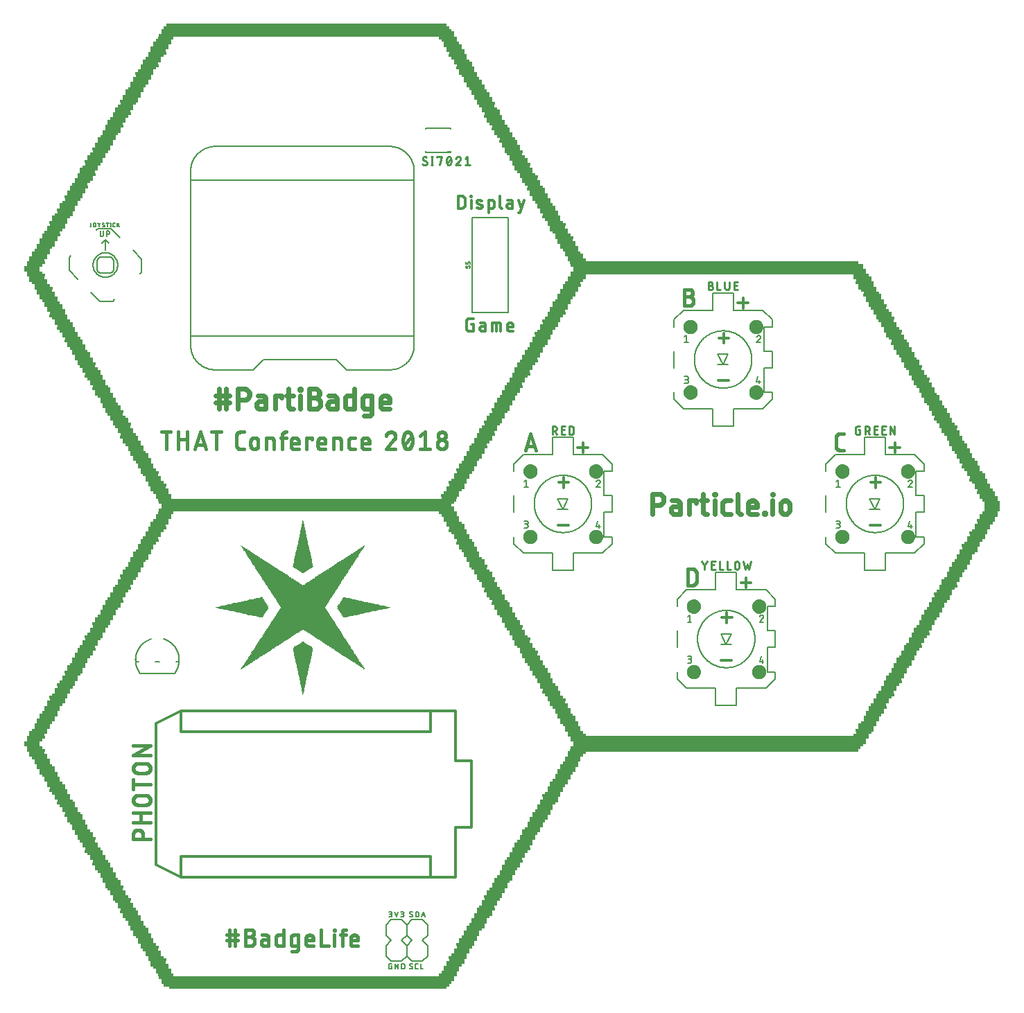
<source format=gbr>
G04 EAGLE Gerber X2 export*
G75*
%MOMM*%
%FSLAX34Y34*%
%LPD*%
%AMOC8*
5,1,8,0,0,1.08239X$1,22.5*%
G01*
%ADD10C,0.558800*%
%ADD11C,0.457200*%
%ADD12C,0.431800*%
%ADD13C,0.152400*%
%ADD14C,0.330200*%
%ADD15C,0.203200*%
%ADD16C,0.900000*%
%ADD17C,0.254000*%
%ADD18C,0.127000*%
%ADD19R,0.400000X0.140000*%
%ADD20C,0.228600*%
%ADD21C,0.304800*%
%ADD22R,34.260000X0.310000*%
%ADD23R,34.880000X0.300000*%
%ADD24R,35.500000X0.310000*%
%ADD25R,35.810000X0.310000*%
%ADD26R,36.120000X0.310000*%
%ADD27R,1.860000X0.310000*%
%ADD28R,2.160000X0.310000*%
%ADD29R,1.850000X0.310000*%
%ADD30R,1.850000X0.300000*%
%ADD31R,2.160000X0.300000*%
%ADD32R,2.170000X0.310000*%
%ADD33R,1.860000X0.300000*%
%ADD34R,2.170000X0.300000*%
%ADD35R,35.190000X0.310000*%
%ADD36R,35.810000X0.300000*%
%ADD37R,36.420000X0.310000*%
%ADD38R,36.420000X0.300000*%
%ADD39R,34.880000X0.310000*%
%ADD40R,33.950000X0.310000*%
%ADD41R,0.060000X0.050000*%
%ADD42R,0.060000X0.060000*%
%ADD43R,0.110000X0.050000*%
%ADD44R,0.160000X0.060000*%
%ADD45R,0.160000X0.050000*%
%ADD46R,0.280000X0.050000*%
%ADD47R,0.280000X0.060000*%
%ADD48R,0.380000X0.060000*%
%ADD49R,0.380000X0.050000*%
%ADD50R,0.430000X0.050000*%
%ADD51R,0.480000X0.060000*%
%ADD52R,0.480000X0.050000*%
%ADD53R,0.600000X0.060000*%
%ADD54R,0.600000X0.050000*%
%ADD55R,0.700000X0.060000*%
%ADD56R,0.700000X0.050000*%
%ADD57R,0.760000X0.050000*%
%ADD58R,0.820000X0.060000*%
%ADD59R,0.820000X0.050000*%
%ADD60R,0.870000X0.060000*%
%ADD61R,0.920000X0.050000*%
%ADD62R,0.920000X0.060000*%
%ADD63R,0.980000X0.050000*%
%ADD64R,1.040000X0.060000*%
%ADD65R,1.040000X0.050000*%
%ADD66R,1.090000X0.050000*%
%ADD67R,1.140000X0.060000*%
%ADD68R,1.140000X0.050000*%
%ADD69R,1.190000X0.060000*%
%ADD70R,1.240000X0.050000*%
%ADD71R,1.240000X0.060000*%
%ADD72R,1.300000X0.060000*%
%ADD73R,1.360000X0.050000*%
%ADD74R,1.360000X0.060000*%
%ADD75R,0.050000X0.060000*%
%ADD76R,1.410000X0.060000*%
%ADD77R,0.220000X0.050000*%
%ADD78R,1.460000X0.050000*%
%ADD79R,0.210000X0.050000*%
%ADD80R,0.270000X0.050000*%
%ADD81R,0.320000X0.060000*%
%ADD82R,1.460000X0.060000*%
%ADD83R,0.270000X0.060000*%
%ADD84R,1.580000X0.060000*%
%ADD85R,0.440000X0.060000*%
%ADD86R,0.490000X0.050000*%
%ADD87R,1.580000X0.050000*%
%ADD88R,0.490000X0.060000*%
%ADD89R,0.540000X0.060000*%
%ADD90R,0.550000X0.050000*%
%ADD91R,1.680000X0.050000*%
%ADD92R,0.590000X0.050000*%
%ADD93R,0.650000X0.060000*%
%ADD94R,1.680000X0.060000*%
%ADD95R,0.710000X0.050000*%
%ADD96R,0.760000X0.060000*%
%ADD97R,1.740000X0.050000*%
%ADD98R,0.810000X0.050000*%
%ADD99R,0.860000X0.060000*%
%ADD100R,1.800000X0.060000*%
%ADD101R,0.810000X0.060000*%
%ADD102R,0.870000X0.050000*%
%ADD103R,1.800000X0.050000*%
%ADD104R,0.930000X0.050000*%
%ADD105R,1.850000X0.060000*%
%ADD106R,0.980000X0.060000*%
%ADD107R,1.030000X0.050000*%
%ADD108R,1.850000X0.050000*%
%ADD109R,1.900000X0.060000*%
%ADD110R,1.090000X0.060000*%
%ADD111R,1.900000X0.050000*%
%ADD112R,1.080000X0.050000*%
%ADD113R,1.200000X0.050000*%
%ADD114R,1.950000X0.050000*%
%ADD115R,1.250000X0.050000*%
%ADD116R,1.310000X0.050000*%
%ADD117R,2.000000X0.060000*%
%ADD118R,1.350000X0.060000*%
%ADD119R,2.000000X0.050000*%
%ADD120R,1.420000X0.060000*%
%ADD121R,1.470000X0.050000*%
%ADD122R,2.060000X0.050000*%
%ADD123R,2.120000X0.060000*%
%ADD124R,1.520000X0.060000*%
%ADD125R,1.570000X0.050000*%
%ADD126R,2.120000X0.050000*%
%ADD127R,1.520000X0.050000*%
%ADD128R,1.630000X0.050000*%
%ADD129R,1.740000X0.060000*%
%ADD130R,2.170000X0.060000*%
%ADD131R,2.170000X0.050000*%
%ADD132R,1.690000X0.050000*%
%ADD133R,1.790000X0.060000*%
%ADD134R,2.220000X0.060000*%
%ADD135R,2.220000X0.050000*%
%ADD136R,1.790000X0.050000*%
%ADD137R,2.280000X0.050000*%
%ADD138R,1.960000X0.050000*%
%ADD139R,2.010000X0.060000*%
%ADD140R,2.280000X0.060000*%
%ADD141R,1.960000X0.060000*%
%ADD142R,2.010000X0.050000*%
%ADD143R,2.340000X0.050000*%
%ADD144R,2.340000X0.060000*%
%ADD145R,2.180000X0.050000*%
%ADD146R,2.390000X0.050000*%
%ADD147R,2.390000X0.060000*%
%ADD148R,2.440000X0.050000*%
%ADD149R,2.230000X0.050000*%
%ADD150R,2.440000X0.060000*%
%ADD151R,2.500000X0.050000*%
%ADD152R,2.330000X0.050000*%
%ADD153R,2.550000X0.050000*%
%ADD154R,2.560000X0.060000*%
%ADD155R,2.670000X0.050000*%
%ADD156R,2.610000X0.050000*%
%ADD157R,2.660000X0.060000*%
%ADD158R,2.610000X0.060000*%
%ADD159R,2.720000X0.050000*%
%ADD160R,2.770000X0.050000*%
%ADD161R,1.190000X0.050000*%
%ADD162R,2.820000X0.060000*%
%ADD163R,2.770000X0.060000*%
%ADD164R,2.880000X0.050000*%
%ADD165R,2.880000X0.060000*%
%ADD166R,2.980000X0.050000*%
%ADD167R,2.990000X0.060000*%
%ADD168R,3.100000X0.050000*%
%ADD169R,3.040000X0.050000*%
%ADD170R,3.090000X0.050000*%
%ADD171R,3.150000X0.060000*%
%ADD172R,3.200000X0.050000*%
%ADD173R,3.150000X0.050000*%
%ADD174R,3.260000X0.060000*%
%ADD175R,3.310000X0.050000*%
%ADD176R,3.370000X0.060000*%
%ADD177R,3.320000X0.060000*%
%ADD178R,3.420000X0.050000*%
%ADD179R,3.470000X0.060000*%
%ADD180R,3.480000X0.060000*%
%ADD181R,3.530000X0.050000*%
%ADD182R,3.470000X0.050000*%
%ADD183R,3.580000X0.060000*%
%ADD184R,3.630000X0.050000*%
%ADD185R,3.580000X0.050000*%
%ADD186R,3.690000X0.060000*%
%ADD187R,3.700000X0.050000*%
%ADD188R,3.810000X0.050000*%
%ADD189R,3.750000X0.050000*%
%ADD190R,3.800000X0.060000*%
%ADD191R,3.910000X0.050000*%
%ADD192R,3.860000X0.050000*%
%ADD193R,3.910000X0.060000*%
%ADD194R,3.850000X0.060000*%
%ADD195R,3.960000X0.050000*%
%ADD196R,4.020000X0.060000*%
%ADD197R,3.970000X0.060000*%
%ADD198R,4.080000X0.050000*%
%ADD199R,4.120000X0.060000*%
%ADD200R,4.180000X0.050000*%
%ADD201R,4.240000X0.050000*%
%ADD202R,4.240000X0.060000*%
%ADD203R,4.300000X0.060000*%
%ADD204R,4.350000X0.050000*%
%ADD205R,4.290000X0.050000*%
%ADD206R,4.400000X0.060000*%
%ADD207R,4.450000X0.050000*%
%ADD208R,4.400000X0.050000*%
%ADD209R,8.800000X0.060000*%
%ADD210R,8.740000X0.050000*%
%ADD211R,8.690000X0.050000*%
%ADD212R,8.580000X0.060000*%
%ADD213R,8.520000X0.050000*%
%ADD214R,8.470000X0.060000*%
%ADD215R,8.420000X0.050000*%
%ADD216R,8.320000X0.060000*%
%ADD217R,8.260000X0.050000*%
%ADD218R,8.200000X0.050000*%
%ADD219R,8.100000X0.060000*%
%ADD220R,8.040000X0.050000*%
%ADD221R,7.980000X0.060000*%
%ADD222R,7.930000X0.050000*%
%ADD223R,7.820000X0.060000*%
%ADD224R,7.760000X0.050000*%
%ADD225R,7.710000X0.050000*%
%ADD226R,7.610000X0.060000*%
%ADD227R,7.560000X0.050000*%
%ADD228R,7.440000X0.060000*%
%ADD229R,7.440000X0.050000*%
%ADD230R,7.340000X0.060000*%
%ADD231R,7.280000X0.050000*%
%ADD232R,7.170000X0.050000*%
%ADD233R,7.120000X0.060000*%
%ADD234R,7.060000X0.050000*%
%ADD235R,7.000000X0.060000*%
%ADD236R,0.320000X0.050000*%
%ADD237R,6.900000X0.050000*%
%ADD238R,0.590000X0.060000*%
%ADD239R,6.850000X0.060000*%
%ADD240R,6.800000X0.050000*%
%ADD241R,6.680000X0.060000*%
%ADD242R,6.630000X0.050000*%
%ADD243R,6.580000X0.050000*%
%ADD244R,6.460000X0.060000*%
%ADD245R,2.060000X0.060000*%
%ADD246R,6.410000X0.050000*%
%ADD247R,6.360000X0.060000*%
%ADD248R,2.830000X0.050000*%
%ADD249R,6.240000X0.050000*%
%ADD250R,3.100000X0.060000*%
%ADD251R,6.190000X0.060000*%
%ADD252R,6.140000X0.050000*%
%ADD253R,3.690000X0.050000*%
%ADD254R,6.080000X0.050000*%
%ADD255R,6.020000X0.060000*%
%ADD256R,5.920000X0.050000*%
%ADD257R,4.560000X0.060000*%
%ADD258R,5.870000X0.060000*%
%ADD259R,4.840000X0.050000*%
%ADD260R,5.820000X0.050000*%
%ADD261R,5.110000X0.060000*%
%ADD262R,5.700000X0.060000*%
%ADD263R,5.160000X0.060000*%
%ADD264R,5.430000X0.050000*%
%ADD265R,5.650000X0.050000*%
%ADD266R,5.710000X0.050000*%
%ADD267R,5.600000X0.050000*%
%ADD268R,5.980000X0.060000*%
%ADD269R,5.540000X0.060000*%
%ADD270R,6.030000X0.060000*%
%ADD271R,6.250000X0.050000*%
%ADD272R,5.480000X0.050000*%
%ADD273R,6.300000X0.050000*%
%ADD274R,5.380000X0.060000*%
%ADD275R,6.510000X0.060000*%
%ADD276R,5.380000X0.050000*%
%ADD277R,5.760000X0.060000*%
%ADD278R,5.100000X0.060000*%
%ADD279R,4.510000X0.060000*%
%ADD280R,5.970000X0.050000*%
%ADD281R,4.230000X0.050000*%
%ADD282R,3.640000X0.050000*%
%ADD283R,3.360000X0.050000*%
%ADD284R,3.040000X0.060000*%
%ADD285R,1.950000X0.060000*%
%ADD286R,1.080000X0.060000*%
%ADD287R,7.220000X0.050000*%
%ADD288R,7.500000X0.060000*%
%ADD289R,7.660000X0.060000*%
%ADD290R,7.880000X0.060000*%
%ADD291R,8.640000X0.060000*%
%ADD292R,8.860000X0.060000*%
%ADD293R,4.340000X0.060000*%
%ADD294R,4.300000X0.050000*%
%ADD295R,4.290000X0.060000*%
%ADD296R,4.130000X0.050000*%
%ADD297R,4.070000X0.060000*%
%ADD298R,4.020000X0.050000*%
%ADD299R,3.640000X0.060000*%
%ADD300R,3.530000X0.060000*%
%ADD301R,3.420000X0.060000*%
%ADD302R,3.370000X0.050000*%
%ADD303R,3.310000X0.060000*%
%ADD304R,3.320000X0.050000*%
%ADD305R,3.260000X0.050000*%
%ADD306R,3.210000X0.060000*%
%ADD307R,2.980000X0.060000*%
%ADD308R,2.930000X0.050000*%
%ADD309R,2.710000X0.050000*%
%ADD310R,1.410000X0.050000*%
%ADD311R,2.500000X0.060000*%
%ADD312R,2.230000X0.060000*%
%ADD313R,2.070000X0.050000*%
%ADD314R,1.910000X0.060000*%
%ADD315R,1.840000X0.060000*%
%ADD316R,1.690000X0.060000*%
%ADD317R,1.630000X0.060000*%
%ADD318R,1.530000X0.060000*%
%ADD319R,1.470000X0.060000*%
%ADD320R,1.420000X0.050000*%
%ADD321R,1.350000X0.050000*%
%ADD322R,1.030000X0.060000*%
%ADD323R,0.710000X0.060000*%
%ADD324R,0.650000X0.050000*%
%ADD325R,0.540000X0.050000*%
%ADD326R,0.430000X0.060000*%
%ADD327R,0.440000X0.050000*%
%ADD328R,0.330000X0.050000*%


D10*
X274574Y746421D02*
X291169Y746421D01*
X291169Y754719D02*
X274574Y754719D01*
X278723Y763016D02*
X278723Y738124D01*
X287020Y738124D02*
X287020Y763016D01*
X301783Y763016D02*
X301783Y738124D01*
X301783Y763016D02*
X308698Y763016D01*
X308866Y763014D01*
X309035Y763008D01*
X309203Y762998D01*
X309370Y762983D01*
X309538Y762965D01*
X309705Y762942D01*
X309871Y762916D01*
X310037Y762885D01*
X310201Y762851D01*
X310365Y762812D01*
X310528Y762769D01*
X310690Y762723D01*
X310851Y762672D01*
X311010Y762618D01*
X311168Y762560D01*
X311324Y762498D01*
X311479Y762432D01*
X311633Y762362D01*
X311784Y762289D01*
X311934Y762212D01*
X312082Y762131D01*
X312228Y762047D01*
X312371Y761959D01*
X312513Y761868D01*
X312652Y761774D01*
X312789Y761676D01*
X312924Y761574D01*
X313056Y761470D01*
X313185Y761362D01*
X313312Y761251D01*
X313436Y761137D01*
X313557Y761021D01*
X313675Y760901D01*
X313791Y760778D01*
X313903Y760653D01*
X314012Y760525D01*
X314119Y760394D01*
X314221Y760261D01*
X314321Y760125D01*
X314417Y759987D01*
X314510Y759846D01*
X314600Y759704D01*
X314686Y759559D01*
X314768Y759412D01*
X314847Y759263D01*
X314922Y759113D01*
X314994Y758960D01*
X315061Y758806D01*
X315125Y758650D01*
X315185Y758493D01*
X315242Y758334D01*
X315294Y758174D01*
X315343Y758013D01*
X315387Y757851D01*
X315428Y757687D01*
X315464Y757523D01*
X315497Y757358D01*
X315526Y757192D01*
X315550Y757025D01*
X315571Y756858D01*
X315587Y756691D01*
X315599Y756523D01*
X315607Y756355D01*
X315611Y756186D01*
X315611Y756018D01*
X315607Y755849D01*
X315599Y755681D01*
X315587Y755513D01*
X315571Y755346D01*
X315550Y755179D01*
X315526Y755012D01*
X315497Y754846D01*
X315464Y754681D01*
X315428Y754517D01*
X315387Y754353D01*
X315343Y754191D01*
X315294Y754030D01*
X315242Y753870D01*
X315185Y753711D01*
X315125Y753554D01*
X315061Y753398D01*
X314994Y753244D01*
X314922Y753091D01*
X314847Y752941D01*
X314768Y752792D01*
X314686Y752645D01*
X314600Y752500D01*
X314510Y752358D01*
X314417Y752217D01*
X314321Y752079D01*
X314221Y751943D01*
X314119Y751810D01*
X314012Y751679D01*
X313903Y751551D01*
X313791Y751426D01*
X313675Y751303D01*
X313557Y751183D01*
X313436Y751067D01*
X313312Y750953D01*
X313185Y750842D01*
X313056Y750734D01*
X312924Y750630D01*
X312789Y750528D01*
X312652Y750430D01*
X312513Y750336D01*
X312371Y750245D01*
X312228Y750157D01*
X312082Y750073D01*
X311934Y749992D01*
X311784Y749915D01*
X311633Y749842D01*
X311479Y749772D01*
X311324Y749706D01*
X311168Y749644D01*
X311010Y749586D01*
X310851Y749532D01*
X310690Y749481D01*
X310528Y749435D01*
X310365Y749392D01*
X310201Y749353D01*
X310037Y749319D01*
X309871Y749288D01*
X309705Y749262D01*
X309538Y749239D01*
X309370Y749221D01*
X309203Y749206D01*
X309035Y749196D01*
X308866Y749190D01*
X308698Y749188D01*
X308698Y749187D02*
X301783Y749187D01*
X329053Y747804D02*
X335276Y747804D01*
X329053Y747804D02*
X328915Y747802D01*
X328777Y747796D01*
X328639Y747786D01*
X328501Y747772D01*
X328364Y747755D01*
X328228Y747733D01*
X328092Y747708D01*
X327957Y747678D01*
X327823Y747645D01*
X327689Y747608D01*
X327557Y747567D01*
X327427Y747523D01*
X327297Y747474D01*
X327169Y747422D01*
X327042Y747367D01*
X326917Y747307D01*
X326794Y747245D01*
X326673Y747178D01*
X326554Y747109D01*
X326436Y747036D01*
X326321Y746959D01*
X326208Y746880D01*
X326097Y746797D01*
X325989Y746711D01*
X325883Y746622D01*
X325780Y746530D01*
X325680Y746435D01*
X325582Y746337D01*
X325487Y746237D01*
X325395Y746134D01*
X325306Y746028D01*
X325220Y745920D01*
X325137Y745809D01*
X325058Y745696D01*
X324981Y745581D01*
X324908Y745463D01*
X324839Y745344D01*
X324772Y745223D01*
X324710Y745100D01*
X324650Y744975D01*
X324595Y744848D01*
X324543Y744720D01*
X324494Y744590D01*
X324450Y744460D01*
X324409Y744328D01*
X324372Y744194D01*
X324339Y744060D01*
X324309Y743925D01*
X324284Y743789D01*
X324262Y743653D01*
X324245Y743516D01*
X324231Y743378D01*
X324221Y743240D01*
X324215Y743102D01*
X324213Y742964D01*
X324215Y742826D01*
X324221Y742688D01*
X324231Y742550D01*
X324245Y742412D01*
X324262Y742275D01*
X324284Y742139D01*
X324309Y742003D01*
X324339Y741868D01*
X324372Y741734D01*
X324409Y741600D01*
X324450Y741468D01*
X324494Y741338D01*
X324543Y741208D01*
X324595Y741080D01*
X324650Y740953D01*
X324710Y740828D01*
X324772Y740705D01*
X324839Y740584D01*
X324908Y740465D01*
X324981Y740347D01*
X325058Y740232D01*
X325137Y740119D01*
X325220Y740008D01*
X325306Y739900D01*
X325395Y739794D01*
X325487Y739691D01*
X325582Y739591D01*
X325680Y739493D01*
X325780Y739398D01*
X325883Y739306D01*
X325989Y739217D01*
X326097Y739131D01*
X326208Y739048D01*
X326321Y738969D01*
X326436Y738892D01*
X326554Y738819D01*
X326673Y738750D01*
X326794Y738683D01*
X326917Y738621D01*
X327042Y738561D01*
X327169Y738506D01*
X327297Y738454D01*
X327427Y738405D01*
X327557Y738361D01*
X327689Y738320D01*
X327823Y738283D01*
X327957Y738250D01*
X328092Y738220D01*
X328228Y738195D01*
X328364Y738173D01*
X328501Y738156D01*
X328639Y738142D01*
X328777Y738132D01*
X328915Y738126D01*
X329053Y738124D01*
X335276Y738124D01*
X335276Y750570D01*
X335274Y750698D01*
X335268Y750825D01*
X335258Y750953D01*
X335245Y751080D01*
X335227Y751206D01*
X335205Y751332D01*
X335180Y751458D01*
X335151Y751582D01*
X335118Y751705D01*
X335081Y751828D01*
X335040Y751949D01*
X334996Y752069D01*
X334948Y752187D01*
X334896Y752304D01*
X334841Y752419D01*
X334782Y752533D01*
X334720Y752645D01*
X334655Y752754D01*
X334586Y752862D01*
X334513Y752967D01*
X334438Y753070D01*
X334359Y753171D01*
X334278Y753269D01*
X334193Y753365D01*
X334106Y753458D01*
X334015Y753549D01*
X333922Y753636D01*
X333826Y753721D01*
X333728Y753802D01*
X333627Y753881D01*
X333524Y753956D01*
X333419Y754029D01*
X333311Y754098D01*
X333202Y754163D01*
X333090Y754225D01*
X332976Y754284D01*
X332861Y754339D01*
X332744Y754391D01*
X332626Y754439D01*
X332506Y754483D01*
X332385Y754524D01*
X332262Y754561D01*
X332139Y754594D01*
X332015Y754623D01*
X331889Y754648D01*
X331763Y754670D01*
X331637Y754688D01*
X331510Y754701D01*
X331382Y754711D01*
X331255Y754717D01*
X331127Y754719D01*
X325596Y754719D01*
X346785Y754719D02*
X346785Y738124D01*
X346785Y754719D02*
X355083Y754719D01*
X355083Y751953D01*
X360557Y754719D02*
X368855Y754719D01*
X363323Y763016D02*
X363323Y742273D01*
X363325Y742145D01*
X363331Y742018D01*
X363341Y741890D01*
X363354Y741763D01*
X363372Y741637D01*
X363394Y741511D01*
X363419Y741385D01*
X363448Y741261D01*
X363481Y741138D01*
X363518Y741015D01*
X363559Y740894D01*
X363603Y740774D01*
X363651Y740656D01*
X363703Y740539D01*
X363758Y740424D01*
X363817Y740310D01*
X363879Y740199D01*
X363944Y740089D01*
X364013Y739981D01*
X364086Y739876D01*
X364161Y739773D01*
X364240Y739672D01*
X364321Y739574D01*
X364406Y739478D01*
X364493Y739385D01*
X364584Y739294D01*
X364677Y739207D01*
X364773Y739122D01*
X364871Y739041D01*
X364972Y738962D01*
X365075Y738887D01*
X365180Y738814D01*
X365288Y738745D01*
X365398Y738680D01*
X365509Y738618D01*
X365623Y738559D01*
X365738Y738504D01*
X365855Y738452D01*
X365973Y738404D01*
X366093Y738360D01*
X366214Y738319D01*
X366337Y738282D01*
X366460Y738249D01*
X366584Y738220D01*
X366710Y738195D01*
X366836Y738173D01*
X366962Y738155D01*
X367089Y738142D01*
X367217Y738132D01*
X367344Y738126D01*
X367472Y738124D01*
X368855Y738124D01*
X377648Y738124D02*
X377648Y754719D01*
X376956Y761633D02*
X376956Y763016D01*
X378339Y763016D01*
X378339Y761633D01*
X376956Y761633D01*
X388595Y751953D02*
X395510Y751953D01*
X395510Y751952D02*
X395678Y751950D01*
X395847Y751944D01*
X396015Y751934D01*
X396182Y751919D01*
X396350Y751901D01*
X396517Y751878D01*
X396683Y751852D01*
X396849Y751821D01*
X397013Y751787D01*
X397177Y751748D01*
X397340Y751705D01*
X397502Y751659D01*
X397663Y751608D01*
X397822Y751554D01*
X397980Y751496D01*
X398136Y751434D01*
X398291Y751368D01*
X398445Y751298D01*
X398596Y751225D01*
X398746Y751148D01*
X398894Y751067D01*
X399040Y750983D01*
X399183Y750895D01*
X399325Y750804D01*
X399464Y750710D01*
X399601Y750612D01*
X399736Y750510D01*
X399868Y750406D01*
X399997Y750298D01*
X400124Y750187D01*
X400248Y750073D01*
X400369Y749957D01*
X400487Y749837D01*
X400603Y749714D01*
X400715Y749589D01*
X400824Y749461D01*
X400931Y749330D01*
X401033Y749197D01*
X401133Y749061D01*
X401229Y748923D01*
X401322Y748782D01*
X401412Y748640D01*
X401498Y748495D01*
X401580Y748348D01*
X401659Y748199D01*
X401734Y748049D01*
X401806Y747896D01*
X401873Y747742D01*
X401937Y747586D01*
X401997Y747429D01*
X402054Y747270D01*
X402106Y747110D01*
X402155Y746949D01*
X402199Y746787D01*
X402240Y746623D01*
X402276Y746459D01*
X402309Y746294D01*
X402338Y746128D01*
X402362Y745961D01*
X402383Y745794D01*
X402399Y745627D01*
X402411Y745459D01*
X402419Y745291D01*
X402423Y745122D01*
X402423Y744954D01*
X402419Y744785D01*
X402411Y744617D01*
X402399Y744449D01*
X402383Y744282D01*
X402362Y744115D01*
X402338Y743948D01*
X402309Y743782D01*
X402276Y743617D01*
X402240Y743453D01*
X402199Y743289D01*
X402155Y743127D01*
X402106Y742966D01*
X402054Y742806D01*
X401997Y742647D01*
X401937Y742490D01*
X401873Y742334D01*
X401806Y742180D01*
X401734Y742027D01*
X401659Y741877D01*
X401580Y741728D01*
X401498Y741581D01*
X401412Y741436D01*
X401322Y741294D01*
X401229Y741153D01*
X401133Y741015D01*
X401033Y740879D01*
X400931Y740746D01*
X400824Y740615D01*
X400715Y740487D01*
X400603Y740362D01*
X400487Y740239D01*
X400369Y740119D01*
X400248Y740003D01*
X400124Y739889D01*
X399997Y739778D01*
X399868Y739670D01*
X399736Y739566D01*
X399601Y739464D01*
X399464Y739366D01*
X399325Y739272D01*
X399183Y739181D01*
X399040Y739093D01*
X398894Y739009D01*
X398746Y738928D01*
X398596Y738851D01*
X398445Y738778D01*
X398291Y738708D01*
X398136Y738642D01*
X397980Y738580D01*
X397822Y738522D01*
X397663Y738468D01*
X397502Y738417D01*
X397340Y738371D01*
X397177Y738328D01*
X397013Y738289D01*
X396849Y738255D01*
X396683Y738224D01*
X396517Y738198D01*
X396350Y738175D01*
X396182Y738157D01*
X396015Y738142D01*
X395847Y738132D01*
X395678Y738126D01*
X395510Y738124D01*
X388595Y738124D01*
X388595Y763016D01*
X395510Y763016D01*
X395657Y763014D01*
X395804Y763008D01*
X395951Y762998D01*
X396098Y762985D01*
X396244Y762967D01*
X396390Y762946D01*
X396535Y762920D01*
X396679Y762891D01*
X396823Y762858D01*
X396965Y762821D01*
X397107Y762780D01*
X397247Y762736D01*
X397387Y762688D01*
X397525Y762636D01*
X397661Y762581D01*
X397796Y762522D01*
X397929Y762459D01*
X398061Y762393D01*
X398191Y762323D01*
X398318Y762250D01*
X398444Y762174D01*
X398568Y762094D01*
X398690Y762011D01*
X398809Y761925D01*
X398926Y761835D01*
X399041Y761743D01*
X399153Y761647D01*
X399262Y761549D01*
X399369Y761447D01*
X399473Y761343D01*
X399575Y761236D01*
X399673Y761127D01*
X399769Y761015D01*
X399861Y760900D01*
X399951Y760783D01*
X400037Y760664D01*
X400120Y760542D01*
X400200Y760418D01*
X400276Y760292D01*
X400349Y760165D01*
X400419Y760035D01*
X400485Y759903D01*
X400548Y759770D01*
X400607Y759635D01*
X400662Y759499D01*
X400714Y759361D01*
X400762Y759221D01*
X400806Y759081D01*
X400847Y758939D01*
X400884Y758797D01*
X400917Y758653D01*
X400946Y758509D01*
X400972Y758364D01*
X400993Y758218D01*
X401011Y758072D01*
X401024Y757925D01*
X401034Y757778D01*
X401040Y757631D01*
X401042Y757484D01*
X401040Y757337D01*
X401034Y757190D01*
X401024Y757043D01*
X401011Y756896D01*
X400993Y756750D01*
X400972Y756604D01*
X400946Y756459D01*
X400917Y756315D01*
X400884Y756171D01*
X400847Y756029D01*
X400806Y755887D01*
X400762Y755747D01*
X400714Y755607D01*
X400662Y755469D01*
X400607Y755333D01*
X400548Y755198D01*
X400485Y755065D01*
X400419Y754933D01*
X400349Y754803D01*
X400276Y754676D01*
X400200Y754550D01*
X400120Y754426D01*
X400037Y754304D01*
X399951Y754185D01*
X399861Y754068D01*
X399769Y753953D01*
X399673Y753841D01*
X399575Y753732D01*
X399473Y753625D01*
X399369Y753521D01*
X399262Y753419D01*
X399153Y753321D01*
X399041Y753225D01*
X398926Y753133D01*
X398809Y753043D01*
X398690Y752957D01*
X398568Y752874D01*
X398444Y752794D01*
X398318Y752718D01*
X398191Y752645D01*
X398061Y752575D01*
X397929Y752509D01*
X397796Y752446D01*
X397661Y752387D01*
X397525Y752332D01*
X397387Y752280D01*
X397247Y752232D01*
X397107Y752188D01*
X396965Y752147D01*
X396823Y752110D01*
X396679Y752077D01*
X396535Y752048D01*
X396390Y752022D01*
X396244Y752001D01*
X396098Y751983D01*
X395951Y751970D01*
X395804Y751960D01*
X395657Y751954D01*
X395510Y751952D01*
X415865Y747804D02*
X422088Y747804D01*
X415865Y747804D02*
X415727Y747802D01*
X415589Y747796D01*
X415451Y747786D01*
X415313Y747772D01*
X415176Y747755D01*
X415040Y747733D01*
X414904Y747708D01*
X414769Y747678D01*
X414635Y747645D01*
X414501Y747608D01*
X414369Y747567D01*
X414239Y747523D01*
X414109Y747474D01*
X413981Y747422D01*
X413854Y747367D01*
X413729Y747307D01*
X413606Y747245D01*
X413485Y747178D01*
X413366Y747109D01*
X413248Y747036D01*
X413133Y746959D01*
X413020Y746880D01*
X412909Y746797D01*
X412801Y746711D01*
X412695Y746622D01*
X412592Y746530D01*
X412492Y746435D01*
X412394Y746337D01*
X412299Y746237D01*
X412207Y746134D01*
X412118Y746028D01*
X412032Y745920D01*
X411949Y745809D01*
X411870Y745696D01*
X411793Y745581D01*
X411720Y745463D01*
X411651Y745344D01*
X411584Y745223D01*
X411522Y745100D01*
X411462Y744975D01*
X411407Y744848D01*
X411355Y744720D01*
X411306Y744590D01*
X411262Y744460D01*
X411221Y744328D01*
X411184Y744194D01*
X411151Y744060D01*
X411121Y743925D01*
X411096Y743789D01*
X411074Y743653D01*
X411057Y743516D01*
X411043Y743378D01*
X411033Y743240D01*
X411027Y743102D01*
X411025Y742964D01*
X411027Y742826D01*
X411033Y742688D01*
X411043Y742550D01*
X411057Y742412D01*
X411074Y742275D01*
X411096Y742139D01*
X411121Y742003D01*
X411151Y741868D01*
X411184Y741734D01*
X411221Y741600D01*
X411262Y741468D01*
X411306Y741338D01*
X411355Y741208D01*
X411407Y741080D01*
X411462Y740953D01*
X411522Y740828D01*
X411584Y740705D01*
X411651Y740584D01*
X411720Y740465D01*
X411793Y740347D01*
X411870Y740232D01*
X411949Y740119D01*
X412032Y740008D01*
X412118Y739900D01*
X412207Y739794D01*
X412299Y739691D01*
X412394Y739591D01*
X412492Y739493D01*
X412592Y739398D01*
X412695Y739306D01*
X412801Y739217D01*
X412909Y739131D01*
X413020Y739048D01*
X413133Y738969D01*
X413248Y738892D01*
X413366Y738819D01*
X413485Y738750D01*
X413606Y738683D01*
X413729Y738621D01*
X413854Y738561D01*
X413981Y738506D01*
X414109Y738454D01*
X414239Y738405D01*
X414369Y738361D01*
X414501Y738320D01*
X414635Y738283D01*
X414769Y738250D01*
X414904Y738220D01*
X415040Y738195D01*
X415176Y738173D01*
X415313Y738156D01*
X415451Y738142D01*
X415589Y738132D01*
X415727Y738126D01*
X415865Y738124D01*
X422088Y738124D01*
X422088Y750570D01*
X422086Y750698D01*
X422080Y750825D01*
X422070Y750953D01*
X422057Y751080D01*
X422039Y751206D01*
X422017Y751332D01*
X421992Y751458D01*
X421963Y751582D01*
X421930Y751705D01*
X421893Y751828D01*
X421852Y751949D01*
X421808Y752069D01*
X421760Y752187D01*
X421708Y752304D01*
X421653Y752419D01*
X421594Y752533D01*
X421532Y752645D01*
X421467Y752754D01*
X421398Y752862D01*
X421325Y752967D01*
X421250Y753070D01*
X421171Y753171D01*
X421090Y753269D01*
X421005Y753365D01*
X420918Y753458D01*
X420827Y753549D01*
X420734Y753636D01*
X420638Y753721D01*
X420540Y753802D01*
X420439Y753881D01*
X420336Y753956D01*
X420231Y754029D01*
X420123Y754098D01*
X420014Y754163D01*
X419902Y754225D01*
X419788Y754284D01*
X419673Y754339D01*
X419556Y754391D01*
X419438Y754439D01*
X419318Y754483D01*
X419197Y754524D01*
X419074Y754561D01*
X418951Y754594D01*
X418827Y754623D01*
X418701Y754648D01*
X418575Y754670D01*
X418449Y754688D01*
X418322Y754701D01*
X418194Y754711D01*
X418067Y754717D01*
X417939Y754719D01*
X412408Y754719D01*
X443592Y763016D02*
X443592Y738124D01*
X436677Y738124D01*
X436549Y738126D01*
X436422Y738132D01*
X436294Y738142D01*
X436167Y738155D01*
X436041Y738173D01*
X435915Y738195D01*
X435789Y738220D01*
X435665Y738249D01*
X435542Y738282D01*
X435419Y738319D01*
X435298Y738360D01*
X435178Y738404D01*
X435060Y738452D01*
X434943Y738504D01*
X434828Y738559D01*
X434714Y738618D01*
X434603Y738680D01*
X434493Y738745D01*
X434385Y738814D01*
X434280Y738887D01*
X434177Y738962D01*
X434076Y739041D01*
X433978Y739122D01*
X433882Y739207D01*
X433789Y739294D01*
X433698Y739385D01*
X433611Y739478D01*
X433526Y739574D01*
X433445Y739672D01*
X433366Y739773D01*
X433291Y739876D01*
X433218Y739981D01*
X433149Y740089D01*
X433084Y740199D01*
X433022Y740310D01*
X432963Y740424D01*
X432908Y740539D01*
X432856Y740656D01*
X432808Y740774D01*
X432764Y740894D01*
X432723Y741015D01*
X432686Y741138D01*
X432653Y741261D01*
X432624Y741385D01*
X432599Y741511D01*
X432577Y741637D01*
X432559Y741763D01*
X432546Y741890D01*
X432536Y742018D01*
X432530Y742145D01*
X432528Y742273D01*
X432529Y742273D02*
X432529Y750570D01*
X432528Y750570D02*
X432530Y750698D01*
X432536Y750825D01*
X432546Y750953D01*
X432559Y751080D01*
X432577Y751206D01*
X432599Y751332D01*
X432624Y751458D01*
X432653Y751582D01*
X432686Y751705D01*
X432723Y751828D01*
X432764Y751949D01*
X432808Y752069D01*
X432856Y752187D01*
X432908Y752304D01*
X432963Y752419D01*
X433022Y752533D01*
X433084Y752645D01*
X433149Y752754D01*
X433218Y752862D01*
X433291Y752967D01*
X433366Y753070D01*
X433445Y753171D01*
X433526Y753269D01*
X433611Y753365D01*
X433698Y753458D01*
X433789Y753549D01*
X433882Y753636D01*
X433978Y753721D01*
X434076Y753802D01*
X434177Y753881D01*
X434280Y753956D01*
X434385Y754029D01*
X434493Y754098D01*
X434603Y754163D01*
X434714Y754225D01*
X434828Y754284D01*
X434943Y754339D01*
X435060Y754391D01*
X435178Y754439D01*
X435298Y754483D01*
X435419Y754524D01*
X435542Y754561D01*
X435665Y754594D01*
X435789Y754623D01*
X435915Y754648D01*
X436041Y754670D01*
X436167Y754688D01*
X436294Y754701D01*
X436422Y754711D01*
X436549Y754717D01*
X436677Y754719D01*
X443592Y754719D01*
X458181Y738124D02*
X465095Y738124D01*
X458181Y738124D02*
X458053Y738126D01*
X457926Y738132D01*
X457798Y738142D01*
X457671Y738155D01*
X457545Y738173D01*
X457419Y738195D01*
X457293Y738220D01*
X457169Y738249D01*
X457046Y738282D01*
X456923Y738319D01*
X456802Y738360D01*
X456682Y738404D01*
X456564Y738452D01*
X456447Y738504D01*
X456332Y738559D01*
X456218Y738618D01*
X456107Y738680D01*
X455997Y738745D01*
X455889Y738814D01*
X455784Y738887D01*
X455681Y738962D01*
X455580Y739041D01*
X455482Y739122D01*
X455386Y739207D01*
X455293Y739294D01*
X455202Y739385D01*
X455115Y739478D01*
X455030Y739574D01*
X454949Y739672D01*
X454870Y739773D01*
X454795Y739876D01*
X454722Y739981D01*
X454653Y740089D01*
X454588Y740199D01*
X454526Y740310D01*
X454467Y740424D01*
X454412Y740539D01*
X454360Y740656D01*
X454312Y740774D01*
X454268Y740894D01*
X454227Y741015D01*
X454190Y741138D01*
X454157Y741261D01*
X454128Y741385D01*
X454103Y741511D01*
X454081Y741637D01*
X454063Y741763D01*
X454050Y741890D01*
X454040Y742018D01*
X454034Y742145D01*
X454032Y742273D01*
X454032Y750570D01*
X454034Y750698D01*
X454040Y750825D01*
X454050Y750953D01*
X454063Y751080D01*
X454081Y751206D01*
X454103Y751332D01*
X454128Y751458D01*
X454157Y751582D01*
X454190Y751705D01*
X454227Y751828D01*
X454268Y751949D01*
X454312Y752069D01*
X454360Y752187D01*
X454412Y752304D01*
X454467Y752419D01*
X454526Y752533D01*
X454588Y752645D01*
X454653Y752754D01*
X454722Y752862D01*
X454795Y752967D01*
X454870Y753070D01*
X454949Y753171D01*
X455030Y753269D01*
X455115Y753365D01*
X455202Y753458D01*
X455293Y753549D01*
X455386Y753636D01*
X455482Y753721D01*
X455580Y753802D01*
X455681Y753881D01*
X455784Y753956D01*
X455889Y754029D01*
X455997Y754098D01*
X456107Y754163D01*
X456218Y754225D01*
X456332Y754284D01*
X456447Y754339D01*
X456564Y754391D01*
X456682Y754439D01*
X456802Y754483D01*
X456923Y754524D01*
X457046Y754561D01*
X457169Y754594D01*
X457293Y754623D01*
X457419Y754648D01*
X457545Y754670D01*
X457671Y754688D01*
X457798Y754701D01*
X457926Y754711D01*
X458053Y754717D01*
X458181Y754719D01*
X465095Y754719D01*
X465095Y733975D01*
X465096Y733975D02*
X465094Y733847D01*
X465088Y733720D01*
X465078Y733592D01*
X465065Y733465D01*
X465047Y733339D01*
X465025Y733213D01*
X465000Y733087D01*
X464971Y732963D01*
X464938Y732840D01*
X464901Y732717D01*
X464860Y732596D01*
X464816Y732476D01*
X464768Y732358D01*
X464716Y732241D01*
X464661Y732126D01*
X464602Y732012D01*
X464540Y731901D01*
X464475Y731791D01*
X464406Y731683D01*
X464333Y731578D01*
X464258Y731475D01*
X464179Y731374D01*
X464098Y731276D01*
X464013Y731180D01*
X463926Y731087D01*
X463835Y730996D01*
X463742Y730909D01*
X463646Y730824D01*
X463548Y730743D01*
X463447Y730664D01*
X463344Y730589D01*
X463239Y730516D01*
X463131Y730447D01*
X463022Y730382D01*
X462910Y730320D01*
X462796Y730261D01*
X462681Y730206D01*
X462564Y730154D01*
X462446Y730106D01*
X462326Y730062D01*
X462205Y730021D01*
X462082Y729984D01*
X461959Y729951D01*
X461835Y729922D01*
X461709Y729897D01*
X461583Y729875D01*
X461457Y729857D01*
X461330Y729844D01*
X461202Y729834D01*
X461075Y729828D01*
X460947Y729826D01*
X460947Y729827D02*
X455415Y729827D01*
X479802Y738124D02*
X486716Y738124D01*
X479802Y738124D02*
X479674Y738126D01*
X479547Y738132D01*
X479419Y738142D01*
X479292Y738155D01*
X479166Y738173D01*
X479040Y738195D01*
X478914Y738220D01*
X478790Y738249D01*
X478667Y738282D01*
X478544Y738319D01*
X478423Y738360D01*
X478303Y738404D01*
X478185Y738452D01*
X478068Y738504D01*
X477953Y738559D01*
X477839Y738618D01*
X477728Y738680D01*
X477618Y738745D01*
X477510Y738814D01*
X477405Y738887D01*
X477302Y738962D01*
X477201Y739041D01*
X477103Y739122D01*
X477007Y739207D01*
X476914Y739294D01*
X476823Y739385D01*
X476736Y739478D01*
X476651Y739574D01*
X476570Y739672D01*
X476491Y739773D01*
X476416Y739876D01*
X476343Y739981D01*
X476274Y740089D01*
X476209Y740199D01*
X476147Y740310D01*
X476088Y740424D01*
X476033Y740539D01*
X475981Y740656D01*
X475933Y740774D01*
X475889Y740894D01*
X475848Y741015D01*
X475811Y741138D01*
X475778Y741261D01*
X475749Y741385D01*
X475724Y741511D01*
X475702Y741637D01*
X475684Y741763D01*
X475671Y741890D01*
X475661Y742018D01*
X475655Y742145D01*
X475653Y742273D01*
X475653Y749187D01*
X475655Y749334D01*
X475661Y749481D01*
X475671Y749628D01*
X475684Y749775D01*
X475702Y749921D01*
X475723Y750067D01*
X475749Y750212D01*
X475778Y750356D01*
X475811Y750500D01*
X475848Y750642D01*
X475889Y750784D01*
X475933Y750924D01*
X475981Y751064D01*
X476033Y751202D01*
X476088Y751338D01*
X476147Y751473D01*
X476210Y751606D01*
X476276Y751738D01*
X476346Y751868D01*
X476419Y751995D01*
X476495Y752121D01*
X476575Y752245D01*
X476658Y752367D01*
X476744Y752486D01*
X476834Y752603D01*
X476926Y752718D01*
X477022Y752830D01*
X477120Y752939D01*
X477222Y753046D01*
X477326Y753150D01*
X477433Y753252D01*
X477542Y753350D01*
X477654Y753446D01*
X477769Y753538D01*
X477886Y753628D01*
X478005Y753714D01*
X478127Y753797D01*
X478251Y753877D01*
X478377Y753953D01*
X478504Y754026D01*
X478634Y754096D01*
X478766Y754162D01*
X478899Y754225D01*
X479034Y754284D01*
X479170Y754339D01*
X479308Y754391D01*
X479448Y754439D01*
X479588Y754483D01*
X479730Y754524D01*
X479872Y754561D01*
X480016Y754594D01*
X480160Y754623D01*
X480305Y754649D01*
X480451Y754670D01*
X480597Y754688D01*
X480744Y754701D01*
X480891Y754711D01*
X481038Y754717D01*
X481185Y754719D01*
X481332Y754717D01*
X481479Y754711D01*
X481626Y754701D01*
X481773Y754688D01*
X481919Y754670D01*
X482065Y754649D01*
X482210Y754623D01*
X482354Y754594D01*
X482498Y754561D01*
X482640Y754524D01*
X482782Y754483D01*
X482922Y754439D01*
X483062Y754391D01*
X483200Y754339D01*
X483336Y754284D01*
X483471Y754225D01*
X483604Y754162D01*
X483736Y754096D01*
X483866Y754026D01*
X483993Y753953D01*
X484119Y753877D01*
X484243Y753797D01*
X484365Y753714D01*
X484484Y753628D01*
X484601Y753538D01*
X484716Y753446D01*
X484828Y753350D01*
X484937Y753252D01*
X485044Y753150D01*
X485148Y753046D01*
X485250Y752939D01*
X485348Y752830D01*
X485444Y752718D01*
X485536Y752603D01*
X485626Y752486D01*
X485712Y752367D01*
X485795Y752245D01*
X485875Y752121D01*
X485951Y751995D01*
X486024Y751868D01*
X486094Y751738D01*
X486160Y751606D01*
X486223Y751473D01*
X486282Y751338D01*
X486337Y751202D01*
X486389Y751064D01*
X486437Y750924D01*
X486481Y750784D01*
X486522Y750642D01*
X486559Y750500D01*
X486592Y750356D01*
X486621Y750212D01*
X486647Y750067D01*
X486668Y749921D01*
X486686Y749775D01*
X486699Y749628D01*
X486709Y749481D01*
X486715Y749334D01*
X486717Y749187D01*
X486716Y749187D02*
X486716Y746421D01*
X475653Y746421D01*
D11*
X213812Y710184D02*
X213812Y689356D01*
X208026Y710184D02*
X219597Y710184D01*
X228209Y710184D02*
X228209Y689356D01*
X228209Y700927D02*
X239780Y700927D01*
X239780Y710184D02*
X239780Y689356D01*
X248626Y689356D02*
X255569Y710184D01*
X262512Y689356D01*
X260776Y694563D02*
X250362Y694563D01*
X275056Y689356D02*
X275056Y710184D01*
X280841Y710184D02*
X269270Y710184D01*
X304462Y689356D02*
X309090Y689356D01*
X304462Y689356D02*
X304327Y689358D01*
X304193Y689364D01*
X304059Y689374D01*
X303925Y689387D01*
X303791Y689405D01*
X303658Y689426D01*
X303526Y689452D01*
X303395Y689481D01*
X303264Y689514D01*
X303135Y689550D01*
X303006Y689591D01*
X302879Y689635D01*
X302753Y689683D01*
X302629Y689734D01*
X302506Y689790D01*
X302385Y689848D01*
X302266Y689910D01*
X302148Y689976D01*
X302032Y690045D01*
X301919Y690117D01*
X301807Y690193D01*
X301698Y690272D01*
X301592Y690354D01*
X301487Y690439D01*
X301385Y690527D01*
X301286Y690618D01*
X301190Y690712D01*
X301096Y690808D01*
X301005Y690907D01*
X300917Y691009D01*
X300832Y691114D01*
X300750Y691220D01*
X300671Y691329D01*
X300595Y691441D01*
X300523Y691554D01*
X300454Y691670D01*
X300388Y691788D01*
X300326Y691907D01*
X300268Y692028D01*
X300212Y692151D01*
X300161Y692275D01*
X300113Y692401D01*
X300069Y692528D01*
X300028Y692657D01*
X299992Y692786D01*
X299959Y692917D01*
X299930Y693048D01*
X299904Y693180D01*
X299883Y693313D01*
X299865Y693447D01*
X299852Y693581D01*
X299842Y693715D01*
X299836Y693849D01*
X299834Y693984D01*
X299833Y693984D02*
X299833Y705556D01*
X299834Y705556D02*
X299836Y705691D01*
X299842Y705825D01*
X299852Y705959D01*
X299865Y706093D01*
X299883Y706227D01*
X299904Y706360D01*
X299930Y706492D01*
X299959Y706623D01*
X299992Y706754D01*
X300028Y706883D01*
X300069Y707012D01*
X300113Y707139D01*
X300161Y707265D01*
X300212Y707389D01*
X300268Y707512D01*
X300326Y707633D01*
X300388Y707752D01*
X300454Y707870D01*
X300523Y707986D01*
X300595Y708099D01*
X300671Y708211D01*
X300750Y708320D01*
X300832Y708426D01*
X300917Y708531D01*
X301005Y708633D01*
X301096Y708732D01*
X301189Y708828D01*
X301286Y708922D01*
X301385Y709013D01*
X301487Y709101D01*
X301592Y709186D01*
X301698Y709268D01*
X301807Y709347D01*
X301919Y709423D01*
X302032Y709495D01*
X302148Y709564D01*
X302266Y709630D01*
X302385Y709692D01*
X302506Y709750D01*
X302629Y709805D01*
X302753Y709857D01*
X302879Y709905D01*
X303006Y709949D01*
X303135Y709990D01*
X303264Y710026D01*
X303395Y710059D01*
X303526Y710088D01*
X303658Y710114D01*
X303791Y710135D01*
X303925Y710153D01*
X304059Y710166D01*
X304193Y710176D01*
X304327Y710182D01*
X304462Y710184D01*
X309090Y710184D01*
X317057Y698613D02*
X317057Y693984D01*
X317057Y698613D02*
X317059Y698748D01*
X317065Y698882D01*
X317075Y699016D01*
X317088Y699150D01*
X317106Y699284D01*
X317127Y699417D01*
X317153Y699549D01*
X317182Y699680D01*
X317215Y699811D01*
X317251Y699940D01*
X317292Y700069D01*
X317336Y700196D01*
X317384Y700322D01*
X317435Y700446D01*
X317491Y700569D01*
X317549Y700690D01*
X317611Y700809D01*
X317677Y700927D01*
X317746Y701043D01*
X317818Y701156D01*
X317894Y701268D01*
X317973Y701377D01*
X318055Y701483D01*
X318140Y701588D01*
X318228Y701690D01*
X318319Y701789D01*
X318413Y701885D01*
X318509Y701979D01*
X318608Y702070D01*
X318710Y702158D01*
X318815Y702243D01*
X318921Y702325D01*
X319030Y702404D01*
X319142Y702480D01*
X319255Y702552D01*
X319371Y702621D01*
X319489Y702687D01*
X319608Y702749D01*
X319729Y702807D01*
X319852Y702863D01*
X319976Y702914D01*
X320102Y702962D01*
X320229Y703006D01*
X320358Y703047D01*
X320487Y703083D01*
X320618Y703116D01*
X320749Y703145D01*
X320881Y703171D01*
X321014Y703192D01*
X321148Y703210D01*
X321282Y703223D01*
X321416Y703233D01*
X321550Y703239D01*
X321685Y703241D01*
X321820Y703239D01*
X321954Y703233D01*
X322088Y703223D01*
X322222Y703210D01*
X322356Y703192D01*
X322489Y703171D01*
X322621Y703145D01*
X322752Y703116D01*
X322883Y703083D01*
X323012Y703047D01*
X323141Y703006D01*
X323268Y702962D01*
X323394Y702914D01*
X323518Y702863D01*
X323641Y702807D01*
X323762Y702749D01*
X323881Y702687D01*
X323999Y702621D01*
X324115Y702552D01*
X324228Y702480D01*
X324340Y702404D01*
X324449Y702325D01*
X324555Y702243D01*
X324660Y702158D01*
X324762Y702070D01*
X324861Y701979D01*
X324957Y701885D01*
X325051Y701789D01*
X325142Y701690D01*
X325230Y701588D01*
X325315Y701483D01*
X325397Y701377D01*
X325476Y701268D01*
X325552Y701156D01*
X325624Y701043D01*
X325693Y700927D01*
X325759Y700809D01*
X325821Y700690D01*
X325879Y700569D01*
X325935Y700446D01*
X325986Y700322D01*
X326034Y700196D01*
X326078Y700069D01*
X326119Y699940D01*
X326155Y699811D01*
X326188Y699680D01*
X326217Y699549D01*
X326243Y699417D01*
X326264Y699284D01*
X326282Y699150D01*
X326295Y699016D01*
X326305Y698882D01*
X326311Y698748D01*
X326313Y698613D01*
X326313Y693984D01*
X326311Y693849D01*
X326305Y693715D01*
X326295Y693581D01*
X326282Y693447D01*
X326264Y693313D01*
X326243Y693180D01*
X326217Y693048D01*
X326188Y692917D01*
X326155Y692786D01*
X326119Y692657D01*
X326078Y692528D01*
X326034Y692401D01*
X325986Y692275D01*
X325935Y692151D01*
X325879Y692028D01*
X325821Y691907D01*
X325759Y691788D01*
X325693Y691670D01*
X325624Y691554D01*
X325552Y691441D01*
X325476Y691329D01*
X325397Y691220D01*
X325315Y691114D01*
X325230Y691009D01*
X325142Y690907D01*
X325051Y690808D01*
X324957Y690712D01*
X324861Y690618D01*
X324762Y690527D01*
X324660Y690439D01*
X324555Y690354D01*
X324449Y690272D01*
X324340Y690193D01*
X324228Y690117D01*
X324115Y690045D01*
X323999Y689976D01*
X323881Y689910D01*
X323762Y689848D01*
X323641Y689790D01*
X323518Y689734D01*
X323394Y689683D01*
X323268Y689635D01*
X323141Y689591D01*
X323012Y689550D01*
X322883Y689514D01*
X322752Y689481D01*
X322621Y689452D01*
X322489Y689426D01*
X322356Y689405D01*
X322222Y689387D01*
X322088Y689374D01*
X321954Y689364D01*
X321820Y689358D01*
X321685Y689356D01*
X321550Y689358D01*
X321416Y689364D01*
X321282Y689374D01*
X321148Y689387D01*
X321014Y689405D01*
X320881Y689426D01*
X320749Y689452D01*
X320618Y689481D01*
X320487Y689514D01*
X320358Y689550D01*
X320229Y689591D01*
X320102Y689635D01*
X319976Y689683D01*
X319852Y689734D01*
X319729Y689790D01*
X319608Y689848D01*
X319489Y689910D01*
X319371Y689976D01*
X319255Y690045D01*
X319142Y690117D01*
X319030Y690193D01*
X318921Y690272D01*
X318815Y690354D01*
X318710Y690439D01*
X318608Y690527D01*
X318509Y690618D01*
X318413Y690712D01*
X318319Y690808D01*
X318228Y690907D01*
X318140Y691009D01*
X318055Y691114D01*
X317973Y691220D01*
X317894Y691329D01*
X317818Y691441D01*
X317746Y691554D01*
X317677Y691670D01*
X317611Y691788D01*
X317549Y691907D01*
X317491Y692028D01*
X317435Y692151D01*
X317384Y692275D01*
X317336Y692401D01*
X317292Y692528D01*
X317251Y692657D01*
X317215Y692786D01*
X317182Y692917D01*
X317153Y693048D01*
X317127Y693180D01*
X317106Y693313D01*
X317088Y693447D01*
X317075Y693581D01*
X317065Y693715D01*
X317059Y693849D01*
X317057Y693984D01*
X335847Y689356D02*
X335847Y703241D01*
X341633Y703241D01*
X341749Y703239D01*
X341865Y703233D01*
X341980Y703224D01*
X342096Y703210D01*
X342210Y703193D01*
X342324Y703171D01*
X342438Y703146D01*
X342550Y703118D01*
X342661Y703085D01*
X342772Y703049D01*
X342880Y703009D01*
X342988Y702966D01*
X343094Y702919D01*
X343198Y702868D01*
X343301Y702814D01*
X343402Y702756D01*
X343501Y702696D01*
X343597Y702632D01*
X343692Y702564D01*
X343784Y702494D01*
X343874Y702421D01*
X343961Y702344D01*
X344046Y702265D01*
X344128Y702183D01*
X344207Y702098D01*
X344284Y702011D01*
X344357Y701921D01*
X344427Y701829D01*
X344495Y701734D01*
X344559Y701638D01*
X344619Y701539D01*
X344677Y701438D01*
X344731Y701335D01*
X344782Y701231D01*
X344829Y701125D01*
X344872Y701018D01*
X344912Y700909D01*
X344948Y700798D01*
X344981Y700687D01*
X345009Y700575D01*
X345034Y700461D01*
X345056Y700347D01*
X345073Y700233D01*
X345087Y700117D01*
X345096Y700002D01*
X345102Y699886D01*
X345104Y699770D01*
X345104Y689356D01*
X355848Y689356D02*
X355848Y706713D01*
X355850Y706829D01*
X355856Y706945D01*
X355865Y707060D01*
X355879Y707176D01*
X355896Y707290D01*
X355918Y707404D01*
X355943Y707518D01*
X355971Y707630D01*
X356004Y707741D01*
X356040Y707852D01*
X356080Y707960D01*
X356123Y708068D01*
X356170Y708174D01*
X356221Y708278D01*
X356275Y708381D01*
X356333Y708482D01*
X356393Y708581D01*
X356457Y708677D01*
X356525Y708772D01*
X356595Y708864D01*
X356668Y708954D01*
X356745Y709041D01*
X356824Y709126D01*
X356906Y709208D01*
X356991Y709287D01*
X357078Y709364D01*
X357168Y709437D01*
X357260Y709507D01*
X357355Y709575D01*
X357451Y709639D01*
X357550Y709699D01*
X357651Y709757D01*
X357754Y709811D01*
X357858Y709862D01*
X357964Y709909D01*
X358071Y709952D01*
X358180Y709992D01*
X358291Y710028D01*
X358402Y710061D01*
X358514Y710089D01*
X358628Y710114D01*
X358742Y710136D01*
X358856Y710153D01*
X358972Y710167D01*
X359087Y710176D01*
X359203Y710182D01*
X359319Y710184D01*
X360476Y710184D01*
X360476Y703241D02*
X353533Y703241D01*
X369941Y689356D02*
X375727Y689356D01*
X369941Y689356D02*
X369825Y689358D01*
X369709Y689364D01*
X369594Y689373D01*
X369478Y689387D01*
X369364Y689404D01*
X369250Y689426D01*
X369136Y689451D01*
X369024Y689479D01*
X368913Y689512D01*
X368802Y689548D01*
X368693Y689588D01*
X368586Y689631D01*
X368480Y689678D01*
X368376Y689729D01*
X368273Y689783D01*
X368172Y689841D01*
X368073Y689901D01*
X367977Y689965D01*
X367882Y690033D01*
X367790Y690103D01*
X367700Y690176D01*
X367613Y690253D01*
X367528Y690332D01*
X367446Y690414D01*
X367367Y690499D01*
X367290Y690586D01*
X367217Y690676D01*
X367147Y690768D01*
X367079Y690863D01*
X367015Y690959D01*
X366955Y691058D01*
X366897Y691159D01*
X366843Y691262D01*
X366792Y691366D01*
X366745Y691472D01*
X366702Y691579D01*
X366662Y691688D01*
X366626Y691799D01*
X366593Y691910D01*
X366565Y692022D01*
X366540Y692136D01*
X366518Y692250D01*
X366501Y692364D01*
X366487Y692480D01*
X366478Y692595D01*
X366472Y692711D01*
X366470Y692827D01*
X366470Y698613D01*
X366472Y698748D01*
X366478Y698882D01*
X366488Y699016D01*
X366501Y699150D01*
X366519Y699284D01*
X366540Y699417D01*
X366566Y699549D01*
X366595Y699680D01*
X366628Y699811D01*
X366664Y699940D01*
X366705Y700069D01*
X366749Y700196D01*
X366797Y700322D01*
X366848Y700446D01*
X366904Y700569D01*
X366962Y700690D01*
X367024Y700809D01*
X367090Y700927D01*
X367159Y701043D01*
X367231Y701156D01*
X367307Y701268D01*
X367386Y701377D01*
X367468Y701483D01*
X367553Y701588D01*
X367641Y701690D01*
X367732Y701789D01*
X367826Y701885D01*
X367922Y701979D01*
X368021Y702070D01*
X368123Y702158D01*
X368228Y702243D01*
X368334Y702325D01*
X368443Y702404D01*
X368555Y702480D01*
X368668Y702552D01*
X368784Y702621D01*
X368902Y702687D01*
X369021Y702749D01*
X369142Y702807D01*
X369265Y702863D01*
X369389Y702914D01*
X369515Y702962D01*
X369642Y703006D01*
X369771Y703047D01*
X369900Y703083D01*
X370031Y703116D01*
X370162Y703145D01*
X370294Y703171D01*
X370427Y703192D01*
X370561Y703210D01*
X370695Y703223D01*
X370829Y703233D01*
X370963Y703239D01*
X371098Y703241D01*
X371233Y703239D01*
X371367Y703233D01*
X371501Y703223D01*
X371635Y703210D01*
X371769Y703192D01*
X371902Y703171D01*
X372034Y703145D01*
X372165Y703116D01*
X372296Y703083D01*
X372425Y703047D01*
X372554Y703006D01*
X372681Y702962D01*
X372807Y702914D01*
X372931Y702863D01*
X373054Y702807D01*
X373175Y702749D01*
X373294Y702687D01*
X373412Y702621D01*
X373528Y702552D01*
X373641Y702480D01*
X373753Y702404D01*
X373862Y702325D01*
X373968Y702243D01*
X374073Y702158D01*
X374175Y702070D01*
X374274Y701979D01*
X374370Y701885D01*
X374464Y701789D01*
X374555Y701690D01*
X374643Y701588D01*
X374728Y701483D01*
X374810Y701377D01*
X374889Y701268D01*
X374965Y701156D01*
X375037Y701043D01*
X375106Y700927D01*
X375172Y700809D01*
X375234Y700690D01*
X375292Y700569D01*
X375348Y700446D01*
X375399Y700322D01*
X375447Y700196D01*
X375491Y700069D01*
X375532Y699940D01*
X375568Y699811D01*
X375601Y699680D01*
X375630Y699549D01*
X375656Y699417D01*
X375677Y699284D01*
X375695Y699150D01*
X375708Y699016D01*
X375718Y698882D01*
X375724Y698748D01*
X375726Y698613D01*
X375727Y698613D02*
X375727Y696299D01*
X366470Y696299D01*
X385421Y689356D02*
X385421Y703241D01*
X392363Y703241D01*
X392363Y700927D01*
X402651Y689356D02*
X408437Y689356D01*
X402651Y689356D02*
X402535Y689358D01*
X402419Y689364D01*
X402304Y689373D01*
X402188Y689387D01*
X402074Y689404D01*
X401960Y689426D01*
X401846Y689451D01*
X401734Y689479D01*
X401623Y689512D01*
X401512Y689548D01*
X401403Y689588D01*
X401296Y689631D01*
X401190Y689678D01*
X401086Y689729D01*
X400983Y689783D01*
X400882Y689841D01*
X400783Y689901D01*
X400687Y689965D01*
X400592Y690033D01*
X400500Y690103D01*
X400410Y690176D01*
X400323Y690253D01*
X400238Y690332D01*
X400156Y690414D01*
X400077Y690499D01*
X400000Y690586D01*
X399927Y690676D01*
X399857Y690768D01*
X399789Y690863D01*
X399725Y690959D01*
X399665Y691058D01*
X399607Y691159D01*
X399553Y691262D01*
X399502Y691366D01*
X399455Y691472D01*
X399412Y691579D01*
X399372Y691688D01*
X399336Y691799D01*
X399303Y691910D01*
X399275Y692022D01*
X399250Y692136D01*
X399228Y692250D01*
X399211Y692364D01*
X399197Y692480D01*
X399188Y692595D01*
X399182Y692711D01*
X399180Y692827D01*
X399180Y698613D01*
X399182Y698748D01*
X399188Y698882D01*
X399198Y699016D01*
X399211Y699150D01*
X399229Y699284D01*
X399250Y699417D01*
X399276Y699549D01*
X399305Y699680D01*
X399338Y699811D01*
X399374Y699940D01*
X399415Y700069D01*
X399459Y700196D01*
X399507Y700322D01*
X399558Y700446D01*
X399614Y700569D01*
X399672Y700690D01*
X399734Y700809D01*
X399800Y700927D01*
X399869Y701043D01*
X399941Y701156D01*
X400017Y701268D01*
X400096Y701377D01*
X400178Y701483D01*
X400263Y701588D01*
X400351Y701690D01*
X400442Y701789D01*
X400536Y701885D01*
X400632Y701979D01*
X400731Y702070D01*
X400833Y702158D01*
X400938Y702243D01*
X401044Y702325D01*
X401153Y702404D01*
X401265Y702480D01*
X401378Y702552D01*
X401494Y702621D01*
X401612Y702687D01*
X401731Y702749D01*
X401852Y702807D01*
X401975Y702863D01*
X402099Y702914D01*
X402225Y702962D01*
X402352Y703006D01*
X402481Y703047D01*
X402610Y703083D01*
X402741Y703116D01*
X402872Y703145D01*
X403004Y703171D01*
X403137Y703192D01*
X403271Y703210D01*
X403405Y703223D01*
X403539Y703233D01*
X403673Y703239D01*
X403808Y703241D01*
X403943Y703239D01*
X404077Y703233D01*
X404211Y703223D01*
X404345Y703210D01*
X404479Y703192D01*
X404612Y703171D01*
X404744Y703145D01*
X404875Y703116D01*
X405006Y703083D01*
X405135Y703047D01*
X405264Y703006D01*
X405391Y702962D01*
X405517Y702914D01*
X405641Y702863D01*
X405764Y702807D01*
X405885Y702749D01*
X406004Y702687D01*
X406122Y702621D01*
X406238Y702552D01*
X406351Y702480D01*
X406463Y702404D01*
X406572Y702325D01*
X406678Y702243D01*
X406783Y702158D01*
X406885Y702070D01*
X406984Y701979D01*
X407080Y701885D01*
X407174Y701789D01*
X407265Y701690D01*
X407353Y701588D01*
X407438Y701483D01*
X407520Y701377D01*
X407599Y701268D01*
X407675Y701156D01*
X407747Y701043D01*
X407816Y700927D01*
X407882Y700809D01*
X407944Y700690D01*
X408002Y700569D01*
X408058Y700446D01*
X408109Y700322D01*
X408157Y700196D01*
X408201Y700069D01*
X408242Y699940D01*
X408278Y699811D01*
X408311Y699680D01*
X408340Y699549D01*
X408366Y699417D01*
X408387Y699284D01*
X408405Y699150D01*
X408418Y699016D01*
X408428Y698882D01*
X408434Y698748D01*
X408436Y698613D01*
X408437Y698613D02*
X408437Y696299D01*
X399180Y696299D01*
X417971Y689356D02*
X417971Y703241D01*
X423756Y703241D01*
X423872Y703239D01*
X423988Y703233D01*
X424103Y703224D01*
X424219Y703210D01*
X424333Y703193D01*
X424447Y703171D01*
X424561Y703146D01*
X424673Y703118D01*
X424784Y703085D01*
X424895Y703049D01*
X425003Y703009D01*
X425111Y702966D01*
X425217Y702919D01*
X425321Y702868D01*
X425424Y702814D01*
X425525Y702756D01*
X425624Y702696D01*
X425720Y702632D01*
X425815Y702564D01*
X425907Y702494D01*
X425997Y702421D01*
X426084Y702344D01*
X426169Y702265D01*
X426251Y702183D01*
X426330Y702098D01*
X426407Y702011D01*
X426480Y701921D01*
X426550Y701829D01*
X426618Y701734D01*
X426682Y701638D01*
X426742Y701539D01*
X426800Y701438D01*
X426854Y701335D01*
X426905Y701231D01*
X426952Y701125D01*
X426995Y701018D01*
X427035Y700909D01*
X427071Y700798D01*
X427104Y700687D01*
X427132Y700575D01*
X427157Y700461D01*
X427179Y700347D01*
X427196Y700233D01*
X427210Y700117D01*
X427219Y700002D01*
X427225Y699886D01*
X427227Y699770D01*
X427227Y689356D01*
X440269Y689356D02*
X444897Y689356D01*
X440269Y689356D02*
X440153Y689358D01*
X440037Y689364D01*
X439922Y689373D01*
X439806Y689387D01*
X439692Y689404D01*
X439578Y689426D01*
X439464Y689451D01*
X439352Y689479D01*
X439241Y689512D01*
X439130Y689548D01*
X439021Y689588D01*
X438914Y689631D01*
X438808Y689678D01*
X438704Y689729D01*
X438601Y689783D01*
X438500Y689841D01*
X438401Y689901D01*
X438305Y689965D01*
X438210Y690033D01*
X438118Y690103D01*
X438028Y690176D01*
X437941Y690253D01*
X437856Y690332D01*
X437774Y690414D01*
X437695Y690499D01*
X437618Y690586D01*
X437545Y690676D01*
X437475Y690768D01*
X437407Y690863D01*
X437343Y690959D01*
X437283Y691058D01*
X437225Y691159D01*
X437171Y691262D01*
X437120Y691366D01*
X437073Y691472D01*
X437030Y691579D01*
X436990Y691688D01*
X436954Y691799D01*
X436921Y691910D01*
X436893Y692022D01*
X436868Y692136D01*
X436846Y692250D01*
X436829Y692364D01*
X436815Y692480D01*
X436806Y692595D01*
X436800Y692711D01*
X436798Y692827D01*
X436798Y699770D01*
X436800Y699886D01*
X436806Y700002D01*
X436815Y700117D01*
X436829Y700233D01*
X436846Y700347D01*
X436868Y700461D01*
X436893Y700575D01*
X436921Y700687D01*
X436954Y700798D01*
X436990Y700909D01*
X437030Y701018D01*
X437073Y701125D01*
X437120Y701231D01*
X437171Y701335D01*
X437225Y701438D01*
X437283Y701539D01*
X437343Y701638D01*
X437407Y701734D01*
X437475Y701829D01*
X437545Y701921D01*
X437618Y702011D01*
X437695Y702098D01*
X437774Y702183D01*
X437856Y702265D01*
X437941Y702344D01*
X438028Y702421D01*
X438118Y702494D01*
X438210Y702564D01*
X438305Y702632D01*
X438401Y702696D01*
X438500Y702756D01*
X438601Y702814D01*
X438704Y702868D01*
X438808Y702919D01*
X438914Y702966D01*
X439021Y703009D01*
X439130Y703049D01*
X439241Y703085D01*
X439352Y703118D01*
X439464Y703146D01*
X439578Y703171D01*
X439692Y703193D01*
X439806Y703210D01*
X439922Y703224D01*
X440037Y703233D01*
X440153Y703239D01*
X440269Y703241D01*
X444897Y703241D01*
X456240Y689356D02*
X462025Y689356D01*
X456240Y689356D02*
X456124Y689358D01*
X456008Y689364D01*
X455893Y689373D01*
X455777Y689387D01*
X455663Y689404D01*
X455549Y689426D01*
X455435Y689451D01*
X455323Y689479D01*
X455212Y689512D01*
X455101Y689548D01*
X454992Y689588D01*
X454885Y689631D01*
X454779Y689678D01*
X454675Y689729D01*
X454572Y689783D01*
X454471Y689841D01*
X454372Y689901D01*
X454276Y689965D01*
X454181Y690033D01*
X454089Y690103D01*
X453999Y690176D01*
X453912Y690253D01*
X453827Y690332D01*
X453745Y690414D01*
X453666Y690499D01*
X453589Y690586D01*
X453516Y690676D01*
X453446Y690768D01*
X453378Y690863D01*
X453314Y690959D01*
X453254Y691058D01*
X453196Y691159D01*
X453142Y691262D01*
X453091Y691366D01*
X453044Y691472D01*
X453001Y691579D01*
X452961Y691688D01*
X452925Y691799D01*
X452892Y691910D01*
X452864Y692022D01*
X452839Y692136D01*
X452817Y692250D01*
X452800Y692364D01*
X452786Y692480D01*
X452777Y692595D01*
X452771Y692711D01*
X452769Y692827D01*
X452769Y698613D01*
X452771Y698748D01*
X452777Y698882D01*
X452787Y699016D01*
X452800Y699150D01*
X452818Y699284D01*
X452839Y699417D01*
X452865Y699549D01*
X452894Y699680D01*
X452927Y699811D01*
X452963Y699940D01*
X453004Y700069D01*
X453048Y700196D01*
X453096Y700322D01*
X453147Y700446D01*
X453203Y700569D01*
X453261Y700690D01*
X453323Y700809D01*
X453389Y700927D01*
X453458Y701043D01*
X453530Y701156D01*
X453606Y701268D01*
X453685Y701377D01*
X453767Y701483D01*
X453852Y701588D01*
X453940Y701690D01*
X454031Y701789D01*
X454125Y701885D01*
X454221Y701979D01*
X454320Y702070D01*
X454422Y702158D01*
X454527Y702243D01*
X454633Y702325D01*
X454742Y702404D01*
X454854Y702480D01*
X454967Y702552D01*
X455083Y702621D01*
X455201Y702687D01*
X455320Y702749D01*
X455441Y702807D01*
X455564Y702863D01*
X455688Y702914D01*
X455814Y702962D01*
X455941Y703006D01*
X456070Y703047D01*
X456199Y703083D01*
X456330Y703116D01*
X456461Y703145D01*
X456593Y703171D01*
X456726Y703192D01*
X456860Y703210D01*
X456994Y703223D01*
X457128Y703233D01*
X457262Y703239D01*
X457397Y703241D01*
X457532Y703239D01*
X457666Y703233D01*
X457800Y703223D01*
X457934Y703210D01*
X458068Y703192D01*
X458201Y703171D01*
X458333Y703145D01*
X458464Y703116D01*
X458595Y703083D01*
X458724Y703047D01*
X458853Y703006D01*
X458980Y702962D01*
X459106Y702914D01*
X459230Y702863D01*
X459353Y702807D01*
X459474Y702749D01*
X459593Y702687D01*
X459711Y702621D01*
X459827Y702552D01*
X459940Y702480D01*
X460052Y702404D01*
X460161Y702325D01*
X460267Y702243D01*
X460372Y702158D01*
X460474Y702070D01*
X460573Y701979D01*
X460669Y701885D01*
X460763Y701789D01*
X460854Y701690D01*
X460942Y701588D01*
X461027Y701483D01*
X461109Y701377D01*
X461188Y701268D01*
X461264Y701156D01*
X461336Y701043D01*
X461405Y700927D01*
X461471Y700809D01*
X461533Y700690D01*
X461591Y700569D01*
X461647Y700446D01*
X461698Y700322D01*
X461746Y700196D01*
X461790Y700069D01*
X461831Y699940D01*
X461867Y699811D01*
X461900Y699680D01*
X461929Y699549D01*
X461955Y699417D01*
X461976Y699284D01*
X461994Y699150D01*
X462007Y699016D01*
X462017Y698882D01*
X462023Y698748D01*
X462025Y698613D01*
X462025Y696299D01*
X452769Y696299D01*
X488598Y710184D02*
X488741Y710182D01*
X488885Y710176D01*
X489028Y710166D01*
X489171Y710152D01*
X489313Y710135D01*
X489455Y710113D01*
X489596Y710087D01*
X489737Y710058D01*
X489876Y710025D01*
X490015Y709988D01*
X490152Y709947D01*
X490289Y709902D01*
X490424Y709853D01*
X490557Y709801D01*
X490690Y709745D01*
X490820Y709686D01*
X490949Y709623D01*
X491076Y709556D01*
X491202Y709486D01*
X491325Y709413D01*
X491446Y709336D01*
X491565Y709256D01*
X491682Y709173D01*
X491796Y709086D01*
X491908Y708996D01*
X492018Y708904D01*
X492125Y708808D01*
X492229Y708709D01*
X492330Y708608D01*
X492429Y708504D01*
X492525Y708397D01*
X492617Y708287D01*
X492707Y708175D01*
X492794Y708061D01*
X492877Y707944D01*
X492957Y707825D01*
X493034Y707704D01*
X493107Y707581D01*
X493177Y707455D01*
X493244Y707328D01*
X493307Y707199D01*
X493366Y707069D01*
X493422Y706936D01*
X493474Y706803D01*
X493523Y706668D01*
X493568Y706531D01*
X493609Y706394D01*
X493646Y706255D01*
X493679Y706116D01*
X493708Y705975D01*
X493734Y705834D01*
X493756Y705692D01*
X493773Y705550D01*
X493787Y705407D01*
X493797Y705264D01*
X493803Y705120D01*
X493805Y704977D01*
X488598Y710184D02*
X488436Y710182D01*
X488275Y710176D01*
X488113Y710166D01*
X487952Y710153D01*
X487791Y710135D01*
X487631Y710114D01*
X487471Y710088D01*
X487312Y710059D01*
X487153Y710026D01*
X486996Y709989D01*
X486839Y709949D01*
X486684Y709904D01*
X486529Y709856D01*
X486376Y709804D01*
X486224Y709749D01*
X486073Y709689D01*
X485924Y709627D01*
X485777Y709560D01*
X485631Y709490D01*
X485487Y709417D01*
X485345Y709340D01*
X485204Y709259D01*
X485066Y709175D01*
X484929Y709088D01*
X484795Y708998D01*
X484663Y708904D01*
X484533Y708808D01*
X484406Y708708D01*
X484281Y708605D01*
X484159Y708499D01*
X484039Y708390D01*
X483922Y708279D01*
X483808Y708164D01*
X483696Y708047D01*
X483588Y707927D01*
X483482Y707805D01*
X483379Y707680D01*
X483279Y707552D01*
X483183Y707422D01*
X483089Y707290D01*
X482999Y707156D01*
X482912Y707020D01*
X482829Y706881D01*
X482749Y706740D01*
X482672Y706598D01*
X482598Y706454D01*
X482529Y706308D01*
X482462Y706160D01*
X482400Y706011D01*
X482341Y705861D01*
X482285Y705709D01*
X482233Y705555D01*
X492069Y700927D02*
X492174Y701029D01*
X492276Y701134D01*
X492375Y701241D01*
X492471Y701351D01*
X492564Y701464D01*
X492654Y701579D01*
X492741Y701696D01*
X492826Y701815D01*
X492907Y701937D01*
X492984Y702061D01*
X493059Y702186D01*
X493130Y702314D01*
X493198Y702443D01*
X493263Y702574D01*
X493324Y702707D01*
X493381Y702841D01*
X493435Y702977D01*
X493486Y703114D01*
X493532Y703252D01*
X493576Y703392D01*
X493615Y703533D01*
X493651Y703674D01*
X493683Y703817D01*
X493712Y703960D01*
X493736Y704104D01*
X493757Y704249D01*
X493774Y704394D01*
X493788Y704539D01*
X493797Y704685D01*
X493803Y704831D01*
X493805Y704977D01*
X492069Y700927D02*
X482234Y689356D01*
X493805Y689356D01*
X503112Y699770D02*
X503117Y700180D01*
X503132Y700589D01*
X503156Y700998D01*
X503190Y701407D01*
X503234Y701814D01*
X503288Y702220D01*
X503351Y702625D01*
X503424Y703028D01*
X503507Y703430D01*
X503599Y703829D01*
X503700Y704226D01*
X503812Y704620D01*
X503932Y705012D01*
X504062Y705401D01*
X504201Y705786D01*
X504349Y706168D01*
X504506Y706546D01*
X504673Y706921D01*
X504848Y707291D01*
X504892Y707413D01*
X504940Y707534D01*
X504991Y707653D01*
X505046Y707770D01*
X505104Y707886D01*
X505166Y708000D01*
X505231Y708112D01*
X505299Y708222D01*
X505371Y708329D01*
X505446Y708435D01*
X505524Y708538D01*
X505605Y708639D01*
X505690Y708737D01*
X505777Y708833D01*
X505867Y708926D01*
X505960Y709017D01*
X506055Y709104D01*
X506154Y709189D01*
X506254Y709270D01*
X506357Y709349D01*
X506463Y709424D01*
X506570Y709496D01*
X506680Y709565D01*
X506792Y709630D01*
X506906Y709692D01*
X507021Y709751D01*
X507138Y709806D01*
X507257Y709857D01*
X507378Y709905D01*
X507499Y709949D01*
X507622Y709990D01*
X507747Y710026D01*
X507872Y710059D01*
X507998Y710088D01*
X508125Y710114D01*
X508253Y710135D01*
X508381Y710153D01*
X508510Y710166D01*
X508639Y710176D01*
X508768Y710182D01*
X508898Y710184D01*
X509028Y710182D01*
X509157Y710176D01*
X509286Y710166D01*
X509415Y710153D01*
X509543Y710135D01*
X509671Y710114D01*
X509798Y710088D01*
X509924Y710059D01*
X510049Y710026D01*
X510174Y709990D01*
X510297Y709949D01*
X510418Y709905D01*
X510539Y709857D01*
X510658Y709806D01*
X510775Y709751D01*
X510890Y709692D01*
X511004Y709630D01*
X511116Y709565D01*
X511226Y709496D01*
X511333Y709424D01*
X511439Y709349D01*
X511542Y709270D01*
X511642Y709189D01*
X511741Y709104D01*
X511836Y709017D01*
X511929Y708926D01*
X512019Y708833D01*
X512106Y708737D01*
X512191Y708639D01*
X512272Y708538D01*
X512350Y708435D01*
X512425Y708329D01*
X512497Y708222D01*
X512565Y708112D01*
X512630Y708000D01*
X512692Y707886D01*
X512750Y707770D01*
X512805Y707653D01*
X512856Y707534D01*
X512904Y707413D01*
X512948Y707291D01*
X513123Y706921D01*
X513290Y706546D01*
X513447Y706168D01*
X513595Y705786D01*
X513734Y705400D01*
X513864Y705012D01*
X513984Y704620D01*
X514096Y704226D01*
X514197Y703829D01*
X514289Y703430D01*
X514372Y703028D01*
X514445Y702625D01*
X514508Y702220D01*
X514562Y701814D01*
X514606Y701407D01*
X514640Y700998D01*
X514664Y700589D01*
X514679Y700180D01*
X514684Y699770D01*
X503112Y699770D02*
X503117Y699360D01*
X503132Y698951D01*
X503156Y698542D01*
X503190Y698133D01*
X503234Y697726D01*
X503288Y697320D01*
X503351Y696915D01*
X503424Y696512D01*
X503507Y696110D01*
X503599Y695711D01*
X503700Y695314D01*
X503812Y694920D01*
X503932Y694528D01*
X504062Y694140D01*
X504201Y693754D01*
X504349Y693372D01*
X504506Y692994D01*
X504673Y692619D01*
X504848Y692249D01*
X504892Y692127D01*
X504940Y692006D01*
X504991Y691887D01*
X505046Y691770D01*
X505104Y691654D01*
X505166Y691540D01*
X505231Y691428D01*
X505299Y691318D01*
X505371Y691211D01*
X505446Y691105D01*
X505524Y691002D01*
X505606Y690901D01*
X505690Y690803D01*
X505777Y690707D01*
X505867Y690614D01*
X505960Y690523D01*
X506055Y690436D01*
X506154Y690351D01*
X506254Y690270D01*
X506357Y690191D01*
X506463Y690116D01*
X506570Y690044D01*
X506680Y689975D01*
X506792Y689910D01*
X506906Y689848D01*
X507021Y689789D01*
X507138Y689734D01*
X507257Y689683D01*
X507378Y689635D01*
X507499Y689591D01*
X507622Y689550D01*
X507747Y689514D01*
X507872Y689481D01*
X507998Y689452D01*
X508125Y689426D01*
X508253Y689405D01*
X508381Y689387D01*
X508510Y689374D01*
X508639Y689364D01*
X508768Y689358D01*
X508898Y689356D01*
X512947Y692249D02*
X513122Y692619D01*
X513289Y692994D01*
X513446Y693372D01*
X513594Y693754D01*
X513733Y694140D01*
X513863Y694528D01*
X513983Y694920D01*
X514095Y695314D01*
X514196Y695711D01*
X514288Y696110D01*
X514371Y696512D01*
X514444Y696915D01*
X514507Y697320D01*
X514561Y697726D01*
X514605Y698133D01*
X514639Y698542D01*
X514663Y698951D01*
X514678Y699360D01*
X514683Y699770D01*
X512948Y692249D02*
X512904Y692127D01*
X512856Y692006D01*
X512805Y691887D01*
X512750Y691770D01*
X512692Y691654D01*
X512630Y691540D01*
X512565Y691428D01*
X512497Y691318D01*
X512425Y691211D01*
X512350Y691105D01*
X512272Y691002D01*
X512190Y690901D01*
X512106Y690803D01*
X512019Y690707D01*
X511929Y690614D01*
X511836Y690523D01*
X511741Y690436D01*
X511642Y690351D01*
X511542Y690270D01*
X511439Y690191D01*
X511333Y690116D01*
X511226Y690044D01*
X511116Y689975D01*
X511004Y689910D01*
X510890Y689848D01*
X510775Y689789D01*
X510658Y689734D01*
X510539Y689683D01*
X510418Y689635D01*
X510297Y689591D01*
X510174Y689550D01*
X510049Y689514D01*
X509924Y689481D01*
X509798Y689452D01*
X509671Y689426D01*
X509543Y689405D01*
X509415Y689387D01*
X509286Y689374D01*
X509157Y689364D01*
X509028Y689358D01*
X508898Y689356D01*
X504269Y693984D02*
X513526Y705556D01*
X523991Y705556D02*
X529777Y710184D01*
X529777Y689356D01*
X535562Y689356D02*
X523991Y689356D01*
X544869Y695142D02*
X544871Y695293D01*
X544877Y695445D01*
X544887Y695596D01*
X544901Y695747D01*
X544919Y695897D01*
X544940Y696047D01*
X544966Y696196D01*
X544995Y696345D01*
X545029Y696493D01*
X545066Y696640D01*
X545107Y696785D01*
X545152Y696930D01*
X545201Y697073D01*
X545253Y697216D01*
X545309Y697356D01*
X545369Y697495D01*
X545433Y697633D01*
X545500Y697769D01*
X545570Y697903D01*
X545644Y698035D01*
X545722Y698165D01*
X545802Y698293D01*
X545887Y698419D01*
X545974Y698543D01*
X546065Y698664D01*
X546158Y698783D01*
X546255Y698900D01*
X546355Y699014D01*
X546458Y699125D01*
X546564Y699233D01*
X546672Y699339D01*
X546783Y699442D01*
X546897Y699542D01*
X547014Y699639D01*
X547133Y699732D01*
X547254Y699823D01*
X547378Y699910D01*
X547504Y699995D01*
X547632Y700075D01*
X547762Y700153D01*
X547894Y700227D01*
X548028Y700297D01*
X548164Y700364D01*
X548302Y700428D01*
X548441Y700488D01*
X548581Y700544D01*
X548724Y700596D01*
X548867Y700645D01*
X549012Y700690D01*
X549157Y700731D01*
X549304Y700768D01*
X549452Y700802D01*
X549601Y700831D01*
X549750Y700857D01*
X549900Y700878D01*
X550050Y700896D01*
X550201Y700910D01*
X550352Y700920D01*
X550504Y700926D01*
X550655Y700928D01*
X550806Y700926D01*
X550958Y700920D01*
X551109Y700910D01*
X551260Y700896D01*
X551410Y700878D01*
X551560Y700857D01*
X551709Y700831D01*
X551858Y700802D01*
X552006Y700768D01*
X552153Y700731D01*
X552298Y700690D01*
X552443Y700645D01*
X552586Y700596D01*
X552729Y700544D01*
X552869Y700488D01*
X553008Y700428D01*
X553146Y700364D01*
X553282Y700297D01*
X553416Y700227D01*
X553548Y700153D01*
X553678Y700075D01*
X553806Y699995D01*
X553932Y699910D01*
X554056Y699823D01*
X554177Y699732D01*
X554296Y699639D01*
X554413Y699542D01*
X554527Y699442D01*
X554638Y699339D01*
X554746Y699233D01*
X554852Y699125D01*
X554955Y699014D01*
X555055Y698900D01*
X555152Y698783D01*
X555245Y698664D01*
X555336Y698543D01*
X555423Y698419D01*
X555508Y698293D01*
X555588Y698165D01*
X555666Y698035D01*
X555740Y697903D01*
X555810Y697769D01*
X555877Y697633D01*
X555941Y697495D01*
X556001Y697356D01*
X556057Y697216D01*
X556109Y697073D01*
X556158Y696930D01*
X556203Y696785D01*
X556244Y696640D01*
X556281Y696493D01*
X556315Y696345D01*
X556344Y696196D01*
X556370Y696047D01*
X556391Y695897D01*
X556409Y695747D01*
X556423Y695596D01*
X556433Y695445D01*
X556439Y695293D01*
X556441Y695142D01*
X556439Y694991D01*
X556433Y694839D01*
X556423Y694688D01*
X556409Y694537D01*
X556391Y694387D01*
X556370Y694237D01*
X556344Y694088D01*
X556315Y693939D01*
X556281Y693791D01*
X556244Y693644D01*
X556203Y693499D01*
X556158Y693354D01*
X556109Y693211D01*
X556057Y693068D01*
X556001Y692928D01*
X555941Y692789D01*
X555877Y692651D01*
X555810Y692515D01*
X555740Y692381D01*
X555666Y692249D01*
X555588Y692119D01*
X555508Y691991D01*
X555423Y691865D01*
X555336Y691741D01*
X555245Y691620D01*
X555152Y691501D01*
X555055Y691384D01*
X554955Y691270D01*
X554852Y691159D01*
X554746Y691051D01*
X554638Y690945D01*
X554527Y690842D01*
X554413Y690742D01*
X554296Y690645D01*
X554177Y690552D01*
X554056Y690461D01*
X553932Y690374D01*
X553806Y690289D01*
X553678Y690209D01*
X553548Y690131D01*
X553416Y690057D01*
X553282Y689987D01*
X553146Y689920D01*
X553008Y689856D01*
X552869Y689796D01*
X552729Y689740D01*
X552586Y689688D01*
X552443Y689639D01*
X552298Y689594D01*
X552153Y689553D01*
X552006Y689516D01*
X551858Y689482D01*
X551709Y689453D01*
X551560Y689427D01*
X551410Y689406D01*
X551260Y689388D01*
X551109Y689374D01*
X550958Y689364D01*
X550806Y689358D01*
X550655Y689356D01*
X550504Y689358D01*
X550352Y689364D01*
X550201Y689374D01*
X550050Y689388D01*
X549900Y689406D01*
X549750Y689427D01*
X549601Y689453D01*
X549452Y689482D01*
X549304Y689516D01*
X549157Y689553D01*
X549012Y689594D01*
X548867Y689639D01*
X548724Y689688D01*
X548581Y689740D01*
X548441Y689796D01*
X548302Y689856D01*
X548164Y689920D01*
X548028Y689987D01*
X547894Y690057D01*
X547762Y690131D01*
X547632Y690209D01*
X547504Y690289D01*
X547378Y690374D01*
X547254Y690461D01*
X547133Y690552D01*
X547014Y690645D01*
X546897Y690742D01*
X546783Y690842D01*
X546672Y690945D01*
X546564Y691051D01*
X546458Y691159D01*
X546355Y691270D01*
X546255Y691384D01*
X546158Y691501D01*
X546065Y691620D01*
X545974Y691741D01*
X545887Y691865D01*
X545802Y691991D01*
X545722Y692119D01*
X545644Y692249D01*
X545570Y692381D01*
X545500Y692515D01*
X545433Y692651D01*
X545369Y692789D01*
X545309Y692928D01*
X545253Y693068D01*
X545201Y693211D01*
X545152Y693354D01*
X545107Y693499D01*
X545066Y693644D01*
X545029Y693791D01*
X544995Y693939D01*
X544966Y694088D01*
X544940Y694237D01*
X544919Y694387D01*
X544901Y694537D01*
X544887Y694688D01*
X544877Y694839D01*
X544871Y694991D01*
X544869Y695142D01*
X546027Y705556D02*
X546029Y705691D01*
X546035Y705825D01*
X546045Y705959D01*
X546058Y706093D01*
X546076Y706227D01*
X546097Y706360D01*
X546123Y706492D01*
X546152Y706623D01*
X546185Y706754D01*
X546221Y706883D01*
X546262Y707012D01*
X546306Y707139D01*
X546354Y707265D01*
X546405Y707389D01*
X546461Y707512D01*
X546519Y707633D01*
X546581Y707752D01*
X546647Y707870D01*
X546716Y707986D01*
X546788Y708099D01*
X546864Y708211D01*
X546943Y708320D01*
X547025Y708426D01*
X547110Y708531D01*
X547198Y708633D01*
X547289Y708732D01*
X547383Y708828D01*
X547479Y708922D01*
X547578Y709013D01*
X547680Y709101D01*
X547785Y709186D01*
X547891Y709268D01*
X548000Y709347D01*
X548112Y709423D01*
X548225Y709495D01*
X548341Y709564D01*
X548459Y709630D01*
X548578Y709692D01*
X548699Y709750D01*
X548822Y709806D01*
X548946Y709857D01*
X549072Y709905D01*
X549199Y709949D01*
X549328Y709990D01*
X549457Y710026D01*
X549588Y710059D01*
X549719Y710088D01*
X549851Y710114D01*
X549984Y710135D01*
X550118Y710153D01*
X550252Y710166D01*
X550386Y710176D01*
X550520Y710182D01*
X550655Y710184D01*
X550790Y710182D01*
X550924Y710176D01*
X551058Y710166D01*
X551192Y710153D01*
X551326Y710135D01*
X551459Y710114D01*
X551591Y710088D01*
X551722Y710059D01*
X551853Y710026D01*
X551982Y709990D01*
X552111Y709949D01*
X552238Y709905D01*
X552364Y709857D01*
X552488Y709806D01*
X552611Y709750D01*
X552732Y709692D01*
X552851Y709630D01*
X552969Y709564D01*
X553085Y709495D01*
X553198Y709423D01*
X553310Y709347D01*
X553419Y709268D01*
X553525Y709186D01*
X553630Y709101D01*
X553732Y709013D01*
X553831Y708922D01*
X553927Y708828D01*
X554021Y708732D01*
X554112Y708633D01*
X554200Y708531D01*
X554285Y708426D01*
X554367Y708320D01*
X554446Y708211D01*
X554522Y708099D01*
X554594Y707986D01*
X554663Y707870D01*
X554729Y707752D01*
X554791Y707633D01*
X554849Y707512D01*
X554905Y707389D01*
X554956Y707265D01*
X555004Y707139D01*
X555048Y707012D01*
X555089Y706883D01*
X555125Y706754D01*
X555158Y706623D01*
X555187Y706492D01*
X555213Y706360D01*
X555234Y706227D01*
X555252Y706093D01*
X555265Y705959D01*
X555275Y705825D01*
X555281Y705691D01*
X555283Y705556D01*
X555281Y705421D01*
X555275Y705287D01*
X555265Y705153D01*
X555252Y705019D01*
X555234Y704885D01*
X555213Y704752D01*
X555187Y704620D01*
X555158Y704489D01*
X555125Y704358D01*
X555089Y704229D01*
X555048Y704100D01*
X555004Y703973D01*
X554956Y703847D01*
X554905Y703723D01*
X554849Y703600D01*
X554791Y703479D01*
X554729Y703360D01*
X554663Y703242D01*
X554594Y703126D01*
X554522Y703013D01*
X554446Y702901D01*
X554367Y702792D01*
X554285Y702686D01*
X554200Y702581D01*
X554112Y702479D01*
X554021Y702380D01*
X553927Y702284D01*
X553831Y702190D01*
X553732Y702099D01*
X553630Y702011D01*
X553525Y701926D01*
X553419Y701844D01*
X553310Y701765D01*
X553198Y701689D01*
X553085Y701617D01*
X552969Y701548D01*
X552851Y701482D01*
X552732Y701420D01*
X552611Y701362D01*
X552488Y701306D01*
X552364Y701255D01*
X552238Y701207D01*
X552111Y701163D01*
X551982Y701122D01*
X551853Y701086D01*
X551722Y701053D01*
X551591Y701024D01*
X551459Y700998D01*
X551326Y700977D01*
X551192Y700959D01*
X551058Y700946D01*
X550924Y700936D01*
X550790Y700930D01*
X550655Y700928D01*
X550520Y700930D01*
X550386Y700936D01*
X550252Y700946D01*
X550118Y700959D01*
X549984Y700977D01*
X549851Y700998D01*
X549719Y701024D01*
X549588Y701053D01*
X549457Y701086D01*
X549328Y701122D01*
X549199Y701163D01*
X549072Y701207D01*
X548946Y701255D01*
X548822Y701306D01*
X548699Y701362D01*
X548578Y701420D01*
X548459Y701482D01*
X548341Y701548D01*
X548225Y701617D01*
X548112Y701689D01*
X548000Y701765D01*
X547891Y701844D01*
X547785Y701926D01*
X547680Y702011D01*
X547578Y702099D01*
X547479Y702190D01*
X547383Y702284D01*
X547289Y702380D01*
X547198Y702479D01*
X547110Y702581D01*
X547025Y702686D01*
X546943Y702792D01*
X546864Y702901D01*
X546788Y703013D01*
X546716Y703126D01*
X546647Y703242D01*
X546581Y703360D01*
X546519Y703479D01*
X546461Y703600D01*
X546405Y703723D01*
X546354Y703847D01*
X546306Y703973D01*
X546262Y704100D01*
X546221Y704229D01*
X546185Y704358D01*
X546152Y704489D01*
X546123Y704620D01*
X546097Y704752D01*
X546076Y704885D01*
X546058Y705019D01*
X546045Y705153D01*
X546035Y705287D01*
X546029Y705421D01*
X546027Y705556D01*
D12*
X652399Y687959D02*
X659088Y708025D01*
X665776Y687959D01*
X664104Y692976D02*
X654071Y692976D01*
X846709Y875637D02*
X852283Y875637D01*
X852431Y875635D01*
X852580Y875629D01*
X852728Y875619D01*
X852875Y875605D01*
X853023Y875588D01*
X853170Y875566D01*
X853316Y875540D01*
X853461Y875511D01*
X853606Y875478D01*
X853750Y875441D01*
X853892Y875400D01*
X854034Y875355D01*
X854174Y875306D01*
X854313Y875254D01*
X854450Y875198D01*
X854586Y875139D01*
X854721Y875076D01*
X854853Y875009D01*
X854984Y874939D01*
X855113Y874865D01*
X855240Y874788D01*
X855364Y874708D01*
X855487Y874624D01*
X855607Y874537D01*
X855725Y874447D01*
X855841Y874354D01*
X855954Y874258D01*
X856064Y874159D01*
X856172Y874057D01*
X856277Y873952D01*
X856379Y873844D01*
X856478Y873734D01*
X856574Y873621D01*
X856667Y873505D01*
X856757Y873387D01*
X856844Y873267D01*
X856928Y873144D01*
X857008Y873020D01*
X857085Y872893D01*
X857159Y872764D01*
X857229Y872633D01*
X857296Y872501D01*
X857359Y872366D01*
X857418Y872230D01*
X857474Y872093D01*
X857526Y871954D01*
X857575Y871814D01*
X857620Y871672D01*
X857661Y871530D01*
X857698Y871386D01*
X857731Y871241D01*
X857760Y871096D01*
X857786Y870950D01*
X857808Y870803D01*
X857825Y870655D01*
X857839Y870508D01*
X857849Y870360D01*
X857855Y870211D01*
X857857Y870063D01*
X857855Y869915D01*
X857849Y869766D01*
X857839Y869618D01*
X857825Y869471D01*
X857808Y869323D01*
X857786Y869176D01*
X857760Y869030D01*
X857731Y868885D01*
X857698Y868740D01*
X857661Y868596D01*
X857620Y868454D01*
X857575Y868312D01*
X857526Y868172D01*
X857474Y868033D01*
X857418Y867896D01*
X857359Y867760D01*
X857296Y867625D01*
X857229Y867493D01*
X857159Y867362D01*
X857085Y867233D01*
X857008Y867106D01*
X856928Y866982D01*
X856844Y866859D01*
X856757Y866739D01*
X856667Y866621D01*
X856574Y866505D01*
X856478Y866392D01*
X856379Y866282D01*
X856277Y866174D01*
X856172Y866069D01*
X856064Y865967D01*
X855954Y865868D01*
X855841Y865772D01*
X855725Y865679D01*
X855607Y865589D01*
X855487Y865502D01*
X855364Y865418D01*
X855240Y865338D01*
X855113Y865261D01*
X854984Y865187D01*
X854853Y865117D01*
X854721Y865050D01*
X854586Y864987D01*
X854450Y864928D01*
X854313Y864872D01*
X854174Y864820D01*
X854034Y864771D01*
X853892Y864726D01*
X853750Y864685D01*
X853606Y864648D01*
X853461Y864615D01*
X853316Y864586D01*
X853170Y864560D01*
X853023Y864538D01*
X852875Y864521D01*
X852728Y864507D01*
X852580Y864497D01*
X852431Y864491D01*
X852283Y864489D01*
X846709Y864489D01*
X846709Y884555D01*
X852283Y884555D01*
X852415Y884553D01*
X852547Y884547D01*
X852679Y884537D01*
X852810Y884524D01*
X852941Y884506D01*
X853072Y884485D01*
X853201Y884459D01*
X853330Y884430D01*
X853458Y884397D01*
X853585Y884361D01*
X853711Y884320D01*
X853836Y884276D01*
X853959Y884228D01*
X854081Y884177D01*
X854201Y884122D01*
X854319Y884063D01*
X854436Y884001D01*
X854551Y883935D01*
X854663Y883867D01*
X854774Y883794D01*
X854883Y883719D01*
X854989Y883640D01*
X855093Y883559D01*
X855194Y883474D01*
X855293Y883386D01*
X855389Y883295D01*
X855482Y883202D01*
X855573Y883106D01*
X855661Y883007D01*
X855746Y882906D01*
X855827Y882802D01*
X855906Y882696D01*
X855981Y882587D01*
X856054Y882476D01*
X856122Y882364D01*
X856188Y882249D01*
X856250Y882132D01*
X856309Y882014D01*
X856364Y881894D01*
X856415Y881772D01*
X856463Y881649D01*
X856507Y881524D01*
X856548Y881398D01*
X856584Y881271D01*
X856617Y881143D01*
X856646Y881014D01*
X856672Y880885D01*
X856693Y880754D01*
X856711Y880623D01*
X856724Y880492D01*
X856734Y880360D01*
X856740Y880228D01*
X856742Y880096D01*
X856740Y879964D01*
X856734Y879832D01*
X856724Y879700D01*
X856711Y879569D01*
X856693Y879438D01*
X856672Y879307D01*
X856646Y879178D01*
X856617Y879049D01*
X856584Y878921D01*
X856548Y878794D01*
X856507Y878668D01*
X856463Y878543D01*
X856415Y878420D01*
X856364Y878298D01*
X856309Y878178D01*
X856250Y878060D01*
X856188Y877943D01*
X856122Y877828D01*
X856054Y877716D01*
X855981Y877605D01*
X855906Y877496D01*
X855827Y877390D01*
X855746Y877286D01*
X855661Y877185D01*
X855573Y877086D01*
X855482Y876990D01*
X855389Y876897D01*
X855293Y876806D01*
X855194Y876718D01*
X855093Y876633D01*
X854989Y876552D01*
X854883Y876473D01*
X854774Y876398D01*
X854663Y876325D01*
X854551Y876257D01*
X854436Y876191D01*
X854319Y876129D01*
X854201Y876070D01*
X854081Y876015D01*
X853959Y875964D01*
X853836Y875916D01*
X853711Y875872D01*
X853585Y875831D01*
X853458Y875795D01*
X853330Y875762D01*
X853201Y875733D01*
X853072Y875707D01*
X852941Y875686D01*
X852810Y875668D01*
X852679Y875655D01*
X852547Y875645D01*
X852415Y875639D01*
X852283Y875637D01*
X1036588Y687959D02*
X1041047Y687959D01*
X1036588Y687959D02*
X1036456Y687961D01*
X1036324Y687967D01*
X1036192Y687977D01*
X1036061Y687990D01*
X1035930Y688008D01*
X1035799Y688029D01*
X1035670Y688055D01*
X1035541Y688084D01*
X1035413Y688117D01*
X1035286Y688153D01*
X1035160Y688194D01*
X1035035Y688238D01*
X1034912Y688286D01*
X1034790Y688337D01*
X1034670Y688392D01*
X1034552Y688451D01*
X1034435Y688513D01*
X1034320Y688579D01*
X1034208Y688647D01*
X1034097Y688720D01*
X1033988Y688795D01*
X1033882Y688874D01*
X1033778Y688955D01*
X1033677Y689040D01*
X1033578Y689128D01*
X1033482Y689219D01*
X1033389Y689312D01*
X1033298Y689408D01*
X1033210Y689507D01*
X1033125Y689608D01*
X1033044Y689712D01*
X1032965Y689818D01*
X1032890Y689927D01*
X1032817Y690038D01*
X1032749Y690150D01*
X1032683Y690265D01*
X1032621Y690382D01*
X1032562Y690500D01*
X1032507Y690620D01*
X1032456Y690742D01*
X1032408Y690865D01*
X1032364Y690990D01*
X1032323Y691116D01*
X1032287Y691243D01*
X1032254Y691371D01*
X1032225Y691500D01*
X1032199Y691629D01*
X1032178Y691760D01*
X1032160Y691891D01*
X1032147Y692022D01*
X1032137Y692154D01*
X1032131Y692286D01*
X1032129Y692418D01*
X1032129Y703566D01*
X1032131Y703698D01*
X1032137Y703830D01*
X1032147Y703962D01*
X1032160Y704093D01*
X1032178Y704224D01*
X1032199Y704355D01*
X1032225Y704484D01*
X1032254Y704613D01*
X1032287Y704741D01*
X1032323Y704868D01*
X1032364Y704994D01*
X1032408Y705119D01*
X1032456Y705242D01*
X1032507Y705364D01*
X1032562Y705484D01*
X1032621Y705602D01*
X1032683Y705719D01*
X1032749Y705834D01*
X1032817Y705946D01*
X1032890Y706057D01*
X1032965Y706165D01*
X1033044Y706272D01*
X1033125Y706376D01*
X1033210Y706477D01*
X1033298Y706576D01*
X1033389Y706672D01*
X1033482Y706765D01*
X1033578Y706856D01*
X1033677Y706944D01*
X1033778Y707029D01*
X1033882Y707110D01*
X1033988Y707189D01*
X1034097Y707264D01*
X1034208Y707337D01*
X1034320Y707405D01*
X1034435Y707471D01*
X1034552Y707533D01*
X1034670Y707592D01*
X1034790Y707647D01*
X1034912Y707698D01*
X1035035Y707746D01*
X1035160Y707790D01*
X1035286Y707831D01*
X1035413Y707867D01*
X1035541Y707900D01*
X1035670Y707929D01*
X1035799Y707955D01*
X1035930Y707976D01*
X1036061Y707994D01*
X1036192Y708007D01*
X1036324Y708017D01*
X1036456Y708023D01*
X1036588Y708025D01*
X1041047Y708025D01*
X850519Y542925D02*
X850519Y522859D01*
X850519Y542925D02*
X856093Y542925D01*
X856241Y542923D01*
X856390Y542917D01*
X856538Y542907D01*
X856685Y542893D01*
X856833Y542876D01*
X856980Y542854D01*
X857126Y542828D01*
X857271Y542799D01*
X857416Y542766D01*
X857560Y542729D01*
X857702Y542688D01*
X857844Y542643D01*
X857984Y542594D01*
X858123Y542542D01*
X858260Y542486D01*
X858396Y542427D01*
X858531Y542364D01*
X858663Y542297D01*
X858794Y542227D01*
X858923Y542153D01*
X859050Y542076D01*
X859174Y541996D01*
X859297Y541912D01*
X859417Y541825D01*
X859535Y541735D01*
X859651Y541642D01*
X859764Y541546D01*
X859874Y541447D01*
X859982Y541345D01*
X860087Y541240D01*
X860189Y541132D01*
X860288Y541022D01*
X860384Y540909D01*
X860477Y540793D01*
X860567Y540675D01*
X860654Y540555D01*
X860738Y540432D01*
X860818Y540308D01*
X860895Y540181D01*
X860969Y540052D01*
X861039Y539921D01*
X861106Y539789D01*
X861169Y539654D01*
X861228Y539518D01*
X861284Y539381D01*
X861336Y539242D01*
X861385Y539102D01*
X861430Y538960D01*
X861471Y538818D01*
X861508Y538674D01*
X861541Y538529D01*
X861570Y538384D01*
X861596Y538238D01*
X861618Y538091D01*
X861635Y537943D01*
X861649Y537796D01*
X861659Y537648D01*
X861665Y537499D01*
X861667Y537351D01*
X861667Y528433D01*
X861665Y528285D01*
X861659Y528136D01*
X861649Y527988D01*
X861635Y527841D01*
X861618Y527693D01*
X861596Y527546D01*
X861570Y527400D01*
X861541Y527255D01*
X861508Y527110D01*
X861471Y526966D01*
X861430Y526824D01*
X861385Y526682D01*
X861336Y526542D01*
X861284Y526403D01*
X861228Y526266D01*
X861169Y526130D01*
X861106Y525995D01*
X861039Y525863D01*
X860969Y525732D01*
X860895Y525603D01*
X860818Y525476D01*
X860738Y525352D01*
X860654Y525229D01*
X860567Y525109D01*
X860477Y524991D01*
X860384Y524875D01*
X860288Y524762D01*
X860189Y524652D01*
X860087Y524544D01*
X859982Y524439D01*
X859874Y524337D01*
X859764Y524238D01*
X859651Y524142D01*
X859535Y524049D01*
X859417Y523959D01*
X859297Y523872D01*
X859174Y523788D01*
X859050Y523708D01*
X858923Y523631D01*
X858794Y523557D01*
X858663Y523487D01*
X858531Y523420D01*
X858396Y523357D01*
X858260Y523298D01*
X858123Y523242D01*
X857984Y523190D01*
X857844Y523141D01*
X857702Y523096D01*
X857560Y523055D01*
X857416Y523018D01*
X857271Y522985D01*
X857126Y522956D01*
X856980Y522930D01*
X856833Y522908D01*
X856685Y522891D01*
X856538Y522877D01*
X856390Y522867D01*
X856241Y522861D01*
X856093Y522859D01*
X850519Y522859D01*
X301286Y88858D02*
X287909Y88858D01*
X287909Y95546D02*
X301286Y95546D01*
X291253Y102235D02*
X291253Y82169D01*
X297942Y82169D02*
X297942Y102235D01*
X310968Y93317D02*
X316542Y93317D01*
X316690Y93315D01*
X316839Y93309D01*
X316987Y93299D01*
X317134Y93285D01*
X317282Y93268D01*
X317429Y93246D01*
X317575Y93220D01*
X317720Y93191D01*
X317865Y93158D01*
X318009Y93121D01*
X318151Y93080D01*
X318293Y93035D01*
X318433Y92986D01*
X318572Y92934D01*
X318709Y92878D01*
X318845Y92819D01*
X318980Y92756D01*
X319112Y92689D01*
X319243Y92619D01*
X319372Y92545D01*
X319499Y92468D01*
X319623Y92388D01*
X319746Y92304D01*
X319866Y92217D01*
X319984Y92127D01*
X320100Y92034D01*
X320213Y91938D01*
X320323Y91839D01*
X320431Y91737D01*
X320536Y91632D01*
X320638Y91524D01*
X320737Y91414D01*
X320833Y91301D01*
X320926Y91185D01*
X321016Y91067D01*
X321103Y90947D01*
X321187Y90824D01*
X321267Y90700D01*
X321344Y90573D01*
X321418Y90444D01*
X321488Y90313D01*
X321555Y90181D01*
X321618Y90046D01*
X321677Y89910D01*
X321733Y89773D01*
X321785Y89634D01*
X321834Y89494D01*
X321879Y89352D01*
X321920Y89210D01*
X321957Y89066D01*
X321990Y88921D01*
X322019Y88776D01*
X322045Y88630D01*
X322067Y88483D01*
X322084Y88335D01*
X322098Y88188D01*
X322108Y88040D01*
X322114Y87891D01*
X322116Y87743D01*
X322114Y87595D01*
X322108Y87446D01*
X322098Y87298D01*
X322084Y87151D01*
X322067Y87003D01*
X322045Y86856D01*
X322019Y86710D01*
X321990Y86565D01*
X321957Y86420D01*
X321920Y86276D01*
X321879Y86134D01*
X321834Y85992D01*
X321785Y85852D01*
X321733Y85713D01*
X321677Y85576D01*
X321618Y85440D01*
X321555Y85305D01*
X321488Y85173D01*
X321418Y85042D01*
X321344Y84913D01*
X321267Y84786D01*
X321187Y84662D01*
X321103Y84539D01*
X321016Y84419D01*
X320926Y84301D01*
X320833Y84185D01*
X320737Y84072D01*
X320638Y83962D01*
X320536Y83854D01*
X320431Y83749D01*
X320323Y83647D01*
X320213Y83548D01*
X320100Y83452D01*
X319984Y83359D01*
X319866Y83269D01*
X319746Y83182D01*
X319623Y83098D01*
X319499Y83018D01*
X319372Y82941D01*
X319243Y82867D01*
X319112Y82797D01*
X318980Y82730D01*
X318845Y82667D01*
X318709Y82608D01*
X318572Y82552D01*
X318433Y82500D01*
X318293Y82451D01*
X318151Y82406D01*
X318009Y82365D01*
X317865Y82328D01*
X317720Y82295D01*
X317575Y82266D01*
X317429Y82240D01*
X317282Y82218D01*
X317134Y82201D01*
X316987Y82187D01*
X316839Y82177D01*
X316690Y82171D01*
X316542Y82169D01*
X310968Y82169D01*
X310968Y102235D01*
X316542Y102235D01*
X316674Y102233D01*
X316806Y102227D01*
X316938Y102217D01*
X317069Y102204D01*
X317200Y102186D01*
X317331Y102165D01*
X317460Y102139D01*
X317589Y102110D01*
X317717Y102077D01*
X317844Y102041D01*
X317970Y102000D01*
X318095Y101956D01*
X318218Y101908D01*
X318340Y101857D01*
X318460Y101802D01*
X318578Y101743D01*
X318695Y101681D01*
X318810Y101615D01*
X318922Y101547D01*
X319033Y101474D01*
X319142Y101399D01*
X319248Y101320D01*
X319352Y101239D01*
X319453Y101154D01*
X319552Y101066D01*
X319648Y100975D01*
X319741Y100882D01*
X319832Y100786D01*
X319920Y100687D01*
X320005Y100586D01*
X320086Y100482D01*
X320165Y100376D01*
X320240Y100267D01*
X320313Y100156D01*
X320381Y100044D01*
X320447Y99929D01*
X320509Y99812D01*
X320568Y99694D01*
X320623Y99574D01*
X320674Y99452D01*
X320722Y99329D01*
X320766Y99204D01*
X320807Y99078D01*
X320843Y98951D01*
X320876Y98823D01*
X320905Y98694D01*
X320931Y98565D01*
X320952Y98434D01*
X320970Y98303D01*
X320983Y98172D01*
X320993Y98040D01*
X320999Y97908D01*
X321001Y97776D01*
X320999Y97644D01*
X320993Y97512D01*
X320983Y97380D01*
X320970Y97249D01*
X320952Y97118D01*
X320931Y96987D01*
X320905Y96858D01*
X320876Y96729D01*
X320843Y96601D01*
X320807Y96474D01*
X320766Y96348D01*
X320722Y96223D01*
X320674Y96100D01*
X320623Y95978D01*
X320568Y95858D01*
X320509Y95740D01*
X320447Y95623D01*
X320381Y95508D01*
X320313Y95396D01*
X320240Y95285D01*
X320165Y95176D01*
X320086Y95070D01*
X320005Y94966D01*
X319920Y94865D01*
X319832Y94766D01*
X319741Y94670D01*
X319648Y94577D01*
X319552Y94486D01*
X319453Y94398D01*
X319352Y94313D01*
X319248Y94232D01*
X319142Y94153D01*
X319033Y94078D01*
X318922Y94005D01*
X318810Y93937D01*
X318695Y93871D01*
X318578Y93809D01*
X318460Y93750D01*
X318340Y93695D01*
X318218Y93644D01*
X318095Y93596D01*
X317970Y93552D01*
X317844Y93511D01*
X317717Y93475D01*
X317589Y93442D01*
X317460Y93413D01*
X317331Y93387D01*
X317200Y93366D01*
X317069Y93348D01*
X316938Y93335D01*
X316806Y93325D01*
X316674Y93319D01*
X316542Y93317D01*
X333698Y89972D02*
X338715Y89972D01*
X333698Y89973D02*
X333574Y89971D01*
X333451Y89965D01*
X333327Y89955D01*
X333204Y89942D01*
X333081Y89924D01*
X332960Y89902D01*
X332838Y89877D01*
X332718Y89848D01*
X332599Y89815D01*
X332480Y89778D01*
X332363Y89738D01*
X332248Y89693D01*
X332134Y89646D01*
X332021Y89594D01*
X331910Y89539D01*
X331801Y89481D01*
X331694Y89419D01*
X331588Y89354D01*
X331485Y89285D01*
X331384Y89213D01*
X331286Y89138D01*
X331190Y89060D01*
X331096Y88979D01*
X331005Y88895D01*
X330917Y88808D01*
X330832Y88719D01*
X330749Y88626D01*
X330669Y88531D01*
X330593Y88434D01*
X330520Y88334D01*
X330449Y88232D01*
X330382Y88128D01*
X330319Y88022D01*
X330259Y87914D01*
X330202Y87804D01*
X330149Y87692D01*
X330099Y87579D01*
X330053Y87464D01*
X330011Y87347D01*
X329972Y87230D01*
X329937Y87111D01*
X329906Y86991D01*
X329879Y86870D01*
X329855Y86749D01*
X329836Y86626D01*
X329820Y86503D01*
X329808Y86380D01*
X329800Y86257D01*
X329796Y86133D01*
X329796Y86009D01*
X329800Y85885D01*
X329808Y85762D01*
X329820Y85639D01*
X329836Y85516D01*
X329855Y85393D01*
X329879Y85272D01*
X329906Y85151D01*
X329937Y85031D01*
X329972Y84912D01*
X330011Y84795D01*
X330053Y84678D01*
X330099Y84563D01*
X330149Y84450D01*
X330202Y84338D01*
X330259Y84228D01*
X330319Y84120D01*
X330382Y84014D01*
X330449Y83910D01*
X330520Y83808D01*
X330593Y83708D01*
X330669Y83611D01*
X330749Y83516D01*
X330832Y83423D01*
X330917Y83334D01*
X331005Y83247D01*
X331096Y83163D01*
X331190Y83082D01*
X331286Y83004D01*
X331384Y82929D01*
X331485Y82857D01*
X331588Y82788D01*
X331694Y82723D01*
X331801Y82661D01*
X331910Y82603D01*
X332021Y82548D01*
X332134Y82496D01*
X332248Y82449D01*
X332363Y82404D01*
X332480Y82364D01*
X332599Y82327D01*
X332718Y82294D01*
X332838Y82265D01*
X332960Y82240D01*
X333081Y82218D01*
X333204Y82200D01*
X333327Y82187D01*
X333451Y82177D01*
X333574Y82171D01*
X333698Y82169D01*
X338715Y82169D01*
X338715Y92202D01*
X338714Y92202D02*
X338712Y92316D01*
X338706Y92430D01*
X338696Y92544D01*
X338683Y92657D01*
X338665Y92770D01*
X338644Y92882D01*
X338619Y92994D01*
X338590Y93104D01*
X338557Y93214D01*
X338521Y93322D01*
X338481Y93429D01*
X338437Y93534D01*
X338390Y93638D01*
X338339Y93740D01*
X338285Y93841D01*
X338227Y93939D01*
X338166Y94036D01*
X338102Y94130D01*
X338035Y94223D01*
X337964Y94312D01*
X337890Y94400D01*
X337814Y94484D01*
X337735Y94567D01*
X337652Y94646D01*
X337568Y94722D01*
X337480Y94796D01*
X337391Y94867D01*
X337298Y94934D01*
X337204Y94998D01*
X337107Y95059D01*
X337009Y95117D01*
X336908Y95171D01*
X336806Y95222D01*
X336702Y95269D01*
X336597Y95313D01*
X336490Y95353D01*
X336382Y95389D01*
X336272Y95422D01*
X336162Y95451D01*
X336050Y95476D01*
X335938Y95497D01*
X335825Y95515D01*
X335712Y95528D01*
X335598Y95538D01*
X335484Y95544D01*
X335370Y95546D01*
X330911Y95546D01*
X356921Y102235D02*
X356921Y82169D01*
X351347Y82169D01*
X351233Y82171D01*
X351119Y82177D01*
X351005Y82187D01*
X350892Y82200D01*
X350779Y82218D01*
X350667Y82239D01*
X350555Y82264D01*
X350445Y82293D01*
X350335Y82326D01*
X350227Y82362D01*
X350120Y82402D01*
X350015Y82446D01*
X349911Y82493D01*
X349809Y82544D01*
X349708Y82598D01*
X349610Y82656D01*
X349513Y82717D01*
X349419Y82781D01*
X349326Y82848D01*
X349237Y82919D01*
X349149Y82993D01*
X349065Y83069D01*
X348982Y83148D01*
X348903Y83231D01*
X348827Y83315D01*
X348753Y83403D01*
X348682Y83492D01*
X348615Y83585D01*
X348551Y83679D01*
X348490Y83776D01*
X348432Y83874D01*
X348378Y83975D01*
X348327Y84077D01*
X348280Y84181D01*
X348236Y84286D01*
X348196Y84393D01*
X348160Y84501D01*
X348127Y84611D01*
X348098Y84721D01*
X348073Y84833D01*
X348052Y84945D01*
X348034Y85058D01*
X348021Y85171D01*
X348011Y85285D01*
X348005Y85399D01*
X348003Y85513D01*
X348003Y92202D01*
X348005Y92316D01*
X348011Y92430D01*
X348021Y92544D01*
X348034Y92657D01*
X348052Y92770D01*
X348073Y92882D01*
X348098Y92994D01*
X348127Y93104D01*
X348160Y93214D01*
X348196Y93322D01*
X348236Y93429D01*
X348280Y93534D01*
X348327Y93638D01*
X348378Y93740D01*
X348432Y93841D01*
X348490Y93939D01*
X348551Y94036D01*
X348615Y94130D01*
X348682Y94223D01*
X348753Y94312D01*
X348827Y94400D01*
X348903Y94484D01*
X348982Y94567D01*
X349065Y94646D01*
X349149Y94722D01*
X349237Y94796D01*
X349326Y94867D01*
X349419Y94934D01*
X349513Y94998D01*
X349610Y95059D01*
X349708Y95117D01*
X349809Y95171D01*
X349911Y95222D01*
X350015Y95269D01*
X350120Y95313D01*
X350227Y95353D01*
X350335Y95389D01*
X350445Y95422D01*
X350555Y95451D01*
X350667Y95476D01*
X350779Y95497D01*
X350892Y95515D01*
X351005Y95528D01*
X351119Y95538D01*
X351233Y95544D01*
X351347Y95546D01*
X356921Y95546D01*
X369554Y82169D02*
X375128Y82169D01*
X369554Y82169D02*
X369440Y82171D01*
X369326Y82177D01*
X369212Y82187D01*
X369099Y82200D01*
X368986Y82218D01*
X368874Y82239D01*
X368762Y82264D01*
X368652Y82293D01*
X368542Y82326D01*
X368434Y82362D01*
X368327Y82402D01*
X368222Y82446D01*
X368118Y82493D01*
X368016Y82544D01*
X367915Y82598D01*
X367817Y82656D01*
X367720Y82717D01*
X367626Y82781D01*
X367533Y82848D01*
X367444Y82919D01*
X367356Y82993D01*
X367272Y83069D01*
X367189Y83148D01*
X367110Y83231D01*
X367034Y83315D01*
X366960Y83403D01*
X366889Y83492D01*
X366822Y83585D01*
X366758Y83679D01*
X366697Y83776D01*
X366639Y83874D01*
X366585Y83975D01*
X366534Y84077D01*
X366487Y84181D01*
X366443Y84286D01*
X366403Y84393D01*
X366367Y84501D01*
X366334Y84611D01*
X366305Y84721D01*
X366280Y84833D01*
X366259Y84945D01*
X366241Y85058D01*
X366228Y85171D01*
X366218Y85285D01*
X366212Y85399D01*
X366210Y85513D01*
X366209Y85513D02*
X366209Y92202D01*
X366210Y92202D02*
X366212Y92316D01*
X366218Y92430D01*
X366228Y92544D01*
X366241Y92657D01*
X366259Y92770D01*
X366280Y92882D01*
X366305Y92994D01*
X366334Y93104D01*
X366367Y93214D01*
X366403Y93322D01*
X366443Y93429D01*
X366487Y93534D01*
X366534Y93638D01*
X366585Y93740D01*
X366639Y93841D01*
X366697Y93939D01*
X366758Y94036D01*
X366822Y94130D01*
X366889Y94223D01*
X366960Y94312D01*
X367034Y94400D01*
X367110Y94484D01*
X367189Y94567D01*
X367272Y94646D01*
X367356Y94722D01*
X367444Y94796D01*
X367533Y94867D01*
X367626Y94934D01*
X367720Y94998D01*
X367817Y95059D01*
X367915Y95117D01*
X368016Y95171D01*
X368118Y95222D01*
X368222Y95269D01*
X368327Y95313D01*
X368434Y95353D01*
X368542Y95389D01*
X368652Y95422D01*
X368762Y95451D01*
X368874Y95476D01*
X368986Y95497D01*
X369099Y95515D01*
X369212Y95528D01*
X369326Y95538D01*
X369440Y95544D01*
X369554Y95546D01*
X375128Y95546D01*
X375128Y78825D01*
X375127Y78825D02*
X375125Y78711D01*
X375119Y78597D01*
X375109Y78483D01*
X375096Y78370D01*
X375078Y78257D01*
X375057Y78145D01*
X375032Y78033D01*
X375003Y77923D01*
X374970Y77813D01*
X374934Y77705D01*
X374894Y77598D01*
X374850Y77493D01*
X374803Y77389D01*
X374752Y77287D01*
X374698Y77186D01*
X374640Y77088D01*
X374579Y76991D01*
X374515Y76897D01*
X374448Y76804D01*
X374377Y76715D01*
X374303Y76627D01*
X374227Y76543D01*
X374148Y76460D01*
X374065Y76381D01*
X373981Y76305D01*
X373893Y76231D01*
X373804Y76160D01*
X373711Y76093D01*
X373617Y76029D01*
X373521Y75968D01*
X373422Y75910D01*
X373321Y75856D01*
X373219Y75805D01*
X373115Y75758D01*
X373010Y75714D01*
X372903Y75674D01*
X372795Y75638D01*
X372685Y75605D01*
X372575Y75576D01*
X372463Y75551D01*
X372351Y75530D01*
X372238Y75512D01*
X372125Y75499D01*
X372011Y75489D01*
X371897Y75483D01*
X371783Y75481D01*
X371783Y75480D02*
X367324Y75480D01*
X387887Y82169D02*
X393461Y82169D01*
X387887Y82169D02*
X387773Y82171D01*
X387659Y82177D01*
X387545Y82187D01*
X387432Y82200D01*
X387319Y82218D01*
X387207Y82239D01*
X387095Y82264D01*
X386985Y82293D01*
X386875Y82326D01*
X386767Y82362D01*
X386660Y82402D01*
X386555Y82446D01*
X386451Y82493D01*
X386349Y82544D01*
X386248Y82598D01*
X386150Y82656D01*
X386053Y82717D01*
X385959Y82781D01*
X385866Y82848D01*
X385777Y82919D01*
X385689Y82993D01*
X385605Y83069D01*
X385522Y83148D01*
X385443Y83231D01*
X385367Y83315D01*
X385293Y83403D01*
X385222Y83492D01*
X385155Y83585D01*
X385091Y83679D01*
X385030Y83776D01*
X384972Y83874D01*
X384918Y83975D01*
X384867Y84077D01*
X384820Y84181D01*
X384776Y84286D01*
X384736Y84393D01*
X384700Y84501D01*
X384667Y84611D01*
X384638Y84721D01*
X384613Y84833D01*
X384592Y84945D01*
X384574Y85058D01*
X384561Y85171D01*
X384551Y85285D01*
X384545Y85399D01*
X384543Y85513D01*
X384543Y91087D01*
X384545Y91219D01*
X384551Y91351D01*
X384561Y91483D01*
X384574Y91614D01*
X384592Y91745D01*
X384613Y91876D01*
X384639Y92005D01*
X384668Y92134D01*
X384701Y92262D01*
X384737Y92389D01*
X384778Y92515D01*
X384822Y92640D01*
X384870Y92763D01*
X384921Y92885D01*
X384976Y93005D01*
X385035Y93123D01*
X385097Y93240D01*
X385163Y93355D01*
X385231Y93467D01*
X385304Y93578D01*
X385379Y93687D01*
X385458Y93793D01*
X385539Y93897D01*
X385624Y93998D01*
X385712Y94097D01*
X385803Y94193D01*
X385896Y94286D01*
X385992Y94377D01*
X386091Y94465D01*
X386192Y94550D01*
X386296Y94631D01*
X386402Y94710D01*
X386511Y94785D01*
X386622Y94858D01*
X386734Y94926D01*
X386849Y94992D01*
X386966Y95054D01*
X387084Y95113D01*
X387204Y95168D01*
X387326Y95219D01*
X387449Y95267D01*
X387574Y95311D01*
X387700Y95352D01*
X387827Y95388D01*
X387955Y95421D01*
X388084Y95450D01*
X388213Y95476D01*
X388344Y95497D01*
X388475Y95515D01*
X388606Y95528D01*
X388738Y95538D01*
X388870Y95544D01*
X389002Y95546D01*
X389134Y95544D01*
X389266Y95538D01*
X389398Y95528D01*
X389529Y95515D01*
X389660Y95497D01*
X389791Y95476D01*
X389920Y95450D01*
X390049Y95421D01*
X390177Y95388D01*
X390304Y95352D01*
X390430Y95311D01*
X390555Y95267D01*
X390678Y95219D01*
X390800Y95168D01*
X390920Y95113D01*
X391038Y95054D01*
X391155Y94992D01*
X391270Y94926D01*
X391382Y94858D01*
X391493Y94785D01*
X391602Y94710D01*
X391708Y94631D01*
X391812Y94550D01*
X391913Y94465D01*
X392012Y94377D01*
X392108Y94286D01*
X392201Y94193D01*
X392292Y94097D01*
X392380Y93998D01*
X392465Y93897D01*
X392546Y93793D01*
X392625Y93687D01*
X392700Y93578D01*
X392773Y93467D01*
X392841Y93355D01*
X392907Y93240D01*
X392969Y93123D01*
X393028Y93005D01*
X393083Y92885D01*
X393134Y92763D01*
X393182Y92640D01*
X393226Y92515D01*
X393267Y92389D01*
X393303Y92262D01*
X393336Y92134D01*
X393365Y92005D01*
X393391Y91876D01*
X393412Y91745D01*
X393430Y91614D01*
X393443Y91483D01*
X393453Y91351D01*
X393459Y91219D01*
X393461Y91087D01*
X393461Y88858D01*
X384543Y88858D01*
X403042Y82169D02*
X403042Y102235D01*
X403042Y82169D02*
X411960Y82169D01*
X419346Y82169D02*
X419346Y95546D01*
X418788Y101120D02*
X418788Y102235D01*
X419903Y102235D01*
X419903Y101120D01*
X418788Y101120D01*
X428853Y98891D02*
X428853Y82169D01*
X428853Y98891D02*
X428855Y99005D01*
X428861Y99119D01*
X428871Y99233D01*
X428884Y99346D01*
X428902Y99459D01*
X428923Y99571D01*
X428948Y99683D01*
X428977Y99793D01*
X429010Y99903D01*
X429046Y100011D01*
X429086Y100118D01*
X429130Y100223D01*
X429177Y100327D01*
X429228Y100429D01*
X429282Y100530D01*
X429340Y100628D01*
X429401Y100725D01*
X429465Y100819D01*
X429532Y100912D01*
X429603Y101001D01*
X429677Y101089D01*
X429753Y101173D01*
X429832Y101256D01*
X429915Y101335D01*
X429999Y101411D01*
X430087Y101485D01*
X430176Y101556D01*
X430269Y101623D01*
X430363Y101687D01*
X430460Y101748D01*
X430558Y101806D01*
X430659Y101860D01*
X430761Y101911D01*
X430865Y101958D01*
X430970Y102002D01*
X431077Y102042D01*
X431185Y102078D01*
X431295Y102111D01*
X431405Y102140D01*
X431517Y102165D01*
X431629Y102186D01*
X431742Y102204D01*
X431855Y102217D01*
X431969Y102227D01*
X432083Y102233D01*
X432197Y102235D01*
X433312Y102235D01*
X433312Y95546D02*
X426623Y95546D01*
X442506Y82169D02*
X448080Y82169D01*
X442506Y82169D02*
X442392Y82171D01*
X442278Y82177D01*
X442164Y82187D01*
X442051Y82200D01*
X441938Y82218D01*
X441826Y82239D01*
X441714Y82264D01*
X441604Y82293D01*
X441494Y82326D01*
X441386Y82362D01*
X441279Y82402D01*
X441174Y82446D01*
X441070Y82493D01*
X440968Y82544D01*
X440867Y82598D01*
X440769Y82656D01*
X440672Y82717D01*
X440578Y82781D01*
X440485Y82848D01*
X440396Y82919D01*
X440308Y82993D01*
X440224Y83069D01*
X440141Y83148D01*
X440062Y83231D01*
X439986Y83315D01*
X439912Y83403D01*
X439841Y83492D01*
X439774Y83585D01*
X439710Y83679D01*
X439649Y83776D01*
X439591Y83874D01*
X439537Y83975D01*
X439486Y84077D01*
X439439Y84181D01*
X439395Y84286D01*
X439355Y84393D01*
X439319Y84501D01*
X439286Y84611D01*
X439257Y84721D01*
X439232Y84833D01*
X439211Y84945D01*
X439193Y85058D01*
X439180Y85171D01*
X439170Y85285D01*
X439164Y85399D01*
X439162Y85513D01*
X439162Y91087D01*
X439164Y91219D01*
X439170Y91351D01*
X439180Y91483D01*
X439193Y91614D01*
X439211Y91745D01*
X439232Y91876D01*
X439258Y92005D01*
X439287Y92134D01*
X439320Y92262D01*
X439356Y92389D01*
X439397Y92515D01*
X439441Y92640D01*
X439489Y92763D01*
X439540Y92885D01*
X439595Y93005D01*
X439654Y93123D01*
X439716Y93240D01*
X439782Y93355D01*
X439850Y93467D01*
X439923Y93578D01*
X439998Y93687D01*
X440077Y93793D01*
X440158Y93897D01*
X440243Y93998D01*
X440331Y94097D01*
X440422Y94193D01*
X440515Y94286D01*
X440611Y94377D01*
X440710Y94465D01*
X440811Y94550D01*
X440915Y94631D01*
X441021Y94710D01*
X441130Y94785D01*
X441241Y94858D01*
X441353Y94926D01*
X441468Y94992D01*
X441585Y95054D01*
X441703Y95113D01*
X441823Y95168D01*
X441945Y95219D01*
X442068Y95267D01*
X442193Y95311D01*
X442319Y95352D01*
X442446Y95388D01*
X442574Y95421D01*
X442703Y95450D01*
X442832Y95476D01*
X442963Y95497D01*
X443094Y95515D01*
X443225Y95528D01*
X443357Y95538D01*
X443489Y95544D01*
X443621Y95546D01*
X443753Y95544D01*
X443885Y95538D01*
X444017Y95528D01*
X444148Y95515D01*
X444279Y95497D01*
X444410Y95476D01*
X444539Y95450D01*
X444668Y95421D01*
X444796Y95388D01*
X444923Y95352D01*
X445049Y95311D01*
X445174Y95267D01*
X445297Y95219D01*
X445419Y95168D01*
X445539Y95113D01*
X445657Y95054D01*
X445774Y94992D01*
X445889Y94926D01*
X446001Y94858D01*
X446112Y94785D01*
X446221Y94710D01*
X446327Y94631D01*
X446431Y94550D01*
X446532Y94465D01*
X446631Y94377D01*
X446727Y94286D01*
X446820Y94193D01*
X446911Y94097D01*
X446999Y93998D01*
X447084Y93897D01*
X447165Y93793D01*
X447244Y93687D01*
X447319Y93578D01*
X447392Y93467D01*
X447460Y93355D01*
X447526Y93240D01*
X447588Y93123D01*
X447647Y93005D01*
X447702Y92885D01*
X447753Y92763D01*
X447801Y92640D01*
X447845Y92515D01*
X447886Y92389D01*
X447922Y92262D01*
X447955Y92134D01*
X447984Y92005D01*
X448010Y91876D01*
X448031Y91745D01*
X448049Y91614D01*
X448062Y91483D01*
X448072Y91351D01*
X448078Y91219D01*
X448080Y91087D01*
X448080Y88858D01*
X439162Y88858D01*
D13*
X485902Y117602D02*
X487736Y117602D01*
X487821Y117604D01*
X487905Y117610D01*
X487989Y117620D01*
X488073Y117633D01*
X488156Y117651D01*
X488238Y117672D01*
X488319Y117697D01*
X488399Y117726D01*
X488477Y117758D01*
X488553Y117794D01*
X488628Y117834D01*
X488701Y117877D01*
X488772Y117923D01*
X488841Y117972D01*
X488908Y118025D01*
X488972Y118081D01*
X489033Y118139D01*
X489091Y118200D01*
X489147Y118264D01*
X489200Y118331D01*
X489249Y118400D01*
X489295Y118471D01*
X489338Y118544D01*
X489378Y118619D01*
X489414Y118695D01*
X489446Y118773D01*
X489475Y118853D01*
X489500Y118934D01*
X489521Y119016D01*
X489539Y119099D01*
X489552Y119183D01*
X489562Y119267D01*
X489568Y119351D01*
X489570Y119436D01*
X489568Y119521D01*
X489562Y119605D01*
X489552Y119689D01*
X489539Y119773D01*
X489521Y119856D01*
X489500Y119938D01*
X489475Y120019D01*
X489446Y120099D01*
X489414Y120177D01*
X489378Y120253D01*
X489338Y120328D01*
X489295Y120401D01*
X489249Y120472D01*
X489200Y120541D01*
X489147Y120608D01*
X489091Y120672D01*
X489033Y120733D01*
X488972Y120791D01*
X488908Y120847D01*
X488841Y120900D01*
X488772Y120949D01*
X488701Y120995D01*
X488628Y121038D01*
X488553Y121078D01*
X488477Y121114D01*
X488399Y121146D01*
X488319Y121175D01*
X488238Y121200D01*
X488156Y121221D01*
X488073Y121239D01*
X487989Y121252D01*
X487905Y121262D01*
X487821Y121268D01*
X487736Y121270D01*
X488103Y124206D02*
X485902Y124206D01*
X488103Y124206D02*
X488179Y124204D01*
X488254Y124198D01*
X488329Y124189D01*
X488403Y124175D01*
X488477Y124158D01*
X488549Y124136D01*
X488621Y124112D01*
X488691Y124083D01*
X488759Y124051D01*
X488826Y124016D01*
X488891Y123977D01*
X488954Y123934D01*
X489014Y123889D01*
X489072Y123841D01*
X489128Y123789D01*
X489180Y123735D01*
X489230Y123678D01*
X489277Y123619D01*
X489321Y123558D01*
X489362Y123494D01*
X489399Y123428D01*
X489433Y123360D01*
X489463Y123291D01*
X489490Y123220D01*
X489513Y123148D01*
X489532Y123075D01*
X489547Y123001D01*
X489559Y122926D01*
X489567Y122851D01*
X489571Y122776D01*
X489571Y122700D01*
X489567Y122625D01*
X489559Y122550D01*
X489547Y122475D01*
X489532Y122401D01*
X489513Y122328D01*
X489490Y122256D01*
X489463Y122185D01*
X489433Y122116D01*
X489399Y122048D01*
X489362Y121982D01*
X489321Y121918D01*
X489277Y121857D01*
X489230Y121798D01*
X489180Y121741D01*
X489128Y121687D01*
X489072Y121635D01*
X489014Y121587D01*
X488954Y121542D01*
X488891Y121499D01*
X488826Y121460D01*
X488759Y121425D01*
X488691Y121393D01*
X488621Y121364D01*
X488549Y121340D01*
X488477Y121318D01*
X488403Y121301D01*
X488329Y121287D01*
X488254Y121278D01*
X488179Y121272D01*
X488103Y121270D01*
X488103Y121271D02*
X486636Y121271D01*
X492850Y124206D02*
X495052Y117602D01*
X497253Y124206D01*
X500532Y117602D02*
X502367Y117602D01*
X502452Y117604D01*
X502536Y117610D01*
X502620Y117620D01*
X502704Y117633D01*
X502787Y117651D01*
X502869Y117672D01*
X502950Y117697D01*
X503030Y117726D01*
X503108Y117758D01*
X503184Y117794D01*
X503259Y117834D01*
X503332Y117877D01*
X503403Y117923D01*
X503472Y117972D01*
X503539Y118025D01*
X503603Y118081D01*
X503664Y118139D01*
X503722Y118200D01*
X503778Y118264D01*
X503831Y118331D01*
X503880Y118400D01*
X503926Y118471D01*
X503969Y118544D01*
X504009Y118619D01*
X504045Y118695D01*
X504077Y118773D01*
X504106Y118853D01*
X504131Y118934D01*
X504152Y119016D01*
X504170Y119099D01*
X504183Y119183D01*
X504193Y119267D01*
X504199Y119351D01*
X504201Y119436D01*
X504199Y119521D01*
X504193Y119605D01*
X504183Y119689D01*
X504170Y119773D01*
X504152Y119856D01*
X504131Y119938D01*
X504106Y120019D01*
X504077Y120099D01*
X504045Y120177D01*
X504009Y120253D01*
X503969Y120328D01*
X503926Y120401D01*
X503880Y120472D01*
X503831Y120541D01*
X503778Y120608D01*
X503722Y120672D01*
X503664Y120733D01*
X503603Y120791D01*
X503539Y120847D01*
X503472Y120900D01*
X503403Y120949D01*
X503332Y120995D01*
X503259Y121038D01*
X503184Y121078D01*
X503108Y121114D01*
X503030Y121146D01*
X502950Y121175D01*
X502869Y121200D01*
X502787Y121221D01*
X502704Y121239D01*
X502620Y121252D01*
X502536Y121262D01*
X502452Y121268D01*
X502367Y121270D01*
X502734Y124206D02*
X500532Y124206D01*
X502734Y124206D02*
X502810Y124204D01*
X502885Y124198D01*
X502960Y124189D01*
X503034Y124175D01*
X503108Y124158D01*
X503180Y124136D01*
X503252Y124112D01*
X503322Y124083D01*
X503390Y124051D01*
X503457Y124016D01*
X503522Y123977D01*
X503585Y123934D01*
X503645Y123889D01*
X503703Y123841D01*
X503759Y123789D01*
X503811Y123735D01*
X503861Y123678D01*
X503908Y123619D01*
X503952Y123558D01*
X503993Y123494D01*
X504030Y123428D01*
X504064Y123360D01*
X504094Y123291D01*
X504121Y123220D01*
X504144Y123148D01*
X504163Y123075D01*
X504178Y123001D01*
X504190Y122926D01*
X504198Y122851D01*
X504202Y122776D01*
X504202Y122700D01*
X504198Y122625D01*
X504190Y122550D01*
X504178Y122475D01*
X504163Y122401D01*
X504144Y122328D01*
X504121Y122256D01*
X504094Y122185D01*
X504064Y122116D01*
X504030Y122048D01*
X503993Y121982D01*
X503952Y121918D01*
X503908Y121857D01*
X503861Y121798D01*
X503811Y121741D01*
X503759Y121687D01*
X503703Y121635D01*
X503645Y121587D01*
X503585Y121542D01*
X503522Y121499D01*
X503457Y121460D01*
X503390Y121425D01*
X503322Y121393D01*
X503252Y121364D01*
X503180Y121340D01*
X503108Y121318D01*
X503034Y121301D01*
X502960Y121287D01*
X502885Y121278D01*
X502810Y121272D01*
X502734Y121270D01*
X502734Y121271D02*
X501266Y121271D01*
X513503Y117602D02*
X513577Y117604D01*
X513651Y117610D01*
X513725Y117619D01*
X513798Y117632D01*
X513871Y117649D01*
X513942Y117669D01*
X514013Y117693D01*
X514082Y117721D01*
X514149Y117752D01*
X514215Y117786D01*
X514280Y117824D01*
X514342Y117865D01*
X514402Y117909D01*
X514459Y117956D01*
X514514Y118006D01*
X514567Y118059D01*
X514617Y118114D01*
X514664Y118171D01*
X514708Y118231D01*
X514749Y118293D01*
X514787Y118358D01*
X514821Y118423D01*
X514852Y118491D01*
X514880Y118560D01*
X514904Y118631D01*
X514924Y118702D01*
X514941Y118774D01*
X514954Y118848D01*
X514963Y118921D01*
X514969Y118996D01*
X514971Y119070D01*
X513503Y117602D02*
X513392Y117604D01*
X513281Y117610D01*
X513170Y117620D01*
X513059Y117634D01*
X512950Y117652D01*
X512841Y117674D01*
X512732Y117699D01*
X512625Y117729D01*
X512519Y117762D01*
X512414Y117800D01*
X512311Y117840D01*
X512209Y117885D01*
X512109Y117933D01*
X512010Y117985D01*
X511914Y118040D01*
X511819Y118099D01*
X511727Y118161D01*
X511637Y118227D01*
X511549Y118295D01*
X511464Y118367D01*
X511382Y118442D01*
X511302Y118519D01*
X511485Y122738D02*
X511487Y122812D01*
X511493Y122887D01*
X511502Y122960D01*
X511515Y123034D01*
X511532Y123106D01*
X511552Y123177D01*
X511576Y123248D01*
X511604Y123317D01*
X511635Y123384D01*
X511669Y123450D01*
X511707Y123515D01*
X511748Y123577D01*
X511792Y123637D01*
X511839Y123694D01*
X511889Y123749D01*
X511942Y123802D01*
X511997Y123852D01*
X512054Y123899D01*
X512114Y123943D01*
X512176Y123984D01*
X512241Y124022D01*
X512307Y124056D01*
X512374Y124087D01*
X512443Y124115D01*
X512514Y124139D01*
X512585Y124159D01*
X512657Y124176D01*
X512731Y124189D01*
X512804Y124198D01*
X512879Y124204D01*
X512953Y124206D01*
X513057Y124204D01*
X513161Y124198D01*
X513265Y124188D01*
X513368Y124175D01*
X513471Y124157D01*
X513573Y124135D01*
X513674Y124110D01*
X513774Y124081D01*
X513873Y124048D01*
X513970Y124011D01*
X514066Y123971D01*
X514161Y123927D01*
X514253Y123879D01*
X514344Y123829D01*
X514433Y123774D01*
X514520Y123717D01*
X514604Y123656D01*
X512219Y121453D02*
X512156Y121492D01*
X512096Y121534D01*
X512038Y121579D01*
X511981Y121627D01*
X511928Y121678D01*
X511877Y121731D01*
X511828Y121786D01*
X511783Y121844D01*
X511740Y121904D01*
X511700Y121966D01*
X511664Y122030D01*
X511630Y122096D01*
X511600Y122164D01*
X511573Y122232D01*
X511550Y122302D01*
X511530Y122373D01*
X511514Y122445D01*
X511501Y122518D01*
X511492Y122591D01*
X511487Y122664D01*
X511485Y122738D01*
X514237Y120355D02*
X514300Y120316D01*
X514360Y120274D01*
X514419Y120229D01*
X514475Y120181D01*
X514528Y120130D01*
X514579Y120077D01*
X514628Y120022D01*
X514673Y119964D01*
X514716Y119904D01*
X514756Y119842D01*
X514792Y119778D01*
X514826Y119712D01*
X514856Y119644D01*
X514883Y119576D01*
X514906Y119506D01*
X514926Y119435D01*
X514942Y119363D01*
X514955Y119290D01*
X514964Y119217D01*
X514969Y119144D01*
X514971Y119070D01*
X514237Y120354D02*
X512219Y121454D01*
X518617Y124206D02*
X518617Y117602D01*
X518617Y124206D02*
X520452Y124206D01*
X520537Y124204D01*
X520621Y124198D01*
X520705Y124188D01*
X520789Y124175D01*
X520872Y124157D01*
X520954Y124136D01*
X521035Y124111D01*
X521115Y124082D01*
X521193Y124050D01*
X521269Y124014D01*
X521344Y123974D01*
X521417Y123931D01*
X521488Y123885D01*
X521557Y123836D01*
X521624Y123783D01*
X521688Y123727D01*
X521749Y123669D01*
X521807Y123608D01*
X521863Y123544D01*
X521916Y123477D01*
X521965Y123408D01*
X522011Y123337D01*
X522054Y123264D01*
X522094Y123189D01*
X522130Y123113D01*
X522162Y123035D01*
X522191Y122955D01*
X522216Y122874D01*
X522237Y122792D01*
X522255Y122709D01*
X522268Y122625D01*
X522278Y122541D01*
X522284Y122457D01*
X522286Y122372D01*
X522286Y119436D01*
X522284Y119351D01*
X522278Y119267D01*
X522268Y119183D01*
X522255Y119099D01*
X522237Y119016D01*
X522216Y118934D01*
X522191Y118853D01*
X522162Y118773D01*
X522130Y118695D01*
X522094Y118619D01*
X522054Y118544D01*
X522011Y118471D01*
X521965Y118400D01*
X521916Y118331D01*
X521863Y118264D01*
X521807Y118200D01*
X521749Y118139D01*
X521688Y118081D01*
X521624Y118025D01*
X521557Y117972D01*
X521488Y117923D01*
X521417Y117877D01*
X521344Y117834D01*
X521269Y117794D01*
X521193Y117758D01*
X521115Y117726D01*
X521035Y117697D01*
X520954Y117672D01*
X520872Y117651D01*
X520789Y117633D01*
X520705Y117620D01*
X520621Y117610D01*
X520537Y117604D01*
X520452Y117602D01*
X518617Y117602D01*
X525809Y117602D02*
X528011Y124206D01*
X530212Y117602D01*
X529662Y119253D02*
X526360Y119253D01*
X489571Y57771D02*
X488470Y57771D01*
X489571Y57771D02*
X489571Y54102D01*
X487370Y54102D01*
X487296Y54104D01*
X487221Y54110D01*
X487148Y54119D01*
X487074Y54132D01*
X487002Y54149D01*
X486931Y54169D01*
X486860Y54193D01*
X486791Y54221D01*
X486724Y54252D01*
X486658Y54286D01*
X486593Y54324D01*
X486531Y54365D01*
X486471Y54409D01*
X486414Y54456D01*
X486359Y54506D01*
X486306Y54559D01*
X486256Y54614D01*
X486209Y54671D01*
X486165Y54731D01*
X486124Y54793D01*
X486086Y54858D01*
X486052Y54924D01*
X486021Y54991D01*
X485993Y55060D01*
X485969Y55131D01*
X485949Y55202D01*
X485932Y55274D01*
X485919Y55348D01*
X485910Y55421D01*
X485904Y55496D01*
X485902Y55570D01*
X485902Y59238D01*
X485904Y59312D01*
X485910Y59387D01*
X485919Y59460D01*
X485932Y59534D01*
X485949Y59606D01*
X485969Y59677D01*
X485993Y59748D01*
X486021Y59817D01*
X486052Y59884D01*
X486086Y59950D01*
X486124Y60015D01*
X486165Y60077D01*
X486209Y60137D01*
X486256Y60194D01*
X486306Y60249D01*
X486359Y60302D01*
X486414Y60352D01*
X486471Y60399D01*
X486531Y60443D01*
X486593Y60484D01*
X486658Y60522D01*
X486723Y60556D01*
X486791Y60587D01*
X486860Y60615D01*
X486931Y60639D01*
X487002Y60659D01*
X487074Y60676D01*
X487148Y60689D01*
X487221Y60698D01*
X487296Y60704D01*
X487370Y60706D01*
X489571Y60706D01*
X493705Y60706D02*
X493705Y54102D01*
X497374Y54102D02*
X493705Y60706D01*
X497374Y60706D02*
X497374Y54102D01*
X501508Y54102D02*
X501508Y60706D01*
X503342Y60706D01*
X503427Y60704D01*
X503511Y60698D01*
X503595Y60688D01*
X503679Y60675D01*
X503762Y60657D01*
X503844Y60636D01*
X503925Y60611D01*
X504005Y60582D01*
X504083Y60550D01*
X504159Y60514D01*
X504234Y60474D01*
X504307Y60431D01*
X504378Y60385D01*
X504447Y60336D01*
X504514Y60283D01*
X504578Y60227D01*
X504639Y60169D01*
X504697Y60108D01*
X504753Y60044D01*
X504806Y59977D01*
X504855Y59908D01*
X504901Y59837D01*
X504944Y59764D01*
X504984Y59689D01*
X505020Y59613D01*
X505052Y59535D01*
X505081Y59455D01*
X505106Y59374D01*
X505127Y59292D01*
X505145Y59209D01*
X505158Y59125D01*
X505168Y59041D01*
X505174Y58957D01*
X505176Y58872D01*
X505177Y58872D02*
X505177Y55936D01*
X505176Y55936D02*
X505174Y55851D01*
X505168Y55767D01*
X505158Y55683D01*
X505145Y55599D01*
X505127Y55516D01*
X505106Y55434D01*
X505081Y55353D01*
X505052Y55273D01*
X505020Y55195D01*
X504984Y55119D01*
X504944Y55044D01*
X504901Y54971D01*
X504855Y54900D01*
X504806Y54831D01*
X504753Y54764D01*
X504697Y54700D01*
X504639Y54639D01*
X504578Y54581D01*
X504514Y54525D01*
X504447Y54472D01*
X504378Y54423D01*
X504307Y54377D01*
X504234Y54334D01*
X504159Y54294D01*
X504083Y54258D01*
X504005Y54226D01*
X503925Y54197D01*
X503844Y54172D01*
X503762Y54151D01*
X503679Y54133D01*
X503595Y54120D01*
X503511Y54110D01*
X503427Y54104D01*
X503342Y54102D01*
X501508Y54102D01*
X513503Y54102D02*
X513577Y54104D01*
X513651Y54110D01*
X513725Y54119D01*
X513798Y54132D01*
X513871Y54149D01*
X513942Y54169D01*
X514013Y54193D01*
X514082Y54221D01*
X514149Y54252D01*
X514215Y54286D01*
X514280Y54324D01*
X514342Y54365D01*
X514402Y54409D01*
X514459Y54456D01*
X514514Y54506D01*
X514567Y54559D01*
X514617Y54614D01*
X514664Y54671D01*
X514708Y54731D01*
X514749Y54793D01*
X514787Y54858D01*
X514821Y54923D01*
X514852Y54991D01*
X514880Y55060D01*
X514904Y55131D01*
X514924Y55202D01*
X514941Y55274D01*
X514954Y55348D01*
X514963Y55421D01*
X514969Y55496D01*
X514971Y55570D01*
X513503Y54102D02*
X513392Y54104D01*
X513281Y54110D01*
X513170Y54120D01*
X513059Y54134D01*
X512950Y54152D01*
X512841Y54174D01*
X512732Y54199D01*
X512625Y54229D01*
X512519Y54262D01*
X512414Y54300D01*
X512311Y54340D01*
X512209Y54385D01*
X512109Y54433D01*
X512010Y54485D01*
X511914Y54540D01*
X511819Y54599D01*
X511727Y54661D01*
X511637Y54727D01*
X511549Y54795D01*
X511464Y54867D01*
X511382Y54942D01*
X511302Y55019D01*
X511485Y59238D02*
X511487Y59312D01*
X511493Y59387D01*
X511502Y59460D01*
X511515Y59534D01*
X511532Y59606D01*
X511552Y59677D01*
X511576Y59748D01*
X511604Y59817D01*
X511635Y59884D01*
X511669Y59950D01*
X511707Y60015D01*
X511748Y60077D01*
X511792Y60137D01*
X511839Y60194D01*
X511889Y60249D01*
X511942Y60302D01*
X511997Y60352D01*
X512054Y60399D01*
X512114Y60443D01*
X512176Y60484D01*
X512241Y60522D01*
X512307Y60556D01*
X512374Y60587D01*
X512443Y60615D01*
X512514Y60639D01*
X512585Y60659D01*
X512657Y60676D01*
X512731Y60689D01*
X512804Y60698D01*
X512879Y60704D01*
X512953Y60706D01*
X513057Y60704D01*
X513161Y60698D01*
X513265Y60688D01*
X513368Y60675D01*
X513471Y60657D01*
X513573Y60635D01*
X513674Y60610D01*
X513774Y60581D01*
X513873Y60548D01*
X513970Y60511D01*
X514066Y60471D01*
X514161Y60427D01*
X514253Y60379D01*
X514344Y60329D01*
X514433Y60274D01*
X514520Y60217D01*
X514604Y60156D01*
X512219Y57953D02*
X512156Y57992D01*
X512096Y58034D01*
X512038Y58079D01*
X511981Y58127D01*
X511928Y58178D01*
X511877Y58231D01*
X511828Y58286D01*
X511783Y58344D01*
X511740Y58404D01*
X511700Y58466D01*
X511664Y58530D01*
X511630Y58596D01*
X511600Y58664D01*
X511573Y58732D01*
X511550Y58802D01*
X511530Y58873D01*
X511514Y58945D01*
X511501Y59018D01*
X511492Y59091D01*
X511487Y59164D01*
X511485Y59238D01*
X514237Y56855D02*
X514300Y56816D01*
X514360Y56774D01*
X514419Y56729D01*
X514475Y56681D01*
X514528Y56630D01*
X514579Y56577D01*
X514628Y56522D01*
X514673Y56464D01*
X514716Y56404D01*
X514756Y56342D01*
X514792Y56278D01*
X514826Y56212D01*
X514856Y56144D01*
X514883Y56076D01*
X514906Y56006D01*
X514926Y55935D01*
X514942Y55863D01*
X514955Y55790D01*
X514964Y55717D01*
X514969Y55644D01*
X514971Y55570D01*
X514237Y56854D02*
X512219Y57954D01*
X519805Y54102D02*
X521273Y54102D01*
X519805Y54102D02*
X519731Y54104D01*
X519656Y54110D01*
X519583Y54119D01*
X519509Y54132D01*
X519437Y54149D01*
X519366Y54169D01*
X519295Y54193D01*
X519226Y54221D01*
X519159Y54252D01*
X519093Y54286D01*
X519028Y54324D01*
X518966Y54365D01*
X518906Y54409D01*
X518849Y54456D01*
X518794Y54506D01*
X518741Y54559D01*
X518691Y54614D01*
X518644Y54671D01*
X518600Y54731D01*
X518559Y54793D01*
X518521Y54858D01*
X518487Y54924D01*
X518456Y54991D01*
X518428Y55060D01*
X518404Y55131D01*
X518384Y55202D01*
X518367Y55274D01*
X518354Y55348D01*
X518345Y55421D01*
X518339Y55496D01*
X518337Y55570D01*
X518338Y55570D02*
X518338Y59238D01*
X518337Y59238D02*
X518339Y59312D01*
X518345Y59387D01*
X518354Y59460D01*
X518367Y59534D01*
X518384Y59606D01*
X518404Y59677D01*
X518428Y59748D01*
X518456Y59817D01*
X518487Y59884D01*
X518521Y59950D01*
X518559Y60015D01*
X518600Y60077D01*
X518644Y60137D01*
X518691Y60194D01*
X518741Y60249D01*
X518794Y60302D01*
X518849Y60352D01*
X518906Y60399D01*
X518966Y60443D01*
X519028Y60484D01*
X519093Y60522D01*
X519158Y60556D01*
X519226Y60587D01*
X519295Y60615D01*
X519366Y60639D01*
X519437Y60659D01*
X519509Y60676D01*
X519583Y60689D01*
X519656Y60698D01*
X519731Y60704D01*
X519805Y60706D01*
X521273Y60706D01*
X524737Y60706D02*
X524737Y54102D01*
X527672Y54102D01*
D14*
X570611Y983361D02*
X570611Y998347D01*
X574774Y998347D01*
X574902Y998345D01*
X575030Y998339D01*
X575158Y998329D01*
X575286Y998315D01*
X575413Y998298D01*
X575539Y998276D01*
X575665Y998251D01*
X575789Y998221D01*
X575913Y998188D01*
X576036Y998151D01*
X576158Y998110D01*
X576278Y998066D01*
X576397Y998018D01*
X576514Y997966D01*
X576630Y997911D01*
X576743Y997852D01*
X576856Y997789D01*
X576966Y997723D01*
X577073Y997654D01*
X577179Y997582D01*
X577283Y997506D01*
X577384Y997427D01*
X577483Y997345D01*
X577579Y997260D01*
X577672Y997173D01*
X577763Y997082D01*
X577850Y996989D01*
X577935Y996893D01*
X578017Y996794D01*
X578096Y996693D01*
X578172Y996589D01*
X578244Y996483D01*
X578313Y996376D01*
X578379Y996266D01*
X578442Y996153D01*
X578501Y996040D01*
X578556Y995924D01*
X578608Y995807D01*
X578656Y995688D01*
X578700Y995568D01*
X578741Y995446D01*
X578778Y995323D01*
X578811Y995199D01*
X578841Y995075D01*
X578866Y994949D01*
X578888Y994823D01*
X578905Y994696D01*
X578919Y994568D01*
X578929Y994440D01*
X578935Y994312D01*
X578937Y994184D01*
X578937Y987524D01*
X578935Y987396D01*
X578929Y987268D01*
X578919Y987140D01*
X578905Y987012D01*
X578888Y986885D01*
X578866Y986759D01*
X578841Y986633D01*
X578811Y986509D01*
X578778Y986385D01*
X578741Y986262D01*
X578700Y986140D01*
X578656Y986020D01*
X578608Y985901D01*
X578556Y985784D01*
X578501Y985668D01*
X578442Y985555D01*
X578379Y985443D01*
X578313Y985332D01*
X578244Y985225D01*
X578172Y985119D01*
X578096Y985015D01*
X578017Y984914D01*
X577935Y984815D01*
X577850Y984719D01*
X577763Y984626D01*
X577672Y984535D01*
X577579Y984448D01*
X577483Y984363D01*
X577384Y984281D01*
X577283Y984202D01*
X577179Y984126D01*
X577073Y984054D01*
X576966Y983985D01*
X576856Y983919D01*
X576743Y983856D01*
X576630Y983797D01*
X576514Y983742D01*
X576397Y983690D01*
X576278Y983642D01*
X576158Y983598D01*
X576036Y983557D01*
X575913Y983520D01*
X575789Y983487D01*
X575665Y983457D01*
X575539Y983432D01*
X575413Y983410D01*
X575286Y983393D01*
X575158Y983379D01*
X575030Y983369D01*
X574902Y983363D01*
X574774Y983361D01*
X570611Y983361D01*
X586513Y983361D02*
X586513Y993352D01*
X586097Y997514D02*
X586097Y998347D01*
X586929Y998347D01*
X586929Y997514D01*
X586097Y997514D01*
X594570Y989189D02*
X598733Y987524D01*
X594570Y989188D02*
X594485Y989224D01*
X594402Y989264D01*
X594321Y989307D01*
X594241Y989354D01*
X594164Y989404D01*
X594088Y989457D01*
X594015Y989513D01*
X593945Y989573D01*
X593877Y989635D01*
X593812Y989700D01*
X593750Y989768D01*
X593690Y989839D01*
X593634Y989912D01*
X593581Y989987D01*
X593531Y990065D01*
X593485Y990144D01*
X593442Y990226D01*
X593402Y990309D01*
X593366Y990394D01*
X593334Y990480D01*
X593305Y990568D01*
X593281Y990657D01*
X593260Y990747D01*
X593243Y990837D01*
X593229Y990928D01*
X593220Y991020D01*
X593215Y991112D01*
X593213Y991204D01*
X593215Y991296D01*
X593222Y991388D01*
X593232Y991480D01*
X593246Y991571D01*
X593264Y991662D01*
X593286Y991751D01*
X593312Y991840D01*
X593342Y991927D01*
X593375Y992013D01*
X593412Y992097D01*
X593452Y992180D01*
X593496Y992261D01*
X593543Y992340D01*
X593594Y992417D01*
X593648Y992492D01*
X593705Y992565D01*
X593765Y992635D01*
X593828Y992702D01*
X593894Y992766D01*
X593962Y992828D01*
X594033Y992887D01*
X594107Y992942D01*
X594183Y992995D01*
X594261Y993044D01*
X594341Y993090D01*
X594422Y993132D01*
X594506Y993171D01*
X594591Y993206D01*
X594678Y993237D01*
X594766Y993265D01*
X594855Y993289D01*
X594945Y993309D01*
X595035Y993326D01*
X595127Y993338D01*
X595219Y993347D01*
X595311Y993351D01*
X595403Y993352D01*
X595630Y993346D01*
X595857Y993335D01*
X596084Y993318D01*
X596310Y993295D01*
X596536Y993268D01*
X596761Y993234D01*
X596985Y993196D01*
X597208Y993152D01*
X597430Y993103D01*
X597651Y993048D01*
X597870Y992988D01*
X598088Y992923D01*
X598304Y992852D01*
X598518Y992777D01*
X598731Y992696D01*
X598941Y992610D01*
X599150Y992519D01*
X598733Y987524D02*
X598818Y987488D01*
X598901Y987448D01*
X598982Y987405D01*
X599062Y987358D01*
X599139Y987308D01*
X599215Y987255D01*
X599288Y987199D01*
X599358Y987139D01*
X599426Y987077D01*
X599491Y987012D01*
X599553Y986944D01*
X599613Y986873D01*
X599669Y986800D01*
X599722Y986725D01*
X599772Y986647D01*
X599818Y986568D01*
X599861Y986486D01*
X599901Y986403D01*
X599937Y986318D01*
X599969Y986232D01*
X599998Y986144D01*
X600022Y986055D01*
X600043Y985965D01*
X600060Y985875D01*
X600074Y985784D01*
X600083Y985692D01*
X600088Y985600D01*
X600090Y985508D01*
X600088Y985416D01*
X600081Y985324D01*
X600071Y985232D01*
X600057Y985141D01*
X600039Y985050D01*
X600017Y984961D01*
X599991Y984872D01*
X599961Y984785D01*
X599928Y984699D01*
X599891Y984615D01*
X599851Y984532D01*
X599807Y984451D01*
X599760Y984372D01*
X599709Y984295D01*
X599655Y984220D01*
X599598Y984147D01*
X599538Y984077D01*
X599475Y984010D01*
X599409Y983946D01*
X599341Y983884D01*
X599270Y983825D01*
X599196Y983770D01*
X599120Y983717D01*
X599042Y983668D01*
X598962Y983622D01*
X598881Y983580D01*
X598797Y983541D01*
X598712Y983506D01*
X598625Y983475D01*
X598537Y983447D01*
X598448Y983423D01*
X598358Y983403D01*
X598268Y983386D01*
X598176Y983374D01*
X598084Y983365D01*
X597992Y983361D01*
X597900Y983360D01*
X597900Y983361D02*
X597566Y983370D01*
X597233Y983387D01*
X596900Y983411D01*
X596567Y983444D01*
X596236Y983484D01*
X595905Y983532D01*
X595576Y983588D01*
X595248Y983651D01*
X594922Y983723D01*
X594598Y983802D01*
X594275Y983888D01*
X593955Y983983D01*
X593637Y984085D01*
X593321Y984194D01*
X607853Y978366D02*
X607853Y993352D01*
X612015Y993352D01*
X612113Y993350D01*
X612211Y993344D01*
X612309Y993335D01*
X612406Y993321D01*
X612502Y993304D01*
X612598Y993283D01*
X612693Y993258D01*
X612787Y993230D01*
X612880Y993198D01*
X612971Y993162D01*
X613061Y993123D01*
X613149Y993080D01*
X613236Y993034D01*
X613320Y992984D01*
X613403Y992931D01*
X613483Y992875D01*
X613561Y992816D01*
X613637Y992754D01*
X613711Y992688D01*
X613781Y992620D01*
X613849Y992550D01*
X613914Y992476D01*
X613977Y992401D01*
X614036Y992322D01*
X614092Y992242D01*
X614145Y992159D01*
X614194Y992075D01*
X614241Y991988D01*
X614284Y991900D01*
X614323Y991810D01*
X614359Y991719D01*
X614391Y991626D01*
X614419Y991532D01*
X614444Y991437D01*
X614465Y991341D01*
X614482Y991245D01*
X614496Y991148D01*
X614505Y991050D01*
X614511Y990952D01*
X614513Y990854D01*
X614513Y985859D01*
X614511Y985761D01*
X614505Y985663D01*
X614496Y985565D01*
X614482Y985468D01*
X614465Y985372D01*
X614444Y985276D01*
X614419Y985181D01*
X614391Y985087D01*
X614359Y984994D01*
X614323Y984903D01*
X614284Y984813D01*
X614241Y984725D01*
X614194Y984638D01*
X614145Y984554D01*
X614092Y984471D01*
X614036Y984391D01*
X613977Y984312D01*
X613914Y984237D01*
X613849Y984163D01*
X613781Y984093D01*
X613711Y984025D01*
X613637Y983959D01*
X613561Y983897D01*
X613483Y983838D01*
X613403Y983782D01*
X613320Y983729D01*
X613236Y983679D01*
X613149Y983633D01*
X613061Y983590D01*
X612971Y983551D01*
X612880Y983515D01*
X612787Y983483D01*
X612693Y983455D01*
X612598Y983430D01*
X612502Y983409D01*
X612406Y983392D01*
X612309Y983378D01*
X612211Y983369D01*
X612113Y983363D01*
X612015Y983361D01*
X607853Y983361D01*
X621657Y985859D02*
X621657Y998347D01*
X621656Y985859D02*
X621658Y985761D01*
X621664Y985663D01*
X621673Y985565D01*
X621687Y985468D01*
X621704Y985372D01*
X621725Y985276D01*
X621750Y985181D01*
X621778Y985087D01*
X621810Y984994D01*
X621846Y984903D01*
X621885Y984813D01*
X621928Y984725D01*
X621975Y984638D01*
X622024Y984554D01*
X622077Y984471D01*
X622133Y984391D01*
X622192Y984313D01*
X622255Y984237D01*
X622320Y984163D01*
X622388Y984093D01*
X622458Y984025D01*
X622532Y983960D01*
X622608Y983897D01*
X622686Y983838D01*
X622766Y983782D01*
X622849Y983729D01*
X622933Y983680D01*
X623020Y983633D01*
X623108Y983590D01*
X623198Y983551D01*
X623289Y983515D01*
X623382Y983483D01*
X623476Y983455D01*
X623571Y983430D01*
X623667Y983409D01*
X623763Y983392D01*
X623860Y983378D01*
X623958Y983369D01*
X624056Y983363D01*
X624154Y983361D01*
X632930Y989189D02*
X636677Y989189D01*
X632930Y989189D02*
X632824Y989187D01*
X632717Y989181D01*
X632611Y989172D01*
X632506Y989158D01*
X632401Y989141D01*
X632296Y989119D01*
X632193Y989094D01*
X632090Y989065D01*
X631989Y989033D01*
X631889Y988997D01*
X631790Y988957D01*
X631693Y988913D01*
X631598Y988867D01*
X631504Y988816D01*
X631412Y988762D01*
X631322Y988705D01*
X631234Y988645D01*
X631149Y988581D01*
X631066Y988515D01*
X630985Y988445D01*
X630907Y988373D01*
X630832Y988298D01*
X630760Y988220D01*
X630690Y988139D01*
X630624Y988056D01*
X630560Y987971D01*
X630500Y987883D01*
X630443Y987793D01*
X630389Y987701D01*
X630338Y987607D01*
X630292Y987512D01*
X630248Y987415D01*
X630208Y987316D01*
X630172Y987216D01*
X630140Y987115D01*
X630111Y987012D01*
X630086Y986909D01*
X630064Y986804D01*
X630047Y986699D01*
X630033Y986594D01*
X630024Y986488D01*
X630018Y986381D01*
X630016Y986275D01*
X630018Y986169D01*
X630024Y986062D01*
X630033Y985956D01*
X630047Y985851D01*
X630064Y985746D01*
X630086Y985641D01*
X630111Y985538D01*
X630140Y985435D01*
X630172Y985334D01*
X630208Y985234D01*
X630248Y985135D01*
X630292Y985038D01*
X630338Y984943D01*
X630389Y984849D01*
X630443Y984757D01*
X630500Y984667D01*
X630560Y984579D01*
X630624Y984494D01*
X630690Y984411D01*
X630760Y984330D01*
X630832Y984252D01*
X630907Y984177D01*
X630985Y984105D01*
X631066Y984035D01*
X631149Y983969D01*
X631234Y983905D01*
X631322Y983845D01*
X631412Y983788D01*
X631504Y983734D01*
X631598Y983683D01*
X631693Y983637D01*
X631790Y983593D01*
X631889Y983553D01*
X631989Y983517D01*
X632090Y983485D01*
X632193Y983456D01*
X632296Y983431D01*
X632401Y983409D01*
X632506Y983392D01*
X632611Y983378D01*
X632717Y983369D01*
X632824Y983363D01*
X632930Y983361D01*
X636677Y983361D01*
X636677Y990854D01*
X636675Y990952D01*
X636669Y991050D01*
X636660Y991148D01*
X636646Y991245D01*
X636629Y991341D01*
X636608Y991437D01*
X636583Y991532D01*
X636555Y991626D01*
X636523Y991719D01*
X636487Y991810D01*
X636448Y991900D01*
X636405Y991988D01*
X636358Y992075D01*
X636309Y992159D01*
X636256Y992242D01*
X636200Y992322D01*
X636141Y992401D01*
X636078Y992476D01*
X636013Y992550D01*
X635945Y992620D01*
X635875Y992688D01*
X635801Y992754D01*
X635725Y992816D01*
X635647Y992875D01*
X635567Y992931D01*
X635484Y992984D01*
X635400Y993034D01*
X635313Y993080D01*
X635225Y993123D01*
X635135Y993162D01*
X635044Y993198D01*
X634951Y993230D01*
X634857Y993258D01*
X634762Y993283D01*
X634666Y993304D01*
X634570Y993321D01*
X634473Y993335D01*
X634375Y993344D01*
X634277Y993350D01*
X634179Y993352D01*
X630849Y993352D01*
X644014Y978366D02*
X645679Y978366D01*
X650674Y993352D01*
X644014Y993352D02*
X647344Y983361D01*
X589097Y841827D02*
X586599Y841827D01*
X589097Y841827D02*
X589097Y833501D01*
X584101Y833501D01*
X583987Y833503D01*
X583874Y833509D01*
X583760Y833518D01*
X583648Y833532D01*
X583535Y833549D01*
X583423Y833571D01*
X583313Y833596D01*
X583203Y833624D01*
X583094Y833657D01*
X582986Y833693D01*
X582879Y833733D01*
X582774Y833777D01*
X582671Y833824D01*
X582569Y833874D01*
X582469Y833928D01*
X582371Y833986D01*
X582275Y834047D01*
X582181Y834110D01*
X582089Y834178D01*
X581999Y834248D01*
X581913Y834321D01*
X581828Y834397D01*
X581746Y834476D01*
X581667Y834558D01*
X581591Y834643D01*
X581518Y834729D01*
X581448Y834819D01*
X581380Y834911D01*
X581317Y835005D01*
X581256Y835101D01*
X581198Y835199D01*
X581144Y835299D01*
X581094Y835401D01*
X581047Y835504D01*
X581003Y835609D01*
X580963Y835716D01*
X580927Y835824D01*
X580894Y835933D01*
X580866Y836043D01*
X580841Y836153D01*
X580819Y836265D01*
X580802Y836378D01*
X580788Y836490D01*
X580779Y836604D01*
X580773Y836717D01*
X580771Y836831D01*
X580771Y845157D01*
X580773Y845271D01*
X580779Y845384D01*
X580788Y845498D01*
X580802Y845610D01*
X580819Y845723D01*
X580841Y845835D01*
X580866Y845945D01*
X580894Y846055D01*
X580927Y846164D01*
X580963Y846272D01*
X581003Y846379D01*
X581047Y846484D01*
X581094Y846587D01*
X581144Y846689D01*
X581198Y846789D01*
X581256Y846887D01*
X581317Y846983D01*
X581380Y847077D01*
X581448Y847169D01*
X581518Y847259D01*
X581591Y847345D01*
X581667Y847430D01*
X581746Y847512D01*
X581828Y847591D01*
X581912Y847667D01*
X581999Y847740D01*
X582089Y847810D01*
X582181Y847877D01*
X582275Y847941D01*
X582371Y848002D01*
X582469Y848060D01*
X582569Y848114D01*
X582671Y848164D01*
X582774Y848211D01*
X582879Y848255D01*
X582986Y848295D01*
X583094Y848331D01*
X583203Y848364D01*
X583313Y848392D01*
X583423Y848417D01*
X583535Y848439D01*
X583648Y848456D01*
X583760Y848470D01*
X583874Y848479D01*
X583987Y848485D01*
X584101Y848487D01*
X589097Y848487D01*
X599868Y839329D02*
X603615Y839329D01*
X599868Y839329D02*
X599762Y839327D01*
X599655Y839321D01*
X599549Y839312D01*
X599444Y839298D01*
X599339Y839281D01*
X599234Y839259D01*
X599131Y839234D01*
X599028Y839205D01*
X598927Y839173D01*
X598827Y839137D01*
X598728Y839097D01*
X598631Y839053D01*
X598536Y839007D01*
X598442Y838956D01*
X598350Y838902D01*
X598260Y838845D01*
X598172Y838785D01*
X598087Y838721D01*
X598004Y838655D01*
X597923Y838585D01*
X597845Y838513D01*
X597770Y838438D01*
X597698Y838360D01*
X597628Y838279D01*
X597562Y838196D01*
X597498Y838111D01*
X597438Y838023D01*
X597381Y837933D01*
X597327Y837841D01*
X597276Y837747D01*
X597230Y837652D01*
X597186Y837555D01*
X597146Y837456D01*
X597110Y837356D01*
X597078Y837255D01*
X597049Y837152D01*
X597024Y837049D01*
X597002Y836944D01*
X596985Y836839D01*
X596971Y836734D01*
X596962Y836628D01*
X596956Y836521D01*
X596954Y836415D01*
X596956Y836309D01*
X596962Y836202D01*
X596971Y836096D01*
X596985Y835991D01*
X597002Y835886D01*
X597024Y835781D01*
X597049Y835678D01*
X597078Y835575D01*
X597110Y835474D01*
X597146Y835374D01*
X597186Y835275D01*
X597230Y835178D01*
X597276Y835083D01*
X597327Y834989D01*
X597381Y834897D01*
X597438Y834807D01*
X597498Y834719D01*
X597562Y834634D01*
X597628Y834551D01*
X597698Y834470D01*
X597770Y834392D01*
X597845Y834317D01*
X597923Y834245D01*
X598004Y834175D01*
X598087Y834109D01*
X598172Y834045D01*
X598260Y833985D01*
X598350Y833928D01*
X598442Y833874D01*
X598536Y833823D01*
X598631Y833777D01*
X598728Y833733D01*
X598827Y833693D01*
X598927Y833657D01*
X599028Y833625D01*
X599131Y833596D01*
X599234Y833571D01*
X599339Y833549D01*
X599444Y833532D01*
X599549Y833518D01*
X599655Y833509D01*
X599762Y833503D01*
X599868Y833501D01*
X603615Y833501D01*
X603615Y840994D01*
X603613Y841092D01*
X603607Y841190D01*
X603598Y841288D01*
X603584Y841385D01*
X603567Y841481D01*
X603546Y841577D01*
X603521Y841672D01*
X603493Y841766D01*
X603461Y841859D01*
X603425Y841950D01*
X603386Y842040D01*
X603343Y842128D01*
X603296Y842215D01*
X603247Y842299D01*
X603194Y842382D01*
X603138Y842462D01*
X603079Y842541D01*
X603016Y842616D01*
X602951Y842690D01*
X602883Y842760D01*
X602813Y842828D01*
X602739Y842894D01*
X602663Y842956D01*
X602585Y843015D01*
X602505Y843071D01*
X602422Y843124D01*
X602338Y843174D01*
X602251Y843220D01*
X602163Y843263D01*
X602073Y843302D01*
X601982Y843338D01*
X601889Y843370D01*
X601795Y843398D01*
X601700Y843423D01*
X601604Y843444D01*
X601508Y843461D01*
X601411Y843475D01*
X601313Y843484D01*
X601215Y843490D01*
X601117Y843492D01*
X597787Y843492D01*
X612488Y843492D02*
X612488Y833501D01*
X612488Y843492D02*
X619981Y843492D01*
X620079Y843490D01*
X620177Y843484D01*
X620275Y843475D01*
X620372Y843461D01*
X620468Y843444D01*
X620564Y843423D01*
X620659Y843398D01*
X620753Y843370D01*
X620846Y843338D01*
X620937Y843302D01*
X621027Y843263D01*
X621115Y843220D01*
X621202Y843173D01*
X621286Y843124D01*
X621369Y843071D01*
X621449Y843015D01*
X621527Y842956D01*
X621603Y842893D01*
X621677Y842828D01*
X621747Y842760D01*
X621815Y842690D01*
X621880Y842616D01*
X621943Y842540D01*
X622002Y842462D01*
X622058Y842382D01*
X622111Y842299D01*
X622160Y842215D01*
X622207Y842128D01*
X622250Y842040D01*
X622289Y841950D01*
X622325Y841859D01*
X622357Y841766D01*
X622385Y841672D01*
X622410Y841577D01*
X622431Y841481D01*
X622448Y841385D01*
X622462Y841288D01*
X622471Y841190D01*
X622477Y841092D01*
X622479Y840994D01*
X622479Y833501D01*
X617484Y833501D02*
X617484Y843492D01*
X633193Y833501D02*
X637356Y833501D01*
X633193Y833501D02*
X633095Y833503D01*
X632997Y833509D01*
X632899Y833518D01*
X632802Y833532D01*
X632706Y833549D01*
X632610Y833570D01*
X632515Y833595D01*
X632421Y833623D01*
X632328Y833655D01*
X632237Y833691D01*
X632147Y833730D01*
X632059Y833773D01*
X631972Y833820D01*
X631888Y833869D01*
X631805Y833922D01*
X631725Y833978D01*
X631647Y834037D01*
X631571Y834100D01*
X631497Y834165D01*
X631427Y834233D01*
X631359Y834303D01*
X631294Y834377D01*
X631231Y834453D01*
X631172Y834531D01*
X631116Y834611D01*
X631063Y834694D01*
X631014Y834778D01*
X630967Y834865D01*
X630924Y834953D01*
X630885Y835043D01*
X630849Y835134D01*
X630817Y835227D01*
X630789Y835321D01*
X630764Y835416D01*
X630743Y835512D01*
X630726Y835608D01*
X630712Y835705D01*
X630703Y835803D01*
X630697Y835901D01*
X630695Y835999D01*
X630695Y840161D01*
X630696Y840161D02*
X630698Y840275D01*
X630704Y840388D01*
X630713Y840502D01*
X630727Y840614D01*
X630744Y840727D01*
X630766Y840839D01*
X630791Y840949D01*
X630819Y841059D01*
X630852Y841168D01*
X630888Y841276D01*
X630928Y841383D01*
X630972Y841488D01*
X631019Y841591D01*
X631069Y841693D01*
X631123Y841793D01*
X631181Y841891D01*
X631242Y841987D01*
X631305Y842081D01*
X631373Y842173D01*
X631443Y842263D01*
X631516Y842349D01*
X631592Y842434D01*
X631671Y842516D01*
X631753Y842595D01*
X631838Y842671D01*
X631924Y842744D01*
X632014Y842814D01*
X632106Y842882D01*
X632200Y842945D01*
X632296Y843006D01*
X632394Y843064D01*
X632494Y843118D01*
X632596Y843168D01*
X632699Y843215D01*
X632804Y843259D01*
X632911Y843299D01*
X633019Y843335D01*
X633128Y843368D01*
X633238Y843396D01*
X633348Y843421D01*
X633460Y843443D01*
X633573Y843460D01*
X633685Y843474D01*
X633799Y843483D01*
X633912Y843489D01*
X634026Y843491D01*
X634140Y843489D01*
X634253Y843483D01*
X634367Y843474D01*
X634479Y843460D01*
X634592Y843443D01*
X634704Y843421D01*
X634814Y843396D01*
X634924Y843368D01*
X635033Y843335D01*
X635141Y843299D01*
X635248Y843259D01*
X635353Y843215D01*
X635456Y843168D01*
X635558Y843118D01*
X635658Y843064D01*
X635756Y843006D01*
X635852Y842945D01*
X635946Y842882D01*
X636038Y842814D01*
X636128Y842744D01*
X636214Y842671D01*
X636299Y842595D01*
X636381Y842516D01*
X636460Y842434D01*
X636536Y842349D01*
X636609Y842263D01*
X636679Y842173D01*
X636747Y842081D01*
X636810Y841987D01*
X636871Y841891D01*
X636929Y841793D01*
X636983Y841693D01*
X637033Y841591D01*
X637080Y841488D01*
X637124Y841383D01*
X637164Y841276D01*
X637200Y841168D01*
X637233Y841059D01*
X637261Y840949D01*
X637286Y840839D01*
X637308Y840727D01*
X637325Y840614D01*
X637339Y840502D01*
X637348Y840388D01*
X637354Y840275D01*
X637356Y840161D01*
X637356Y838496D01*
X630695Y838496D01*
D10*
X807834Y634746D02*
X807834Y609854D01*
X807834Y634746D02*
X814749Y634746D01*
X814917Y634744D01*
X815086Y634738D01*
X815254Y634728D01*
X815421Y634713D01*
X815589Y634695D01*
X815756Y634672D01*
X815922Y634646D01*
X816088Y634615D01*
X816252Y634581D01*
X816416Y634542D01*
X816579Y634499D01*
X816741Y634453D01*
X816902Y634402D01*
X817061Y634348D01*
X817219Y634290D01*
X817375Y634228D01*
X817530Y634162D01*
X817684Y634092D01*
X817835Y634019D01*
X817985Y633942D01*
X818133Y633861D01*
X818279Y633777D01*
X818422Y633689D01*
X818564Y633598D01*
X818703Y633504D01*
X818840Y633406D01*
X818975Y633304D01*
X819107Y633200D01*
X819236Y633092D01*
X819363Y632981D01*
X819487Y632867D01*
X819608Y632751D01*
X819726Y632631D01*
X819842Y632508D01*
X819954Y632383D01*
X820063Y632255D01*
X820170Y632124D01*
X820272Y631991D01*
X820372Y631855D01*
X820468Y631717D01*
X820561Y631576D01*
X820651Y631434D01*
X820737Y631289D01*
X820819Y631142D01*
X820898Y630993D01*
X820973Y630843D01*
X821045Y630690D01*
X821112Y630536D01*
X821176Y630380D01*
X821236Y630223D01*
X821293Y630064D01*
X821345Y629904D01*
X821394Y629743D01*
X821438Y629581D01*
X821479Y629417D01*
X821515Y629253D01*
X821548Y629088D01*
X821577Y628922D01*
X821601Y628755D01*
X821622Y628588D01*
X821638Y628421D01*
X821650Y628253D01*
X821658Y628085D01*
X821662Y627916D01*
X821662Y627748D01*
X821658Y627579D01*
X821650Y627411D01*
X821638Y627243D01*
X821622Y627076D01*
X821601Y626909D01*
X821577Y626742D01*
X821548Y626576D01*
X821515Y626411D01*
X821479Y626247D01*
X821438Y626083D01*
X821394Y625921D01*
X821345Y625760D01*
X821293Y625600D01*
X821236Y625441D01*
X821176Y625284D01*
X821112Y625128D01*
X821045Y624974D01*
X820973Y624821D01*
X820898Y624671D01*
X820819Y624522D01*
X820737Y624375D01*
X820651Y624230D01*
X820561Y624088D01*
X820468Y623947D01*
X820372Y623809D01*
X820272Y623673D01*
X820170Y623540D01*
X820063Y623409D01*
X819954Y623281D01*
X819842Y623156D01*
X819726Y623033D01*
X819608Y622913D01*
X819487Y622797D01*
X819363Y622683D01*
X819236Y622572D01*
X819107Y622464D01*
X818975Y622360D01*
X818840Y622258D01*
X818703Y622160D01*
X818564Y622066D01*
X818422Y621975D01*
X818279Y621887D01*
X818133Y621803D01*
X817985Y621722D01*
X817835Y621645D01*
X817684Y621572D01*
X817530Y621502D01*
X817375Y621436D01*
X817219Y621374D01*
X817061Y621316D01*
X816902Y621262D01*
X816741Y621211D01*
X816579Y621165D01*
X816416Y621122D01*
X816252Y621083D01*
X816088Y621049D01*
X815922Y621018D01*
X815756Y620992D01*
X815589Y620969D01*
X815421Y620951D01*
X815254Y620936D01*
X815086Y620926D01*
X814917Y620920D01*
X814749Y620918D01*
X814749Y620917D02*
X807834Y620917D01*
X835104Y619534D02*
X841327Y619534D01*
X835104Y619534D02*
X834966Y619532D01*
X834828Y619526D01*
X834690Y619516D01*
X834552Y619502D01*
X834415Y619485D01*
X834279Y619463D01*
X834143Y619438D01*
X834008Y619408D01*
X833874Y619375D01*
X833740Y619338D01*
X833608Y619297D01*
X833478Y619253D01*
X833348Y619204D01*
X833220Y619152D01*
X833093Y619097D01*
X832968Y619037D01*
X832845Y618975D01*
X832724Y618908D01*
X832605Y618839D01*
X832487Y618766D01*
X832372Y618689D01*
X832259Y618610D01*
X832148Y618527D01*
X832040Y618441D01*
X831934Y618352D01*
X831831Y618260D01*
X831731Y618165D01*
X831633Y618067D01*
X831538Y617967D01*
X831446Y617864D01*
X831357Y617758D01*
X831271Y617650D01*
X831188Y617539D01*
X831109Y617426D01*
X831032Y617311D01*
X830959Y617193D01*
X830890Y617074D01*
X830823Y616953D01*
X830761Y616830D01*
X830701Y616705D01*
X830646Y616578D01*
X830594Y616450D01*
X830545Y616320D01*
X830501Y616190D01*
X830460Y616058D01*
X830423Y615924D01*
X830390Y615790D01*
X830360Y615655D01*
X830335Y615519D01*
X830313Y615383D01*
X830296Y615246D01*
X830282Y615108D01*
X830272Y614970D01*
X830266Y614832D01*
X830264Y614694D01*
X830266Y614556D01*
X830272Y614418D01*
X830282Y614280D01*
X830296Y614142D01*
X830313Y614005D01*
X830335Y613869D01*
X830360Y613733D01*
X830390Y613598D01*
X830423Y613464D01*
X830460Y613330D01*
X830501Y613198D01*
X830545Y613068D01*
X830594Y612938D01*
X830646Y612810D01*
X830701Y612683D01*
X830761Y612558D01*
X830823Y612435D01*
X830890Y612314D01*
X830959Y612195D01*
X831032Y612077D01*
X831109Y611962D01*
X831188Y611849D01*
X831271Y611738D01*
X831357Y611630D01*
X831446Y611524D01*
X831538Y611421D01*
X831633Y611321D01*
X831731Y611223D01*
X831831Y611128D01*
X831934Y611036D01*
X832040Y610947D01*
X832148Y610861D01*
X832259Y610778D01*
X832372Y610699D01*
X832487Y610622D01*
X832605Y610549D01*
X832724Y610480D01*
X832845Y610413D01*
X832968Y610351D01*
X833093Y610291D01*
X833220Y610236D01*
X833348Y610184D01*
X833478Y610135D01*
X833608Y610091D01*
X833740Y610050D01*
X833874Y610013D01*
X834008Y609980D01*
X834143Y609950D01*
X834279Y609925D01*
X834415Y609903D01*
X834552Y609886D01*
X834690Y609872D01*
X834828Y609862D01*
X834966Y609856D01*
X835104Y609854D01*
X841327Y609854D01*
X841327Y622300D01*
X841325Y622428D01*
X841319Y622555D01*
X841309Y622683D01*
X841296Y622810D01*
X841278Y622936D01*
X841256Y623062D01*
X841231Y623188D01*
X841202Y623312D01*
X841169Y623435D01*
X841132Y623558D01*
X841091Y623679D01*
X841047Y623799D01*
X840999Y623917D01*
X840947Y624034D01*
X840892Y624149D01*
X840833Y624263D01*
X840771Y624375D01*
X840706Y624484D01*
X840637Y624592D01*
X840564Y624697D01*
X840489Y624800D01*
X840410Y624901D01*
X840329Y624999D01*
X840244Y625095D01*
X840157Y625188D01*
X840066Y625279D01*
X839973Y625366D01*
X839877Y625451D01*
X839779Y625532D01*
X839678Y625611D01*
X839575Y625686D01*
X839470Y625759D01*
X839362Y625828D01*
X839253Y625893D01*
X839141Y625955D01*
X839027Y626014D01*
X838912Y626069D01*
X838795Y626121D01*
X838677Y626169D01*
X838557Y626213D01*
X838436Y626254D01*
X838313Y626291D01*
X838190Y626324D01*
X838066Y626353D01*
X837940Y626378D01*
X837814Y626400D01*
X837688Y626418D01*
X837561Y626431D01*
X837433Y626441D01*
X837306Y626447D01*
X837178Y626449D01*
X831647Y626449D01*
X852837Y626449D02*
X852837Y609854D01*
X852837Y626449D02*
X861134Y626449D01*
X861134Y623683D01*
X866609Y626449D02*
X874906Y626449D01*
X869374Y634746D02*
X869374Y614003D01*
X869376Y613875D01*
X869382Y613748D01*
X869392Y613620D01*
X869405Y613493D01*
X869423Y613367D01*
X869445Y613241D01*
X869470Y613115D01*
X869499Y612991D01*
X869532Y612868D01*
X869569Y612745D01*
X869610Y612624D01*
X869654Y612504D01*
X869702Y612386D01*
X869754Y612269D01*
X869809Y612154D01*
X869868Y612040D01*
X869930Y611929D01*
X869995Y611819D01*
X870064Y611711D01*
X870137Y611606D01*
X870212Y611503D01*
X870291Y611402D01*
X870372Y611304D01*
X870457Y611208D01*
X870544Y611115D01*
X870635Y611024D01*
X870728Y610937D01*
X870824Y610852D01*
X870922Y610771D01*
X871023Y610692D01*
X871126Y610617D01*
X871231Y610544D01*
X871339Y610475D01*
X871449Y610410D01*
X871560Y610348D01*
X871674Y610289D01*
X871789Y610234D01*
X871906Y610182D01*
X872024Y610134D01*
X872144Y610090D01*
X872265Y610049D01*
X872388Y610012D01*
X872511Y609979D01*
X872635Y609950D01*
X872761Y609925D01*
X872887Y609903D01*
X873013Y609885D01*
X873140Y609872D01*
X873268Y609862D01*
X873395Y609856D01*
X873523Y609854D01*
X874906Y609854D01*
X883699Y609854D02*
X883699Y626449D01*
X883007Y633363D02*
X883007Y634746D01*
X884390Y634746D01*
X884390Y633363D01*
X883007Y633363D01*
X897485Y609854D02*
X903017Y609854D01*
X897485Y609854D02*
X897357Y609856D01*
X897230Y609862D01*
X897102Y609872D01*
X896975Y609885D01*
X896849Y609903D01*
X896723Y609925D01*
X896597Y609950D01*
X896473Y609979D01*
X896350Y610012D01*
X896227Y610049D01*
X896106Y610090D01*
X895986Y610134D01*
X895868Y610182D01*
X895751Y610234D01*
X895636Y610289D01*
X895522Y610348D01*
X895411Y610410D01*
X895301Y610475D01*
X895193Y610544D01*
X895088Y610617D01*
X894985Y610692D01*
X894884Y610771D01*
X894786Y610852D01*
X894690Y610937D01*
X894597Y611024D01*
X894506Y611115D01*
X894419Y611208D01*
X894334Y611304D01*
X894253Y611402D01*
X894174Y611503D01*
X894099Y611606D01*
X894026Y611711D01*
X893957Y611819D01*
X893892Y611929D01*
X893830Y612040D01*
X893771Y612154D01*
X893716Y612269D01*
X893664Y612386D01*
X893616Y612504D01*
X893572Y612624D01*
X893531Y612745D01*
X893494Y612868D01*
X893461Y612991D01*
X893432Y613115D01*
X893407Y613241D01*
X893385Y613367D01*
X893367Y613493D01*
X893354Y613620D01*
X893344Y613748D01*
X893338Y613875D01*
X893336Y614003D01*
X893337Y614003D02*
X893337Y622300D01*
X893336Y622300D02*
X893338Y622428D01*
X893344Y622555D01*
X893354Y622683D01*
X893367Y622810D01*
X893385Y622936D01*
X893407Y623062D01*
X893432Y623188D01*
X893461Y623312D01*
X893494Y623435D01*
X893531Y623558D01*
X893572Y623679D01*
X893616Y623799D01*
X893664Y623917D01*
X893716Y624034D01*
X893771Y624149D01*
X893830Y624263D01*
X893892Y624375D01*
X893957Y624484D01*
X894026Y624592D01*
X894099Y624697D01*
X894174Y624800D01*
X894253Y624901D01*
X894334Y624999D01*
X894419Y625095D01*
X894506Y625188D01*
X894597Y625279D01*
X894690Y625366D01*
X894786Y625451D01*
X894884Y625532D01*
X894985Y625611D01*
X895088Y625686D01*
X895193Y625759D01*
X895301Y625828D01*
X895411Y625893D01*
X895522Y625955D01*
X895636Y626014D01*
X895751Y626069D01*
X895868Y626121D01*
X895986Y626169D01*
X896106Y626213D01*
X896227Y626254D01*
X896350Y626291D01*
X896473Y626324D01*
X896597Y626353D01*
X896723Y626378D01*
X896849Y626400D01*
X896975Y626418D01*
X897102Y626431D01*
X897230Y626441D01*
X897357Y626447D01*
X897485Y626449D01*
X903017Y626449D01*
X911991Y634746D02*
X911991Y614003D01*
X911993Y613875D01*
X911999Y613748D01*
X912009Y613620D01*
X912022Y613493D01*
X912040Y613367D01*
X912062Y613241D01*
X912087Y613115D01*
X912116Y612991D01*
X912149Y612868D01*
X912186Y612745D01*
X912227Y612624D01*
X912271Y612504D01*
X912319Y612386D01*
X912371Y612269D01*
X912426Y612154D01*
X912485Y612040D01*
X912547Y611929D01*
X912612Y611819D01*
X912681Y611711D01*
X912754Y611606D01*
X912829Y611503D01*
X912908Y611402D01*
X912989Y611304D01*
X913074Y611208D01*
X913161Y611115D01*
X913252Y611024D01*
X913345Y610937D01*
X913441Y610852D01*
X913539Y610771D01*
X913640Y610692D01*
X913743Y610617D01*
X913848Y610544D01*
X913956Y610475D01*
X914066Y610410D01*
X914177Y610348D01*
X914291Y610289D01*
X914406Y610234D01*
X914523Y610182D01*
X914641Y610134D01*
X914761Y610090D01*
X914882Y610049D01*
X915005Y610012D01*
X915128Y609979D01*
X915252Y609950D01*
X915378Y609925D01*
X915504Y609903D01*
X915630Y609885D01*
X915757Y609872D01*
X915885Y609862D01*
X916012Y609856D01*
X916140Y609854D01*
X928509Y609854D02*
X935424Y609854D01*
X928509Y609854D02*
X928381Y609856D01*
X928254Y609862D01*
X928126Y609872D01*
X927999Y609885D01*
X927873Y609903D01*
X927747Y609925D01*
X927621Y609950D01*
X927497Y609979D01*
X927374Y610012D01*
X927251Y610049D01*
X927130Y610090D01*
X927010Y610134D01*
X926892Y610182D01*
X926775Y610234D01*
X926660Y610289D01*
X926546Y610348D01*
X926435Y610410D01*
X926325Y610475D01*
X926217Y610544D01*
X926112Y610617D01*
X926009Y610692D01*
X925908Y610771D01*
X925810Y610852D01*
X925714Y610937D01*
X925621Y611024D01*
X925530Y611115D01*
X925443Y611208D01*
X925358Y611304D01*
X925277Y611402D01*
X925198Y611503D01*
X925123Y611606D01*
X925050Y611711D01*
X924981Y611819D01*
X924916Y611929D01*
X924854Y612040D01*
X924795Y612154D01*
X924740Y612269D01*
X924688Y612386D01*
X924640Y612504D01*
X924596Y612624D01*
X924555Y612745D01*
X924518Y612868D01*
X924485Y612991D01*
X924456Y613115D01*
X924431Y613241D01*
X924409Y613367D01*
X924391Y613493D01*
X924378Y613620D01*
X924368Y613748D01*
X924362Y613875D01*
X924360Y614003D01*
X924361Y614003D02*
X924361Y620917D01*
X924360Y620917D02*
X924362Y621064D01*
X924368Y621211D01*
X924378Y621358D01*
X924391Y621505D01*
X924409Y621651D01*
X924430Y621797D01*
X924456Y621942D01*
X924485Y622086D01*
X924518Y622230D01*
X924555Y622372D01*
X924596Y622514D01*
X924640Y622654D01*
X924688Y622794D01*
X924740Y622932D01*
X924795Y623068D01*
X924854Y623203D01*
X924917Y623336D01*
X924983Y623468D01*
X925053Y623598D01*
X925126Y623725D01*
X925202Y623851D01*
X925282Y623975D01*
X925365Y624097D01*
X925451Y624216D01*
X925541Y624333D01*
X925633Y624448D01*
X925729Y624560D01*
X925827Y624669D01*
X925929Y624776D01*
X926033Y624880D01*
X926140Y624982D01*
X926249Y625080D01*
X926361Y625176D01*
X926476Y625268D01*
X926593Y625358D01*
X926712Y625444D01*
X926834Y625527D01*
X926958Y625607D01*
X927084Y625683D01*
X927211Y625756D01*
X927341Y625826D01*
X927473Y625892D01*
X927606Y625955D01*
X927741Y626014D01*
X927877Y626069D01*
X928015Y626121D01*
X928155Y626169D01*
X928295Y626213D01*
X928437Y626254D01*
X928579Y626291D01*
X928723Y626324D01*
X928867Y626353D01*
X929012Y626379D01*
X929158Y626400D01*
X929304Y626418D01*
X929451Y626431D01*
X929598Y626441D01*
X929745Y626447D01*
X929892Y626449D01*
X930039Y626447D01*
X930186Y626441D01*
X930333Y626431D01*
X930480Y626418D01*
X930626Y626400D01*
X930772Y626379D01*
X930917Y626353D01*
X931061Y626324D01*
X931205Y626291D01*
X931347Y626254D01*
X931489Y626213D01*
X931629Y626169D01*
X931769Y626121D01*
X931907Y626069D01*
X932043Y626014D01*
X932178Y625955D01*
X932311Y625892D01*
X932443Y625826D01*
X932573Y625756D01*
X932700Y625683D01*
X932826Y625607D01*
X932950Y625527D01*
X933072Y625444D01*
X933191Y625358D01*
X933308Y625268D01*
X933423Y625176D01*
X933535Y625080D01*
X933644Y624982D01*
X933751Y624880D01*
X933855Y624776D01*
X933957Y624669D01*
X934055Y624560D01*
X934151Y624448D01*
X934243Y624333D01*
X934333Y624216D01*
X934419Y624097D01*
X934502Y623975D01*
X934582Y623851D01*
X934658Y623725D01*
X934731Y623598D01*
X934801Y623468D01*
X934867Y623336D01*
X934930Y623203D01*
X934989Y623068D01*
X935044Y622932D01*
X935096Y622794D01*
X935144Y622654D01*
X935188Y622514D01*
X935229Y622372D01*
X935266Y622230D01*
X935299Y622086D01*
X935328Y621942D01*
X935354Y621797D01*
X935375Y621651D01*
X935393Y621505D01*
X935406Y621358D01*
X935416Y621211D01*
X935422Y621064D01*
X935424Y620917D01*
X935424Y618151D01*
X924361Y618151D01*
X944333Y611237D02*
X944333Y609854D01*
X944333Y611237D02*
X945716Y611237D01*
X945716Y609854D01*
X944333Y609854D01*
X954582Y609854D02*
X954582Y626449D01*
X953890Y633363D02*
X953890Y634746D01*
X955273Y634746D01*
X955273Y633363D01*
X953890Y633363D01*
X964183Y620917D02*
X964183Y615386D01*
X964182Y620917D02*
X964184Y621064D01*
X964190Y621211D01*
X964200Y621358D01*
X964213Y621505D01*
X964231Y621651D01*
X964252Y621797D01*
X964278Y621942D01*
X964307Y622086D01*
X964340Y622230D01*
X964377Y622372D01*
X964418Y622514D01*
X964462Y622654D01*
X964510Y622794D01*
X964562Y622932D01*
X964617Y623068D01*
X964676Y623203D01*
X964739Y623336D01*
X964805Y623468D01*
X964875Y623598D01*
X964948Y623725D01*
X965024Y623851D01*
X965104Y623975D01*
X965187Y624097D01*
X965273Y624216D01*
X965363Y624333D01*
X965455Y624448D01*
X965551Y624560D01*
X965649Y624669D01*
X965751Y624776D01*
X965855Y624880D01*
X965962Y624982D01*
X966071Y625080D01*
X966183Y625176D01*
X966298Y625268D01*
X966415Y625358D01*
X966534Y625444D01*
X966656Y625527D01*
X966780Y625607D01*
X966906Y625683D01*
X967033Y625756D01*
X967163Y625826D01*
X967295Y625892D01*
X967428Y625955D01*
X967563Y626014D01*
X967699Y626069D01*
X967837Y626121D01*
X967977Y626169D01*
X968117Y626213D01*
X968259Y626254D01*
X968401Y626291D01*
X968545Y626324D01*
X968689Y626353D01*
X968834Y626379D01*
X968980Y626400D01*
X969126Y626418D01*
X969273Y626431D01*
X969420Y626441D01*
X969567Y626447D01*
X969714Y626449D01*
X969861Y626447D01*
X970008Y626441D01*
X970155Y626431D01*
X970302Y626418D01*
X970448Y626400D01*
X970594Y626379D01*
X970739Y626353D01*
X970883Y626324D01*
X971027Y626291D01*
X971169Y626254D01*
X971311Y626213D01*
X971451Y626169D01*
X971591Y626121D01*
X971729Y626069D01*
X971865Y626014D01*
X972000Y625955D01*
X972133Y625892D01*
X972265Y625826D01*
X972395Y625756D01*
X972522Y625683D01*
X972648Y625607D01*
X972772Y625527D01*
X972894Y625444D01*
X973013Y625358D01*
X973130Y625268D01*
X973245Y625176D01*
X973357Y625080D01*
X973466Y624982D01*
X973573Y624880D01*
X973677Y624776D01*
X973779Y624669D01*
X973877Y624560D01*
X973973Y624448D01*
X974065Y624333D01*
X974155Y624216D01*
X974241Y624097D01*
X974324Y623975D01*
X974404Y623851D01*
X974480Y623725D01*
X974553Y623598D01*
X974623Y623468D01*
X974689Y623336D01*
X974752Y623203D01*
X974811Y623068D01*
X974866Y622932D01*
X974918Y622794D01*
X974966Y622654D01*
X975010Y622514D01*
X975051Y622372D01*
X975088Y622230D01*
X975121Y622086D01*
X975150Y621942D01*
X975176Y621797D01*
X975197Y621651D01*
X975215Y621505D01*
X975228Y621358D01*
X975238Y621211D01*
X975244Y621064D01*
X975246Y620917D01*
X975246Y615386D01*
X975244Y615239D01*
X975238Y615092D01*
X975228Y614945D01*
X975215Y614798D01*
X975197Y614652D01*
X975176Y614506D01*
X975150Y614361D01*
X975121Y614217D01*
X975088Y614073D01*
X975051Y613931D01*
X975010Y613789D01*
X974966Y613649D01*
X974918Y613509D01*
X974866Y613371D01*
X974811Y613235D01*
X974752Y613100D01*
X974689Y612967D01*
X974623Y612835D01*
X974553Y612705D01*
X974480Y612578D01*
X974404Y612452D01*
X974324Y612328D01*
X974241Y612206D01*
X974155Y612087D01*
X974065Y611970D01*
X973973Y611855D01*
X973877Y611743D01*
X973779Y611634D01*
X973677Y611527D01*
X973573Y611423D01*
X973466Y611321D01*
X973357Y611223D01*
X973245Y611127D01*
X973130Y611035D01*
X973013Y610945D01*
X972894Y610859D01*
X972772Y610776D01*
X972648Y610696D01*
X972522Y610620D01*
X972395Y610547D01*
X972265Y610477D01*
X972133Y610411D01*
X972000Y610348D01*
X971865Y610289D01*
X971729Y610234D01*
X971591Y610182D01*
X971451Y610134D01*
X971311Y610090D01*
X971169Y610049D01*
X971027Y610012D01*
X970883Y609979D01*
X970739Y609950D01*
X970594Y609924D01*
X970448Y609903D01*
X970302Y609885D01*
X970155Y609872D01*
X970008Y609862D01*
X969861Y609856D01*
X969714Y609854D01*
X969567Y609856D01*
X969420Y609862D01*
X969273Y609872D01*
X969126Y609885D01*
X968980Y609903D01*
X968834Y609924D01*
X968689Y609950D01*
X968545Y609979D01*
X968401Y610012D01*
X968259Y610049D01*
X968117Y610090D01*
X967977Y610134D01*
X967837Y610182D01*
X967699Y610234D01*
X967563Y610289D01*
X967428Y610348D01*
X967295Y610411D01*
X967163Y610477D01*
X967033Y610547D01*
X966906Y610620D01*
X966780Y610696D01*
X966656Y610776D01*
X966534Y610859D01*
X966415Y610945D01*
X966298Y611035D01*
X966183Y611127D01*
X966071Y611223D01*
X965962Y611321D01*
X965855Y611423D01*
X965751Y611527D01*
X965649Y611634D01*
X965551Y611743D01*
X965455Y611855D01*
X965363Y611970D01*
X965273Y612087D01*
X965187Y612206D01*
X965104Y612328D01*
X965024Y612452D01*
X964948Y612578D01*
X964875Y612705D01*
X964805Y612835D01*
X964739Y612967D01*
X964676Y613100D01*
X964617Y613235D01*
X964562Y613371D01*
X964510Y613509D01*
X964462Y613649D01*
X964418Y613789D01*
X964377Y613931D01*
X964340Y614073D01*
X964307Y614217D01*
X964278Y614361D01*
X964252Y614506D01*
X964231Y614652D01*
X964213Y614798D01*
X964200Y614945D01*
X964190Y615092D01*
X964184Y615239D01*
X964182Y615386D01*
D15*
X834080Y838830D02*
X834080Y847330D01*
X845580Y858830D02*
X881380Y858830D01*
X881380Y880110D01*
X906780Y880110D01*
X906780Y858830D01*
X942580Y858830D01*
X954080Y847330D02*
X954080Y838830D01*
X954080Y808830D02*
X954080Y788830D01*
X954080Y758830D02*
X954080Y750330D01*
X942580Y738830D02*
X906780Y738830D01*
X906780Y717550D01*
X881380Y717550D01*
X881380Y738830D01*
X845580Y738830D01*
X834080Y750330D02*
X834080Y758830D01*
X834080Y788830D02*
X834080Y808830D01*
X942580Y858830D02*
X954080Y847330D01*
X845580Y858830D02*
X834080Y847330D01*
X834080Y750330D02*
X845580Y738830D01*
X942580Y738830D02*
X954080Y750330D01*
X954080Y808830D02*
X944080Y808830D01*
X944080Y838830D01*
X954080Y838830D01*
X954080Y788830D02*
X944080Y788830D01*
X944080Y758830D01*
X954080Y758830D01*
X900430Y805180D02*
X887730Y805180D01*
X894080Y792480D01*
X900430Y805180D01*
X900430Y792480D02*
X894080Y792480D01*
X887730Y792480D01*
X859080Y798830D02*
X859091Y799689D01*
X859122Y800547D01*
X859175Y801405D01*
X859249Y802261D01*
X859343Y803114D01*
X859459Y803966D01*
X859595Y804814D01*
X859753Y805658D01*
X859930Y806499D01*
X860129Y807334D01*
X860348Y808165D01*
X860587Y808990D01*
X860847Y809809D01*
X861126Y810621D01*
X861425Y811426D01*
X861744Y812224D01*
X862083Y813013D01*
X862440Y813794D01*
X862817Y814566D01*
X863213Y815329D01*
X863627Y816081D01*
X864059Y816824D01*
X864510Y817555D01*
X864979Y818275D01*
X865465Y818983D01*
X865968Y819679D01*
X866488Y820363D01*
X867025Y821034D01*
X867578Y821691D01*
X868147Y822335D01*
X868731Y822964D01*
X869331Y823579D01*
X869946Y824179D01*
X870575Y824763D01*
X871219Y825332D01*
X871876Y825885D01*
X872547Y826422D01*
X873231Y826942D01*
X873927Y827445D01*
X874635Y827931D01*
X875355Y828400D01*
X876086Y828851D01*
X876829Y829283D01*
X877581Y829697D01*
X878344Y830093D01*
X879116Y830470D01*
X879897Y830827D01*
X880686Y831166D01*
X881484Y831485D01*
X882289Y831784D01*
X883101Y832063D01*
X883920Y832323D01*
X884745Y832562D01*
X885576Y832781D01*
X886411Y832980D01*
X887252Y833157D01*
X888096Y833315D01*
X888944Y833451D01*
X889796Y833567D01*
X890649Y833661D01*
X891505Y833735D01*
X892363Y833788D01*
X893221Y833819D01*
X894080Y833830D01*
X894939Y833819D01*
X895797Y833788D01*
X896655Y833735D01*
X897511Y833661D01*
X898364Y833567D01*
X899216Y833451D01*
X900064Y833315D01*
X900908Y833157D01*
X901749Y832980D01*
X902584Y832781D01*
X903415Y832562D01*
X904240Y832323D01*
X905059Y832063D01*
X905871Y831784D01*
X906676Y831485D01*
X907474Y831166D01*
X908263Y830827D01*
X909044Y830470D01*
X909816Y830093D01*
X910579Y829697D01*
X911331Y829283D01*
X912074Y828851D01*
X912805Y828400D01*
X913525Y827931D01*
X914233Y827445D01*
X914929Y826942D01*
X915613Y826422D01*
X916284Y825885D01*
X916941Y825332D01*
X917585Y824763D01*
X918214Y824179D01*
X918829Y823579D01*
X919429Y822964D01*
X920013Y822335D01*
X920582Y821691D01*
X921135Y821034D01*
X921672Y820363D01*
X922192Y819679D01*
X922695Y818983D01*
X923181Y818275D01*
X923650Y817555D01*
X924101Y816824D01*
X924533Y816081D01*
X924947Y815329D01*
X925343Y814566D01*
X925720Y813794D01*
X926077Y813013D01*
X926416Y812224D01*
X926735Y811426D01*
X927034Y810621D01*
X927313Y809809D01*
X927573Y808990D01*
X927812Y808165D01*
X928031Y807334D01*
X928230Y806499D01*
X928407Y805658D01*
X928565Y804814D01*
X928701Y803966D01*
X928817Y803114D01*
X928911Y802261D01*
X928985Y801405D01*
X929038Y800547D01*
X929069Y799689D01*
X929080Y798830D01*
X929069Y797971D01*
X929038Y797113D01*
X928985Y796255D01*
X928911Y795399D01*
X928817Y794546D01*
X928701Y793694D01*
X928565Y792846D01*
X928407Y792002D01*
X928230Y791161D01*
X928031Y790326D01*
X927812Y789495D01*
X927573Y788670D01*
X927313Y787851D01*
X927034Y787039D01*
X926735Y786234D01*
X926416Y785436D01*
X926077Y784647D01*
X925720Y783866D01*
X925343Y783094D01*
X924947Y782331D01*
X924533Y781579D01*
X924101Y780836D01*
X923650Y780105D01*
X923181Y779385D01*
X922695Y778677D01*
X922192Y777981D01*
X921672Y777297D01*
X921135Y776626D01*
X920582Y775969D01*
X920013Y775325D01*
X919429Y774696D01*
X918829Y774081D01*
X918214Y773481D01*
X917585Y772897D01*
X916941Y772328D01*
X916284Y771775D01*
X915613Y771238D01*
X914929Y770718D01*
X914233Y770215D01*
X913525Y769729D01*
X912805Y769260D01*
X912074Y768809D01*
X911331Y768377D01*
X910579Y767963D01*
X909816Y767567D01*
X909044Y767190D01*
X908263Y766833D01*
X907474Y766494D01*
X906676Y766175D01*
X905871Y765876D01*
X905059Y765597D01*
X904240Y765337D01*
X903415Y765098D01*
X902584Y764879D01*
X901749Y764680D01*
X900908Y764503D01*
X900064Y764345D01*
X899216Y764209D01*
X898364Y764093D01*
X897511Y763999D01*
X896655Y763925D01*
X895797Y763872D01*
X894939Y763841D01*
X894080Y763830D01*
X893221Y763841D01*
X892363Y763872D01*
X891505Y763925D01*
X890649Y763999D01*
X889796Y764093D01*
X888944Y764209D01*
X888096Y764345D01*
X887252Y764503D01*
X886411Y764680D01*
X885576Y764879D01*
X884745Y765098D01*
X883920Y765337D01*
X883101Y765597D01*
X882289Y765876D01*
X881484Y766175D01*
X880686Y766494D01*
X879897Y766833D01*
X879116Y767190D01*
X878344Y767567D01*
X877581Y767963D01*
X876829Y768377D01*
X876086Y768809D01*
X875355Y769260D01*
X874635Y769729D01*
X873927Y770215D01*
X873231Y770718D01*
X872547Y771238D01*
X871876Y771775D01*
X871219Y772328D01*
X870575Y772897D01*
X869946Y773481D01*
X869331Y774081D01*
X868731Y774696D01*
X868147Y775325D01*
X867578Y775969D01*
X867025Y776626D01*
X866488Y777297D01*
X865968Y777981D01*
X865465Y778677D01*
X864979Y779385D01*
X864510Y780105D01*
X864059Y780836D01*
X863627Y781579D01*
X863213Y782331D01*
X862817Y783094D01*
X862440Y783866D01*
X862083Y784647D01*
X861744Y785436D01*
X861425Y786234D01*
X861126Y787039D01*
X860847Y787851D01*
X860587Y788670D01*
X860348Y789495D01*
X860129Y790326D01*
X859930Y791161D01*
X859753Y792002D01*
X859595Y792846D01*
X859459Y793694D01*
X859343Y794546D01*
X859249Y795399D01*
X859175Y796255D01*
X859122Y797113D01*
X859091Y797971D01*
X859080Y798830D01*
D16*
X850080Y838830D02*
X850082Y838956D01*
X850088Y839082D01*
X850098Y839208D01*
X850112Y839334D01*
X850130Y839459D01*
X850152Y839583D01*
X850177Y839707D01*
X850207Y839830D01*
X850240Y839951D01*
X850278Y840072D01*
X850319Y840191D01*
X850364Y840310D01*
X850412Y840426D01*
X850464Y840541D01*
X850520Y840654D01*
X850580Y840766D01*
X850643Y840875D01*
X850709Y840983D01*
X850778Y841088D01*
X850851Y841191D01*
X850928Y841292D01*
X851007Y841390D01*
X851089Y841486D01*
X851175Y841579D01*
X851263Y841670D01*
X851354Y841757D01*
X851448Y841842D01*
X851544Y841923D01*
X851643Y842002D01*
X851744Y842077D01*
X851848Y842149D01*
X851954Y842218D01*
X852062Y842284D01*
X852172Y842346D01*
X852284Y842404D01*
X852397Y842459D01*
X852513Y842510D01*
X852630Y842558D01*
X852748Y842602D01*
X852868Y842642D01*
X852989Y842678D01*
X853111Y842711D01*
X853234Y842740D01*
X853358Y842764D01*
X853482Y842785D01*
X853607Y842802D01*
X853733Y842815D01*
X853859Y842824D01*
X853985Y842829D01*
X854112Y842830D01*
X854238Y842827D01*
X854364Y842820D01*
X854490Y842809D01*
X854615Y842794D01*
X854740Y842775D01*
X854864Y842752D01*
X854988Y842726D01*
X855110Y842695D01*
X855232Y842661D01*
X855352Y842622D01*
X855471Y842580D01*
X855589Y842535D01*
X855705Y842485D01*
X855820Y842432D01*
X855932Y842375D01*
X856043Y842315D01*
X856152Y842251D01*
X856259Y842184D01*
X856364Y842114D01*
X856467Y842040D01*
X856567Y841963D01*
X856665Y841883D01*
X856760Y841800D01*
X856852Y841714D01*
X856942Y841625D01*
X857029Y841533D01*
X857112Y841439D01*
X857193Y841342D01*
X857271Y841242D01*
X857346Y841140D01*
X857417Y841036D01*
X857485Y840929D01*
X857549Y840821D01*
X857610Y840710D01*
X857668Y840598D01*
X857722Y840484D01*
X857772Y840368D01*
X857819Y840251D01*
X857862Y840132D01*
X857901Y840012D01*
X857937Y839891D01*
X857968Y839768D01*
X857996Y839645D01*
X858020Y839521D01*
X858040Y839396D01*
X858056Y839271D01*
X858068Y839145D01*
X858076Y839019D01*
X858080Y838893D01*
X858080Y838767D01*
X858076Y838641D01*
X858068Y838515D01*
X858056Y838389D01*
X858040Y838264D01*
X858020Y838139D01*
X857996Y838015D01*
X857968Y837892D01*
X857937Y837769D01*
X857901Y837648D01*
X857862Y837528D01*
X857819Y837409D01*
X857772Y837292D01*
X857722Y837176D01*
X857668Y837062D01*
X857610Y836950D01*
X857549Y836839D01*
X857485Y836731D01*
X857417Y836624D01*
X857346Y836520D01*
X857271Y836418D01*
X857193Y836318D01*
X857112Y836221D01*
X857029Y836127D01*
X856942Y836035D01*
X856852Y835946D01*
X856760Y835860D01*
X856665Y835777D01*
X856567Y835697D01*
X856467Y835620D01*
X856364Y835546D01*
X856259Y835476D01*
X856152Y835409D01*
X856043Y835345D01*
X855932Y835285D01*
X855820Y835228D01*
X855705Y835175D01*
X855589Y835125D01*
X855471Y835080D01*
X855352Y835038D01*
X855232Y834999D01*
X855110Y834965D01*
X854988Y834934D01*
X854864Y834908D01*
X854740Y834885D01*
X854615Y834866D01*
X854490Y834851D01*
X854364Y834840D01*
X854238Y834833D01*
X854112Y834830D01*
X853985Y834831D01*
X853859Y834836D01*
X853733Y834845D01*
X853607Y834858D01*
X853482Y834875D01*
X853358Y834896D01*
X853234Y834920D01*
X853111Y834949D01*
X852989Y834982D01*
X852868Y835018D01*
X852748Y835058D01*
X852630Y835102D01*
X852513Y835150D01*
X852397Y835201D01*
X852284Y835256D01*
X852172Y835314D01*
X852062Y835376D01*
X851954Y835442D01*
X851848Y835511D01*
X851744Y835583D01*
X851643Y835658D01*
X851544Y835737D01*
X851448Y835818D01*
X851354Y835903D01*
X851263Y835990D01*
X851175Y836081D01*
X851089Y836174D01*
X851007Y836270D01*
X850928Y836368D01*
X850851Y836469D01*
X850778Y836572D01*
X850709Y836677D01*
X850643Y836785D01*
X850580Y836894D01*
X850520Y837006D01*
X850464Y837119D01*
X850412Y837234D01*
X850364Y837350D01*
X850319Y837469D01*
X850278Y837588D01*
X850240Y837709D01*
X850207Y837830D01*
X850177Y837953D01*
X850152Y838077D01*
X850130Y838201D01*
X850112Y838326D01*
X850098Y838452D01*
X850088Y838578D01*
X850082Y838704D01*
X850080Y838830D01*
X930080Y838830D02*
X930082Y838956D01*
X930088Y839082D01*
X930098Y839208D01*
X930112Y839334D01*
X930130Y839459D01*
X930152Y839583D01*
X930177Y839707D01*
X930207Y839830D01*
X930240Y839951D01*
X930278Y840072D01*
X930319Y840191D01*
X930364Y840310D01*
X930412Y840426D01*
X930464Y840541D01*
X930520Y840654D01*
X930580Y840766D01*
X930643Y840875D01*
X930709Y840983D01*
X930778Y841088D01*
X930851Y841191D01*
X930928Y841292D01*
X931007Y841390D01*
X931089Y841486D01*
X931175Y841579D01*
X931263Y841670D01*
X931354Y841757D01*
X931448Y841842D01*
X931544Y841923D01*
X931643Y842002D01*
X931744Y842077D01*
X931848Y842149D01*
X931954Y842218D01*
X932062Y842284D01*
X932172Y842346D01*
X932284Y842404D01*
X932397Y842459D01*
X932513Y842510D01*
X932630Y842558D01*
X932748Y842602D01*
X932868Y842642D01*
X932989Y842678D01*
X933111Y842711D01*
X933234Y842740D01*
X933358Y842764D01*
X933482Y842785D01*
X933607Y842802D01*
X933733Y842815D01*
X933859Y842824D01*
X933985Y842829D01*
X934112Y842830D01*
X934238Y842827D01*
X934364Y842820D01*
X934490Y842809D01*
X934615Y842794D01*
X934740Y842775D01*
X934864Y842752D01*
X934988Y842726D01*
X935110Y842695D01*
X935232Y842661D01*
X935352Y842622D01*
X935471Y842580D01*
X935589Y842535D01*
X935705Y842485D01*
X935820Y842432D01*
X935932Y842375D01*
X936043Y842315D01*
X936152Y842251D01*
X936259Y842184D01*
X936364Y842114D01*
X936467Y842040D01*
X936567Y841963D01*
X936665Y841883D01*
X936760Y841800D01*
X936852Y841714D01*
X936942Y841625D01*
X937029Y841533D01*
X937112Y841439D01*
X937193Y841342D01*
X937271Y841242D01*
X937346Y841140D01*
X937417Y841036D01*
X937485Y840929D01*
X937549Y840821D01*
X937610Y840710D01*
X937668Y840598D01*
X937722Y840484D01*
X937772Y840368D01*
X937819Y840251D01*
X937862Y840132D01*
X937901Y840012D01*
X937937Y839891D01*
X937968Y839768D01*
X937996Y839645D01*
X938020Y839521D01*
X938040Y839396D01*
X938056Y839271D01*
X938068Y839145D01*
X938076Y839019D01*
X938080Y838893D01*
X938080Y838767D01*
X938076Y838641D01*
X938068Y838515D01*
X938056Y838389D01*
X938040Y838264D01*
X938020Y838139D01*
X937996Y838015D01*
X937968Y837892D01*
X937937Y837769D01*
X937901Y837648D01*
X937862Y837528D01*
X937819Y837409D01*
X937772Y837292D01*
X937722Y837176D01*
X937668Y837062D01*
X937610Y836950D01*
X937549Y836839D01*
X937485Y836731D01*
X937417Y836624D01*
X937346Y836520D01*
X937271Y836418D01*
X937193Y836318D01*
X937112Y836221D01*
X937029Y836127D01*
X936942Y836035D01*
X936852Y835946D01*
X936760Y835860D01*
X936665Y835777D01*
X936567Y835697D01*
X936467Y835620D01*
X936364Y835546D01*
X936259Y835476D01*
X936152Y835409D01*
X936043Y835345D01*
X935932Y835285D01*
X935820Y835228D01*
X935705Y835175D01*
X935589Y835125D01*
X935471Y835080D01*
X935352Y835038D01*
X935232Y834999D01*
X935110Y834965D01*
X934988Y834934D01*
X934864Y834908D01*
X934740Y834885D01*
X934615Y834866D01*
X934490Y834851D01*
X934364Y834840D01*
X934238Y834833D01*
X934112Y834830D01*
X933985Y834831D01*
X933859Y834836D01*
X933733Y834845D01*
X933607Y834858D01*
X933482Y834875D01*
X933358Y834896D01*
X933234Y834920D01*
X933111Y834949D01*
X932989Y834982D01*
X932868Y835018D01*
X932748Y835058D01*
X932630Y835102D01*
X932513Y835150D01*
X932397Y835201D01*
X932284Y835256D01*
X932172Y835314D01*
X932062Y835376D01*
X931954Y835442D01*
X931848Y835511D01*
X931744Y835583D01*
X931643Y835658D01*
X931544Y835737D01*
X931448Y835818D01*
X931354Y835903D01*
X931263Y835990D01*
X931175Y836081D01*
X931089Y836174D01*
X931007Y836270D01*
X930928Y836368D01*
X930851Y836469D01*
X930778Y836572D01*
X930709Y836677D01*
X930643Y836785D01*
X930580Y836894D01*
X930520Y837006D01*
X930464Y837119D01*
X930412Y837234D01*
X930364Y837350D01*
X930319Y837469D01*
X930278Y837588D01*
X930240Y837709D01*
X930207Y837830D01*
X930177Y837953D01*
X930152Y838077D01*
X930130Y838201D01*
X930112Y838326D01*
X930098Y838452D01*
X930088Y838578D01*
X930082Y838704D01*
X930080Y838830D01*
X930080Y758830D02*
X930082Y758956D01*
X930088Y759082D01*
X930098Y759208D01*
X930112Y759334D01*
X930130Y759459D01*
X930152Y759583D01*
X930177Y759707D01*
X930207Y759830D01*
X930240Y759951D01*
X930278Y760072D01*
X930319Y760191D01*
X930364Y760310D01*
X930412Y760426D01*
X930464Y760541D01*
X930520Y760654D01*
X930580Y760766D01*
X930643Y760875D01*
X930709Y760983D01*
X930778Y761088D01*
X930851Y761191D01*
X930928Y761292D01*
X931007Y761390D01*
X931089Y761486D01*
X931175Y761579D01*
X931263Y761670D01*
X931354Y761757D01*
X931448Y761842D01*
X931544Y761923D01*
X931643Y762002D01*
X931744Y762077D01*
X931848Y762149D01*
X931954Y762218D01*
X932062Y762284D01*
X932172Y762346D01*
X932284Y762404D01*
X932397Y762459D01*
X932513Y762510D01*
X932630Y762558D01*
X932748Y762602D01*
X932868Y762642D01*
X932989Y762678D01*
X933111Y762711D01*
X933234Y762740D01*
X933358Y762764D01*
X933482Y762785D01*
X933607Y762802D01*
X933733Y762815D01*
X933859Y762824D01*
X933985Y762829D01*
X934112Y762830D01*
X934238Y762827D01*
X934364Y762820D01*
X934490Y762809D01*
X934615Y762794D01*
X934740Y762775D01*
X934864Y762752D01*
X934988Y762726D01*
X935110Y762695D01*
X935232Y762661D01*
X935352Y762622D01*
X935471Y762580D01*
X935589Y762535D01*
X935705Y762485D01*
X935820Y762432D01*
X935932Y762375D01*
X936043Y762315D01*
X936152Y762251D01*
X936259Y762184D01*
X936364Y762114D01*
X936467Y762040D01*
X936567Y761963D01*
X936665Y761883D01*
X936760Y761800D01*
X936852Y761714D01*
X936942Y761625D01*
X937029Y761533D01*
X937112Y761439D01*
X937193Y761342D01*
X937271Y761242D01*
X937346Y761140D01*
X937417Y761036D01*
X937485Y760929D01*
X937549Y760821D01*
X937610Y760710D01*
X937668Y760598D01*
X937722Y760484D01*
X937772Y760368D01*
X937819Y760251D01*
X937862Y760132D01*
X937901Y760012D01*
X937937Y759891D01*
X937968Y759768D01*
X937996Y759645D01*
X938020Y759521D01*
X938040Y759396D01*
X938056Y759271D01*
X938068Y759145D01*
X938076Y759019D01*
X938080Y758893D01*
X938080Y758767D01*
X938076Y758641D01*
X938068Y758515D01*
X938056Y758389D01*
X938040Y758264D01*
X938020Y758139D01*
X937996Y758015D01*
X937968Y757892D01*
X937937Y757769D01*
X937901Y757648D01*
X937862Y757528D01*
X937819Y757409D01*
X937772Y757292D01*
X937722Y757176D01*
X937668Y757062D01*
X937610Y756950D01*
X937549Y756839D01*
X937485Y756731D01*
X937417Y756624D01*
X937346Y756520D01*
X937271Y756418D01*
X937193Y756318D01*
X937112Y756221D01*
X937029Y756127D01*
X936942Y756035D01*
X936852Y755946D01*
X936760Y755860D01*
X936665Y755777D01*
X936567Y755697D01*
X936467Y755620D01*
X936364Y755546D01*
X936259Y755476D01*
X936152Y755409D01*
X936043Y755345D01*
X935932Y755285D01*
X935820Y755228D01*
X935705Y755175D01*
X935589Y755125D01*
X935471Y755080D01*
X935352Y755038D01*
X935232Y754999D01*
X935110Y754965D01*
X934988Y754934D01*
X934864Y754908D01*
X934740Y754885D01*
X934615Y754866D01*
X934490Y754851D01*
X934364Y754840D01*
X934238Y754833D01*
X934112Y754830D01*
X933985Y754831D01*
X933859Y754836D01*
X933733Y754845D01*
X933607Y754858D01*
X933482Y754875D01*
X933358Y754896D01*
X933234Y754920D01*
X933111Y754949D01*
X932989Y754982D01*
X932868Y755018D01*
X932748Y755058D01*
X932630Y755102D01*
X932513Y755150D01*
X932397Y755201D01*
X932284Y755256D01*
X932172Y755314D01*
X932062Y755376D01*
X931954Y755442D01*
X931848Y755511D01*
X931744Y755583D01*
X931643Y755658D01*
X931544Y755737D01*
X931448Y755818D01*
X931354Y755903D01*
X931263Y755990D01*
X931175Y756081D01*
X931089Y756174D01*
X931007Y756270D01*
X930928Y756368D01*
X930851Y756469D01*
X930778Y756572D01*
X930709Y756677D01*
X930643Y756785D01*
X930580Y756894D01*
X930520Y757006D01*
X930464Y757119D01*
X930412Y757234D01*
X930364Y757350D01*
X930319Y757469D01*
X930278Y757588D01*
X930240Y757709D01*
X930207Y757830D01*
X930177Y757953D01*
X930152Y758077D01*
X930130Y758201D01*
X930112Y758326D01*
X930098Y758452D01*
X930088Y758578D01*
X930082Y758704D01*
X930080Y758830D01*
X850080Y758830D02*
X850082Y758956D01*
X850088Y759082D01*
X850098Y759208D01*
X850112Y759334D01*
X850130Y759459D01*
X850152Y759583D01*
X850177Y759707D01*
X850207Y759830D01*
X850240Y759951D01*
X850278Y760072D01*
X850319Y760191D01*
X850364Y760310D01*
X850412Y760426D01*
X850464Y760541D01*
X850520Y760654D01*
X850580Y760766D01*
X850643Y760875D01*
X850709Y760983D01*
X850778Y761088D01*
X850851Y761191D01*
X850928Y761292D01*
X851007Y761390D01*
X851089Y761486D01*
X851175Y761579D01*
X851263Y761670D01*
X851354Y761757D01*
X851448Y761842D01*
X851544Y761923D01*
X851643Y762002D01*
X851744Y762077D01*
X851848Y762149D01*
X851954Y762218D01*
X852062Y762284D01*
X852172Y762346D01*
X852284Y762404D01*
X852397Y762459D01*
X852513Y762510D01*
X852630Y762558D01*
X852748Y762602D01*
X852868Y762642D01*
X852989Y762678D01*
X853111Y762711D01*
X853234Y762740D01*
X853358Y762764D01*
X853482Y762785D01*
X853607Y762802D01*
X853733Y762815D01*
X853859Y762824D01*
X853985Y762829D01*
X854112Y762830D01*
X854238Y762827D01*
X854364Y762820D01*
X854490Y762809D01*
X854615Y762794D01*
X854740Y762775D01*
X854864Y762752D01*
X854988Y762726D01*
X855110Y762695D01*
X855232Y762661D01*
X855352Y762622D01*
X855471Y762580D01*
X855589Y762535D01*
X855705Y762485D01*
X855820Y762432D01*
X855932Y762375D01*
X856043Y762315D01*
X856152Y762251D01*
X856259Y762184D01*
X856364Y762114D01*
X856467Y762040D01*
X856567Y761963D01*
X856665Y761883D01*
X856760Y761800D01*
X856852Y761714D01*
X856942Y761625D01*
X857029Y761533D01*
X857112Y761439D01*
X857193Y761342D01*
X857271Y761242D01*
X857346Y761140D01*
X857417Y761036D01*
X857485Y760929D01*
X857549Y760821D01*
X857610Y760710D01*
X857668Y760598D01*
X857722Y760484D01*
X857772Y760368D01*
X857819Y760251D01*
X857862Y760132D01*
X857901Y760012D01*
X857937Y759891D01*
X857968Y759768D01*
X857996Y759645D01*
X858020Y759521D01*
X858040Y759396D01*
X858056Y759271D01*
X858068Y759145D01*
X858076Y759019D01*
X858080Y758893D01*
X858080Y758767D01*
X858076Y758641D01*
X858068Y758515D01*
X858056Y758389D01*
X858040Y758264D01*
X858020Y758139D01*
X857996Y758015D01*
X857968Y757892D01*
X857937Y757769D01*
X857901Y757648D01*
X857862Y757528D01*
X857819Y757409D01*
X857772Y757292D01*
X857722Y757176D01*
X857668Y757062D01*
X857610Y756950D01*
X857549Y756839D01*
X857485Y756731D01*
X857417Y756624D01*
X857346Y756520D01*
X857271Y756418D01*
X857193Y756318D01*
X857112Y756221D01*
X857029Y756127D01*
X856942Y756035D01*
X856852Y755946D01*
X856760Y755860D01*
X856665Y755777D01*
X856567Y755697D01*
X856467Y755620D01*
X856364Y755546D01*
X856259Y755476D01*
X856152Y755409D01*
X856043Y755345D01*
X855932Y755285D01*
X855820Y755228D01*
X855705Y755175D01*
X855589Y755125D01*
X855471Y755080D01*
X855352Y755038D01*
X855232Y754999D01*
X855110Y754965D01*
X854988Y754934D01*
X854864Y754908D01*
X854740Y754885D01*
X854615Y754866D01*
X854490Y754851D01*
X854364Y754840D01*
X854238Y754833D01*
X854112Y754830D01*
X853985Y754831D01*
X853859Y754836D01*
X853733Y754845D01*
X853607Y754858D01*
X853482Y754875D01*
X853358Y754896D01*
X853234Y754920D01*
X853111Y754949D01*
X852989Y754982D01*
X852868Y755018D01*
X852748Y755058D01*
X852630Y755102D01*
X852513Y755150D01*
X852397Y755201D01*
X852284Y755256D01*
X852172Y755314D01*
X852062Y755376D01*
X851954Y755442D01*
X851848Y755511D01*
X851744Y755583D01*
X851643Y755658D01*
X851544Y755737D01*
X851448Y755818D01*
X851354Y755903D01*
X851263Y755990D01*
X851175Y756081D01*
X851089Y756174D01*
X851007Y756270D01*
X850928Y756368D01*
X850851Y756469D01*
X850778Y756572D01*
X850709Y756677D01*
X850643Y756785D01*
X850580Y756894D01*
X850520Y757006D01*
X850464Y757119D01*
X850412Y757234D01*
X850364Y757350D01*
X850319Y757469D01*
X850278Y757588D01*
X850240Y757709D01*
X850207Y757830D01*
X850177Y757953D01*
X850152Y758077D01*
X850130Y758201D01*
X850112Y758326D01*
X850098Y758452D01*
X850088Y758578D01*
X850082Y758704D01*
X850080Y758830D01*
D13*
X846842Y826309D02*
X849241Y828228D01*
X849241Y819592D01*
X846842Y819592D02*
X851640Y819592D01*
X937481Y828228D02*
X937573Y828226D01*
X937664Y828220D01*
X937755Y828211D01*
X937846Y828197D01*
X937936Y828180D01*
X938025Y828158D01*
X938113Y828133D01*
X938200Y828105D01*
X938286Y828072D01*
X938370Y828036D01*
X938453Y827997D01*
X938534Y827954D01*
X938613Y827907D01*
X938690Y827858D01*
X938765Y827805D01*
X938837Y827749D01*
X938907Y827690D01*
X938975Y827628D01*
X939040Y827563D01*
X939102Y827495D01*
X939161Y827425D01*
X939217Y827353D01*
X939270Y827278D01*
X939319Y827201D01*
X939366Y827122D01*
X939409Y827041D01*
X939448Y826958D01*
X939484Y826874D01*
X939517Y826788D01*
X939545Y826701D01*
X939570Y826613D01*
X939592Y826524D01*
X939609Y826434D01*
X939623Y826343D01*
X939632Y826252D01*
X939638Y826161D01*
X939640Y826069D01*
X937481Y828228D02*
X937378Y828226D01*
X937276Y828220D01*
X937174Y828211D01*
X937072Y828198D01*
X936971Y828181D01*
X936870Y828160D01*
X936771Y828136D01*
X936672Y828107D01*
X936575Y828076D01*
X936478Y828040D01*
X936383Y828002D01*
X936290Y827959D01*
X936198Y827913D01*
X936108Y827864D01*
X936020Y827812D01*
X935933Y827756D01*
X935849Y827697D01*
X935768Y827636D01*
X935688Y827571D01*
X935611Y827503D01*
X935536Y827432D01*
X935465Y827359D01*
X935396Y827283D01*
X935329Y827205D01*
X935266Y827124D01*
X935206Y827041D01*
X935149Y826956D01*
X935095Y826869D01*
X935044Y826779D01*
X934997Y826688D01*
X934953Y826596D01*
X934912Y826501D01*
X934875Y826406D01*
X934842Y826309D01*
X938920Y824390D02*
X938987Y824456D01*
X939051Y824525D01*
X939112Y824596D01*
X939170Y824670D01*
X939225Y824746D01*
X939277Y824824D01*
X939326Y824904D01*
X939372Y824986D01*
X939414Y825070D01*
X939453Y825156D01*
X939488Y825243D01*
X939519Y825331D01*
X939547Y825421D01*
X939572Y825511D01*
X939593Y825603D01*
X939610Y825695D01*
X939623Y825788D01*
X939632Y825881D01*
X939638Y825975D01*
X939640Y826069D01*
X938920Y824390D02*
X934842Y819592D01*
X939640Y819592D01*
X849241Y769592D02*
X846842Y769592D01*
X849241Y769592D02*
X849338Y769594D01*
X849434Y769600D01*
X849530Y769609D01*
X849626Y769623D01*
X849721Y769640D01*
X849815Y769662D01*
X849908Y769687D01*
X850001Y769715D01*
X850092Y769748D01*
X850181Y769784D01*
X850269Y769824D01*
X850356Y769867D01*
X850441Y769913D01*
X850523Y769963D01*
X850604Y770017D01*
X850682Y770073D01*
X850758Y770133D01*
X850832Y770195D01*
X850903Y770261D01*
X850971Y770329D01*
X851037Y770400D01*
X851099Y770474D01*
X851159Y770550D01*
X851215Y770628D01*
X851269Y770709D01*
X851319Y770792D01*
X851365Y770876D01*
X851408Y770963D01*
X851448Y771051D01*
X851484Y771140D01*
X851517Y771231D01*
X851545Y771324D01*
X851570Y771417D01*
X851592Y771511D01*
X851609Y771606D01*
X851623Y771702D01*
X851632Y771798D01*
X851638Y771894D01*
X851640Y771991D01*
X851638Y772088D01*
X851632Y772184D01*
X851623Y772280D01*
X851609Y772376D01*
X851592Y772471D01*
X851570Y772565D01*
X851545Y772658D01*
X851517Y772751D01*
X851484Y772842D01*
X851448Y772931D01*
X851408Y773019D01*
X851365Y773106D01*
X851319Y773191D01*
X851269Y773273D01*
X851215Y773354D01*
X851159Y773432D01*
X851099Y773508D01*
X851037Y773582D01*
X850971Y773653D01*
X850903Y773721D01*
X850832Y773787D01*
X850758Y773849D01*
X850682Y773909D01*
X850604Y773965D01*
X850523Y774019D01*
X850441Y774069D01*
X850356Y774115D01*
X850269Y774158D01*
X850181Y774198D01*
X850092Y774234D01*
X850001Y774267D01*
X849908Y774295D01*
X849815Y774320D01*
X849721Y774342D01*
X849626Y774359D01*
X849530Y774373D01*
X849434Y774382D01*
X849338Y774388D01*
X849241Y774390D01*
X849721Y778228D02*
X846842Y778228D01*
X849721Y778228D02*
X849807Y778226D01*
X849893Y778220D01*
X849979Y778211D01*
X850064Y778197D01*
X850148Y778180D01*
X850232Y778159D01*
X850314Y778134D01*
X850395Y778106D01*
X850475Y778074D01*
X850554Y778038D01*
X850630Y777999D01*
X850705Y777956D01*
X850778Y777911D01*
X850849Y777862D01*
X850917Y777809D01*
X850984Y777754D01*
X851047Y777696D01*
X851108Y777635D01*
X851166Y777572D01*
X851221Y777505D01*
X851274Y777437D01*
X851323Y777366D01*
X851368Y777293D01*
X851411Y777218D01*
X851450Y777142D01*
X851486Y777063D01*
X851518Y776983D01*
X851546Y776902D01*
X851571Y776820D01*
X851592Y776736D01*
X851609Y776652D01*
X851623Y776567D01*
X851632Y776481D01*
X851638Y776395D01*
X851640Y776309D01*
X851638Y776223D01*
X851632Y776137D01*
X851623Y776051D01*
X851609Y775966D01*
X851592Y775882D01*
X851571Y775798D01*
X851546Y775716D01*
X851518Y775635D01*
X851486Y775555D01*
X851450Y775476D01*
X851411Y775400D01*
X851368Y775325D01*
X851323Y775252D01*
X851274Y775181D01*
X851221Y775113D01*
X851166Y775046D01*
X851108Y774983D01*
X851047Y774922D01*
X850984Y774864D01*
X850917Y774809D01*
X850849Y774756D01*
X850778Y774707D01*
X850705Y774662D01*
X850630Y774619D01*
X850554Y774580D01*
X850475Y774544D01*
X850395Y774512D01*
X850314Y774484D01*
X850232Y774459D01*
X850148Y774438D01*
X850064Y774421D01*
X849979Y774407D01*
X849893Y774398D01*
X849807Y774392D01*
X849721Y774390D01*
X847802Y774390D01*
X934842Y771511D02*
X936761Y778228D01*
X934842Y771511D02*
X939640Y771511D01*
X938200Y773430D02*
X938200Y769592D01*
D14*
X901002Y825020D02*
X888641Y825020D01*
X894821Y818840D02*
X894821Y831201D01*
X900494Y773014D02*
X888133Y773014D01*
X912158Y867640D02*
X924519Y867640D01*
X918339Y873820D02*
X918339Y861459D01*
D17*
X878650Y889282D02*
X875969Y889282D01*
X878650Y889282D02*
X878753Y889280D01*
X878855Y889274D01*
X878957Y889264D01*
X879059Y889251D01*
X879160Y889233D01*
X879261Y889211D01*
X879360Y889186D01*
X879459Y889157D01*
X879556Y889124D01*
X879652Y889088D01*
X879747Y889047D01*
X879840Y889004D01*
X879931Y888956D01*
X880020Y888906D01*
X880107Y888851D01*
X880192Y888794D01*
X880275Y888733D01*
X880356Y888669D01*
X880434Y888603D01*
X880509Y888533D01*
X880582Y888460D01*
X880652Y888385D01*
X880718Y888307D01*
X880782Y888226D01*
X880843Y888143D01*
X880900Y888058D01*
X880955Y887971D01*
X881005Y887882D01*
X881053Y887791D01*
X881096Y887698D01*
X881137Y887603D01*
X881173Y887507D01*
X881206Y887410D01*
X881235Y887311D01*
X881260Y887212D01*
X881282Y887111D01*
X881300Y887010D01*
X881313Y886908D01*
X881323Y886806D01*
X881329Y886704D01*
X881331Y886601D01*
X881329Y886498D01*
X881323Y886396D01*
X881313Y886294D01*
X881300Y886192D01*
X881282Y886091D01*
X881260Y885990D01*
X881235Y885891D01*
X881206Y885792D01*
X881173Y885695D01*
X881137Y885599D01*
X881096Y885504D01*
X881053Y885411D01*
X881005Y885320D01*
X880955Y885231D01*
X880900Y885144D01*
X880843Y885059D01*
X880782Y884976D01*
X880718Y884895D01*
X880652Y884817D01*
X880582Y884742D01*
X880509Y884669D01*
X880434Y884599D01*
X880356Y884533D01*
X880275Y884469D01*
X880192Y884408D01*
X880107Y884351D01*
X880020Y884296D01*
X879931Y884246D01*
X879840Y884198D01*
X879747Y884155D01*
X879652Y884114D01*
X879556Y884078D01*
X879459Y884045D01*
X879360Y884016D01*
X879261Y883991D01*
X879160Y883969D01*
X879059Y883951D01*
X878957Y883938D01*
X878855Y883928D01*
X878753Y883922D01*
X878650Y883920D01*
X875969Y883920D01*
X875969Y893572D01*
X878650Y893572D01*
X878741Y893570D01*
X878832Y893564D01*
X878922Y893555D01*
X879013Y893541D01*
X879102Y893524D01*
X879190Y893503D01*
X879278Y893478D01*
X879365Y893449D01*
X879450Y893417D01*
X879534Y893382D01*
X879616Y893342D01*
X879696Y893300D01*
X879775Y893254D01*
X879851Y893204D01*
X879925Y893152D01*
X879998Y893096D01*
X880067Y893037D01*
X880134Y892976D01*
X880199Y892911D01*
X880260Y892844D01*
X880319Y892775D01*
X880375Y892702D01*
X880427Y892628D01*
X880477Y892552D01*
X880523Y892473D01*
X880565Y892393D01*
X880605Y892311D01*
X880640Y892227D01*
X880672Y892142D01*
X880701Y892055D01*
X880726Y891967D01*
X880747Y891879D01*
X880764Y891790D01*
X880778Y891699D01*
X880787Y891609D01*
X880793Y891518D01*
X880795Y891427D01*
X880793Y891336D01*
X880787Y891245D01*
X880778Y891155D01*
X880764Y891064D01*
X880747Y890975D01*
X880726Y890887D01*
X880701Y890799D01*
X880672Y890712D01*
X880640Y890627D01*
X880605Y890543D01*
X880565Y890461D01*
X880523Y890381D01*
X880477Y890302D01*
X880427Y890226D01*
X880375Y890152D01*
X880319Y890079D01*
X880260Y890010D01*
X880199Y889943D01*
X880134Y889878D01*
X880067Y889817D01*
X879998Y889758D01*
X879925Y889702D01*
X879851Y889650D01*
X879775Y889600D01*
X879696Y889554D01*
X879616Y889512D01*
X879534Y889472D01*
X879450Y889437D01*
X879365Y889405D01*
X879278Y889376D01*
X879190Y889351D01*
X879102Y889330D01*
X879013Y889313D01*
X878922Y889299D01*
X878832Y889290D01*
X878741Y889284D01*
X878650Y889282D01*
X886688Y893572D02*
X886688Y883920D01*
X890977Y883920D01*
X896158Y886601D02*
X896158Y893572D01*
X896158Y886601D02*
X896160Y886498D01*
X896166Y886396D01*
X896176Y886294D01*
X896189Y886192D01*
X896207Y886091D01*
X896229Y885990D01*
X896254Y885891D01*
X896283Y885792D01*
X896316Y885695D01*
X896352Y885599D01*
X896393Y885504D01*
X896436Y885411D01*
X896484Y885320D01*
X896534Y885231D01*
X896589Y885144D01*
X896646Y885059D01*
X896707Y884976D01*
X896771Y884895D01*
X896837Y884817D01*
X896907Y884742D01*
X896980Y884669D01*
X897055Y884599D01*
X897133Y884533D01*
X897214Y884469D01*
X897297Y884408D01*
X897382Y884351D01*
X897469Y884296D01*
X897558Y884246D01*
X897649Y884198D01*
X897742Y884155D01*
X897837Y884114D01*
X897933Y884078D01*
X898030Y884045D01*
X898129Y884016D01*
X898228Y883991D01*
X898329Y883969D01*
X898430Y883951D01*
X898532Y883938D01*
X898634Y883928D01*
X898736Y883922D01*
X898839Y883920D01*
X898942Y883922D01*
X899044Y883928D01*
X899146Y883938D01*
X899248Y883951D01*
X899349Y883969D01*
X899450Y883991D01*
X899549Y884016D01*
X899648Y884045D01*
X899745Y884078D01*
X899841Y884114D01*
X899936Y884155D01*
X900029Y884198D01*
X900120Y884246D01*
X900209Y884296D01*
X900296Y884351D01*
X900381Y884408D01*
X900464Y884469D01*
X900545Y884533D01*
X900623Y884599D01*
X900698Y884669D01*
X900771Y884742D01*
X900841Y884817D01*
X900907Y884895D01*
X900971Y884976D01*
X901032Y885059D01*
X901089Y885144D01*
X901144Y885231D01*
X901194Y885320D01*
X901242Y885411D01*
X901285Y885504D01*
X901326Y885599D01*
X901362Y885695D01*
X901395Y885792D01*
X901424Y885891D01*
X901449Y885990D01*
X901471Y886091D01*
X901489Y886192D01*
X901502Y886294D01*
X901512Y886396D01*
X901518Y886498D01*
X901520Y886601D01*
X901520Y893572D01*
X907902Y883920D02*
X912191Y883920D01*
X907902Y883920D02*
X907902Y893572D01*
X912191Y893572D01*
X911119Y889282D02*
X907902Y889282D01*
D15*
X1019500Y670800D02*
X1019500Y662300D01*
X1031000Y682300D02*
X1066800Y682300D01*
X1066800Y703580D01*
X1092200Y703580D01*
X1092200Y682300D01*
X1128000Y682300D01*
X1139500Y670800D02*
X1139500Y662300D01*
X1139500Y632300D02*
X1139500Y612300D01*
X1139500Y582300D02*
X1139500Y573800D01*
X1128000Y562300D02*
X1092200Y562300D01*
X1092200Y541020D01*
X1066800Y541020D01*
X1066800Y562300D01*
X1031000Y562300D01*
X1019500Y573800D02*
X1019500Y582300D01*
X1019500Y612300D02*
X1019500Y632300D01*
X1128000Y682300D02*
X1139500Y670800D01*
X1031000Y682300D02*
X1019500Y670800D01*
X1019500Y573800D02*
X1031000Y562300D01*
X1128000Y562300D02*
X1139500Y573800D01*
X1139500Y632300D02*
X1129500Y632300D01*
X1129500Y662300D01*
X1139500Y662300D01*
X1139500Y612300D02*
X1129500Y612300D01*
X1129500Y582300D01*
X1139500Y582300D01*
X1085850Y628650D02*
X1073150Y628650D01*
X1079500Y615950D01*
X1085850Y628650D01*
X1085850Y615950D02*
X1079500Y615950D01*
X1073150Y615950D01*
X1044500Y622300D02*
X1044511Y623159D01*
X1044542Y624017D01*
X1044595Y624875D01*
X1044669Y625731D01*
X1044763Y626584D01*
X1044879Y627436D01*
X1045015Y628284D01*
X1045173Y629128D01*
X1045350Y629969D01*
X1045549Y630804D01*
X1045768Y631635D01*
X1046007Y632460D01*
X1046267Y633279D01*
X1046546Y634091D01*
X1046845Y634896D01*
X1047164Y635694D01*
X1047503Y636483D01*
X1047860Y637264D01*
X1048237Y638036D01*
X1048633Y638799D01*
X1049047Y639551D01*
X1049479Y640294D01*
X1049930Y641025D01*
X1050399Y641745D01*
X1050885Y642453D01*
X1051388Y643149D01*
X1051908Y643833D01*
X1052445Y644504D01*
X1052998Y645161D01*
X1053567Y645805D01*
X1054151Y646434D01*
X1054751Y647049D01*
X1055366Y647649D01*
X1055995Y648233D01*
X1056639Y648802D01*
X1057296Y649355D01*
X1057967Y649892D01*
X1058651Y650412D01*
X1059347Y650915D01*
X1060055Y651401D01*
X1060775Y651870D01*
X1061506Y652321D01*
X1062249Y652753D01*
X1063001Y653167D01*
X1063764Y653563D01*
X1064536Y653940D01*
X1065317Y654297D01*
X1066106Y654636D01*
X1066904Y654955D01*
X1067709Y655254D01*
X1068521Y655533D01*
X1069340Y655793D01*
X1070165Y656032D01*
X1070996Y656251D01*
X1071831Y656450D01*
X1072672Y656627D01*
X1073516Y656785D01*
X1074364Y656921D01*
X1075216Y657037D01*
X1076069Y657131D01*
X1076925Y657205D01*
X1077783Y657258D01*
X1078641Y657289D01*
X1079500Y657300D01*
X1080359Y657289D01*
X1081217Y657258D01*
X1082075Y657205D01*
X1082931Y657131D01*
X1083784Y657037D01*
X1084636Y656921D01*
X1085484Y656785D01*
X1086328Y656627D01*
X1087169Y656450D01*
X1088004Y656251D01*
X1088835Y656032D01*
X1089660Y655793D01*
X1090479Y655533D01*
X1091291Y655254D01*
X1092096Y654955D01*
X1092894Y654636D01*
X1093683Y654297D01*
X1094464Y653940D01*
X1095236Y653563D01*
X1095999Y653167D01*
X1096751Y652753D01*
X1097494Y652321D01*
X1098225Y651870D01*
X1098945Y651401D01*
X1099653Y650915D01*
X1100349Y650412D01*
X1101033Y649892D01*
X1101704Y649355D01*
X1102361Y648802D01*
X1103005Y648233D01*
X1103634Y647649D01*
X1104249Y647049D01*
X1104849Y646434D01*
X1105433Y645805D01*
X1106002Y645161D01*
X1106555Y644504D01*
X1107092Y643833D01*
X1107612Y643149D01*
X1108115Y642453D01*
X1108601Y641745D01*
X1109070Y641025D01*
X1109521Y640294D01*
X1109953Y639551D01*
X1110367Y638799D01*
X1110763Y638036D01*
X1111140Y637264D01*
X1111497Y636483D01*
X1111836Y635694D01*
X1112155Y634896D01*
X1112454Y634091D01*
X1112733Y633279D01*
X1112993Y632460D01*
X1113232Y631635D01*
X1113451Y630804D01*
X1113650Y629969D01*
X1113827Y629128D01*
X1113985Y628284D01*
X1114121Y627436D01*
X1114237Y626584D01*
X1114331Y625731D01*
X1114405Y624875D01*
X1114458Y624017D01*
X1114489Y623159D01*
X1114500Y622300D01*
X1114489Y621441D01*
X1114458Y620583D01*
X1114405Y619725D01*
X1114331Y618869D01*
X1114237Y618016D01*
X1114121Y617164D01*
X1113985Y616316D01*
X1113827Y615472D01*
X1113650Y614631D01*
X1113451Y613796D01*
X1113232Y612965D01*
X1112993Y612140D01*
X1112733Y611321D01*
X1112454Y610509D01*
X1112155Y609704D01*
X1111836Y608906D01*
X1111497Y608117D01*
X1111140Y607336D01*
X1110763Y606564D01*
X1110367Y605801D01*
X1109953Y605049D01*
X1109521Y604306D01*
X1109070Y603575D01*
X1108601Y602855D01*
X1108115Y602147D01*
X1107612Y601451D01*
X1107092Y600767D01*
X1106555Y600096D01*
X1106002Y599439D01*
X1105433Y598795D01*
X1104849Y598166D01*
X1104249Y597551D01*
X1103634Y596951D01*
X1103005Y596367D01*
X1102361Y595798D01*
X1101704Y595245D01*
X1101033Y594708D01*
X1100349Y594188D01*
X1099653Y593685D01*
X1098945Y593199D01*
X1098225Y592730D01*
X1097494Y592279D01*
X1096751Y591847D01*
X1095999Y591433D01*
X1095236Y591037D01*
X1094464Y590660D01*
X1093683Y590303D01*
X1092894Y589964D01*
X1092096Y589645D01*
X1091291Y589346D01*
X1090479Y589067D01*
X1089660Y588807D01*
X1088835Y588568D01*
X1088004Y588349D01*
X1087169Y588150D01*
X1086328Y587973D01*
X1085484Y587815D01*
X1084636Y587679D01*
X1083784Y587563D01*
X1082931Y587469D01*
X1082075Y587395D01*
X1081217Y587342D01*
X1080359Y587311D01*
X1079500Y587300D01*
X1078641Y587311D01*
X1077783Y587342D01*
X1076925Y587395D01*
X1076069Y587469D01*
X1075216Y587563D01*
X1074364Y587679D01*
X1073516Y587815D01*
X1072672Y587973D01*
X1071831Y588150D01*
X1070996Y588349D01*
X1070165Y588568D01*
X1069340Y588807D01*
X1068521Y589067D01*
X1067709Y589346D01*
X1066904Y589645D01*
X1066106Y589964D01*
X1065317Y590303D01*
X1064536Y590660D01*
X1063764Y591037D01*
X1063001Y591433D01*
X1062249Y591847D01*
X1061506Y592279D01*
X1060775Y592730D01*
X1060055Y593199D01*
X1059347Y593685D01*
X1058651Y594188D01*
X1057967Y594708D01*
X1057296Y595245D01*
X1056639Y595798D01*
X1055995Y596367D01*
X1055366Y596951D01*
X1054751Y597551D01*
X1054151Y598166D01*
X1053567Y598795D01*
X1052998Y599439D01*
X1052445Y600096D01*
X1051908Y600767D01*
X1051388Y601451D01*
X1050885Y602147D01*
X1050399Y602855D01*
X1049930Y603575D01*
X1049479Y604306D01*
X1049047Y605049D01*
X1048633Y605801D01*
X1048237Y606564D01*
X1047860Y607336D01*
X1047503Y608117D01*
X1047164Y608906D01*
X1046845Y609704D01*
X1046546Y610509D01*
X1046267Y611321D01*
X1046007Y612140D01*
X1045768Y612965D01*
X1045549Y613796D01*
X1045350Y614631D01*
X1045173Y615472D01*
X1045015Y616316D01*
X1044879Y617164D01*
X1044763Y618016D01*
X1044669Y618869D01*
X1044595Y619725D01*
X1044542Y620583D01*
X1044511Y621441D01*
X1044500Y622300D01*
D16*
X1035500Y662300D02*
X1035502Y662426D01*
X1035508Y662552D01*
X1035518Y662678D01*
X1035532Y662804D01*
X1035550Y662929D01*
X1035572Y663053D01*
X1035597Y663177D01*
X1035627Y663300D01*
X1035660Y663421D01*
X1035698Y663542D01*
X1035739Y663661D01*
X1035784Y663780D01*
X1035832Y663896D01*
X1035884Y664011D01*
X1035940Y664124D01*
X1036000Y664236D01*
X1036063Y664345D01*
X1036129Y664453D01*
X1036198Y664558D01*
X1036271Y664661D01*
X1036348Y664762D01*
X1036427Y664860D01*
X1036509Y664956D01*
X1036595Y665049D01*
X1036683Y665140D01*
X1036774Y665227D01*
X1036868Y665312D01*
X1036964Y665393D01*
X1037063Y665472D01*
X1037164Y665547D01*
X1037268Y665619D01*
X1037374Y665688D01*
X1037482Y665754D01*
X1037592Y665816D01*
X1037704Y665874D01*
X1037817Y665929D01*
X1037933Y665980D01*
X1038050Y666028D01*
X1038168Y666072D01*
X1038288Y666112D01*
X1038409Y666148D01*
X1038531Y666181D01*
X1038654Y666210D01*
X1038778Y666234D01*
X1038902Y666255D01*
X1039027Y666272D01*
X1039153Y666285D01*
X1039279Y666294D01*
X1039405Y666299D01*
X1039532Y666300D01*
X1039658Y666297D01*
X1039784Y666290D01*
X1039910Y666279D01*
X1040035Y666264D01*
X1040160Y666245D01*
X1040284Y666222D01*
X1040408Y666196D01*
X1040530Y666165D01*
X1040652Y666131D01*
X1040772Y666092D01*
X1040891Y666050D01*
X1041009Y666005D01*
X1041125Y665955D01*
X1041240Y665902D01*
X1041352Y665845D01*
X1041463Y665785D01*
X1041572Y665721D01*
X1041679Y665654D01*
X1041784Y665584D01*
X1041887Y665510D01*
X1041987Y665433D01*
X1042085Y665353D01*
X1042180Y665270D01*
X1042272Y665184D01*
X1042362Y665095D01*
X1042449Y665003D01*
X1042532Y664909D01*
X1042613Y664812D01*
X1042691Y664712D01*
X1042766Y664610D01*
X1042837Y664506D01*
X1042905Y664399D01*
X1042969Y664291D01*
X1043030Y664180D01*
X1043088Y664068D01*
X1043142Y663954D01*
X1043192Y663838D01*
X1043239Y663721D01*
X1043282Y663602D01*
X1043321Y663482D01*
X1043357Y663361D01*
X1043388Y663238D01*
X1043416Y663115D01*
X1043440Y662991D01*
X1043460Y662866D01*
X1043476Y662741D01*
X1043488Y662615D01*
X1043496Y662489D01*
X1043500Y662363D01*
X1043500Y662237D01*
X1043496Y662111D01*
X1043488Y661985D01*
X1043476Y661859D01*
X1043460Y661734D01*
X1043440Y661609D01*
X1043416Y661485D01*
X1043388Y661362D01*
X1043357Y661239D01*
X1043321Y661118D01*
X1043282Y660998D01*
X1043239Y660879D01*
X1043192Y660762D01*
X1043142Y660646D01*
X1043088Y660532D01*
X1043030Y660420D01*
X1042969Y660309D01*
X1042905Y660201D01*
X1042837Y660094D01*
X1042766Y659990D01*
X1042691Y659888D01*
X1042613Y659788D01*
X1042532Y659691D01*
X1042449Y659597D01*
X1042362Y659505D01*
X1042272Y659416D01*
X1042180Y659330D01*
X1042085Y659247D01*
X1041987Y659167D01*
X1041887Y659090D01*
X1041784Y659016D01*
X1041679Y658946D01*
X1041572Y658879D01*
X1041463Y658815D01*
X1041352Y658755D01*
X1041240Y658698D01*
X1041125Y658645D01*
X1041009Y658595D01*
X1040891Y658550D01*
X1040772Y658508D01*
X1040652Y658469D01*
X1040530Y658435D01*
X1040408Y658404D01*
X1040284Y658378D01*
X1040160Y658355D01*
X1040035Y658336D01*
X1039910Y658321D01*
X1039784Y658310D01*
X1039658Y658303D01*
X1039532Y658300D01*
X1039405Y658301D01*
X1039279Y658306D01*
X1039153Y658315D01*
X1039027Y658328D01*
X1038902Y658345D01*
X1038778Y658366D01*
X1038654Y658390D01*
X1038531Y658419D01*
X1038409Y658452D01*
X1038288Y658488D01*
X1038168Y658528D01*
X1038050Y658572D01*
X1037933Y658620D01*
X1037817Y658671D01*
X1037704Y658726D01*
X1037592Y658784D01*
X1037482Y658846D01*
X1037374Y658912D01*
X1037268Y658981D01*
X1037164Y659053D01*
X1037063Y659128D01*
X1036964Y659207D01*
X1036868Y659288D01*
X1036774Y659373D01*
X1036683Y659460D01*
X1036595Y659551D01*
X1036509Y659644D01*
X1036427Y659740D01*
X1036348Y659838D01*
X1036271Y659939D01*
X1036198Y660042D01*
X1036129Y660147D01*
X1036063Y660255D01*
X1036000Y660364D01*
X1035940Y660476D01*
X1035884Y660589D01*
X1035832Y660704D01*
X1035784Y660820D01*
X1035739Y660939D01*
X1035698Y661058D01*
X1035660Y661179D01*
X1035627Y661300D01*
X1035597Y661423D01*
X1035572Y661547D01*
X1035550Y661671D01*
X1035532Y661796D01*
X1035518Y661922D01*
X1035508Y662048D01*
X1035502Y662174D01*
X1035500Y662300D01*
X1115500Y662300D02*
X1115502Y662426D01*
X1115508Y662552D01*
X1115518Y662678D01*
X1115532Y662804D01*
X1115550Y662929D01*
X1115572Y663053D01*
X1115597Y663177D01*
X1115627Y663300D01*
X1115660Y663421D01*
X1115698Y663542D01*
X1115739Y663661D01*
X1115784Y663780D01*
X1115832Y663896D01*
X1115884Y664011D01*
X1115940Y664124D01*
X1116000Y664236D01*
X1116063Y664345D01*
X1116129Y664453D01*
X1116198Y664558D01*
X1116271Y664661D01*
X1116348Y664762D01*
X1116427Y664860D01*
X1116509Y664956D01*
X1116595Y665049D01*
X1116683Y665140D01*
X1116774Y665227D01*
X1116868Y665312D01*
X1116964Y665393D01*
X1117063Y665472D01*
X1117164Y665547D01*
X1117268Y665619D01*
X1117374Y665688D01*
X1117482Y665754D01*
X1117592Y665816D01*
X1117704Y665874D01*
X1117817Y665929D01*
X1117933Y665980D01*
X1118050Y666028D01*
X1118168Y666072D01*
X1118288Y666112D01*
X1118409Y666148D01*
X1118531Y666181D01*
X1118654Y666210D01*
X1118778Y666234D01*
X1118902Y666255D01*
X1119027Y666272D01*
X1119153Y666285D01*
X1119279Y666294D01*
X1119405Y666299D01*
X1119532Y666300D01*
X1119658Y666297D01*
X1119784Y666290D01*
X1119910Y666279D01*
X1120035Y666264D01*
X1120160Y666245D01*
X1120284Y666222D01*
X1120408Y666196D01*
X1120530Y666165D01*
X1120652Y666131D01*
X1120772Y666092D01*
X1120891Y666050D01*
X1121009Y666005D01*
X1121125Y665955D01*
X1121240Y665902D01*
X1121352Y665845D01*
X1121463Y665785D01*
X1121572Y665721D01*
X1121679Y665654D01*
X1121784Y665584D01*
X1121887Y665510D01*
X1121987Y665433D01*
X1122085Y665353D01*
X1122180Y665270D01*
X1122272Y665184D01*
X1122362Y665095D01*
X1122449Y665003D01*
X1122532Y664909D01*
X1122613Y664812D01*
X1122691Y664712D01*
X1122766Y664610D01*
X1122837Y664506D01*
X1122905Y664399D01*
X1122969Y664291D01*
X1123030Y664180D01*
X1123088Y664068D01*
X1123142Y663954D01*
X1123192Y663838D01*
X1123239Y663721D01*
X1123282Y663602D01*
X1123321Y663482D01*
X1123357Y663361D01*
X1123388Y663238D01*
X1123416Y663115D01*
X1123440Y662991D01*
X1123460Y662866D01*
X1123476Y662741D01*
X1123488Y662615D01*
X1123496Y662489D01*
X1123500Y662363D01*
X1123500Y662237D01*
X1123496Y662111D01*
X1123488Y661985D01*
X1123476Y661859D01*
X1123460Y661734D01*
X1123440Y661609D01*
X1123416Y661485D01*
X1123388Y661362D01*
X1123357Y661239D01*
X1123321Y661118D01*
X1123282Y660998D01*
X1123239Y660879D01*
X1123192Y660762D01*
X1123142Y660646D01*
X1123088Y660532D01*
X1123030Y660420D01*
X1122969Y660309D01*
X1122905Y660201D01*
X1122837Y660094D01*
X1122766Y659990D01*
X1122691Y659888D01*
X1122613Y659788D01*
X1122532Y659691D01*
X1122449Y659597D01*
X1122362Y659505D01*
X1122272Y659416D01*
X1122180Y659330D01*
X1122085Y659247D01*
X1121987Y659167D01*
X1121887Y659090D01*
X1121784Y659016D01*
X1121679Y658946D01*
X1121572Y658879D01*
X1121463Y658815D01*
X1121352Y658755D01*
X1121240Y658698D01*
X1121125Y658645D01*
X1121009Y658595D01*
X1120891Y658550D01*
X1120772Y658508D01*
X1120652Y658469D01*
X1120530Y658435D01*
X1120408Y658404D01*
X1120284Y658378D01*
X1120160Y658355D01*
X1120035Y658336D01*
X1119910Y658321D01*
X1119784Y658310D01*
X1119658Y658303D01*
X1119532Y658300D01*
X1119405Y658301D01*
X1119279Y658306D01*
X1119153Y658315D01*
X1119027Y658328D01*
X1118902Y658345D01*
X1118778Y658366D01*
X1118654Y658390D01*
X1118531Y658419D01*
X1118409Y658452D01*
X1118288Y658488D01*
X1118168Y658528D01*
X1118050Y658572D01*
X1117933Y658620D01*
X1117817Y658671D01*
X1117704Y658726D01*
X1117592Y658784D01*
X1117482Y658846D01*
X1117374Y658912D01*
X1117268Y658981D01*
X1117164Y659053D01*
X1117063Y659128D01*
X1116964Y659207D01*
X1116868Y659288D01*
X1116774Y659373D01*
X1116683Y659460D01*
X1116595Y659551D01*
X1116509Y659644D01*
X1116427Y659740D01*
X1116348Y659838D01*
X1116271Y659939D01*
X1116198Y660042D01*
X1116129Y660147D01*
X1116063Y660255D01*
X1116000Y660364D01*
X1115940Y660476D01*
X1115884Y660589D01*
X1115832Y660704D01*
X1115784Y660820D01*
X1115739Y660939D01*
X1115698Y661058D01*
X1115660Y661179D01*
X1115627Y661300D01*
X1115597Y661423D01*
X1115572Y661547D01*
X1115550Y661671D01*
X1115532Y661796D01*
X1115518Y661922D01*
X1115508Y662048D01*
X1115502Y662174D01*
X1115500Y662300D01*
X1115500Y582300D02*
X1115502Y582426D01*
X1115508Y582552D01*
X1115518Y582678D01*
X1115532Y582804D01*
X1115550Y582929D01*
X1115572Y583053D01*
X1115597Y583177D01*
X1115627Y583300D01*
X1115660Y583421D01*
X1115698Y583542D01*
X1115739Y583661D01*
X1115784Y583780D01*
X1115832Y583896D01*
X1115884Y584011D01*
X1115940Y584124D01*
X1116000Y584236D01*
X1116063Y584345D01*
X1116129Y584453D01*
X1116198Y584558D01*
X1116271Y584661D01*
X1116348Y584762D01*
X1116427Y584860D01*
X1116509Y584956D01*
X1116595Y585049D01*
X1116683Y585140D01*
X1116774Y585227D01*
X1116868Y585312D01*
X1116964Y585393D01*
X1117063Y585472D01*
X1117164Y585547D01*
X1117268Y585619D01*
X1117374Y585688D01*
X1117482Y585754D01*
X1117592Y585816D01*
X1117704Y585874D01*
X1117817Y585929D01*
X1117933Y585980D01*
X1118050Y586028D01*
X1118168Y586072D01*
X1118288Y586112D01*
X1118409Y586148D01*
X1118531Y586181D01*
X1118654Y586210D01*
X1118778Y586234D01*
X1118902Y586255D01*
X1119027Y586272D01*
X1119153Y586285D01*
X1119279Y586294D01*
X1119405Y586299D01*
X1119532Y586300D01*
X1119658Y586297D01*
X1119784Y586290D01*
X1119910Y586279D01*
X1120035Y586264D01*
X1120160Y586245D01*
X1120284Y586222D01*
X1120408Y586196D01*
X1120530Y586165D01*
X1120652Y586131D01*
X1120772Y586092D01*
X1120891Y586050D01*
X1121009Y586005D01*
X1121125Y585955D01*
X1121240Y585902D01*
X1121352Y585845D01*
X1121463Y585785D01*
X1121572Y585721D01*
X1121679Y585654D01*
X1121784Y585584D01*
X1121887Y585510D01*
X1121987Y585433D01*
X1122085Y585353D01*
X1122180Y585270D01*
X1122272Y585184D01*
X1122362Y585095D01*
X1122449Y585003D01*
X1122532Y584909D01*
X1122613Y584812D01*
X1122691Y584712D01*
X1122766Y584610D01*
X1122837Y584506D01*
X1122905Y584399D01*
X1122969Y584291D01*
X1123030Y584180D01*
X1123088Y584068D01*
X1123142Y583954D01*
X1123192Y583838D01*
X1123239Y583721D01*
X1123282Y583602D01*
X1123321Y583482D01*
X1123357Y583361D01*
X1123388Y583238D01*
X1123416Y583115D01*
X1123440Y582991D01*
X1123460Y582866D01*
X1123476Y582741D01*
X1123488Y582615D01*
X1123496Y582489D01*
X1123500Y582363D01*
X1123500Y582237D01*
X1123496Y582111D01*
X1123488Y581985D01*
X1123476Y581859D01*
X1123460Y581734D01*
X1123440Y581609D01*
X1123416Y581485D01*
X1123388Y581362D01*
X1123357Y581239D01*
X1123321Y581118D01*
X1123282Y580998D01*
X1123239Y580879D01*
X1123192Y580762D01*
X1123142Y580646D01*
X1123088Y580532D01*
X1123030Y580420D01*
X1122969Y580309D01*
X1122905Y580201D01*
X1122837Y580094D01*
X1122766Y579990D01*
X1122691Y579888D01*
X1122613Y579788D01*
X1122532Y579691D01*
X1122449Y579597D01*
X1122362Y579505D01*
X1122272Y579416D01*
X1122180Y579330D01*
X1122085Y579247D01*
X1121987Y579167D01*
X1121887Y579090D01*
X1121784Y579016D01*
X1121679Y578946D01*
X1121572Y578879D01*
X1121463Y578815D01*
X1121352Y578755D01*
X1121240Y578698D01*
X1121125Y578645D01*
X1121009Y578595D01*
X1120891Y578550D01*
X1120772Y578508D01*
X1120652Y578469D01*
X1120530Y578435D01*
X1120408Y578404D01*
X1120284Y578378D01*
X1120160Y578355D01*
X1120035Y578336D01*
X1119910Y578321D01*
X1119784Y578310D01*
X1119658Y578303D01*
X1119532Y578300D01*
X1119405Y578301D01*
X1119279Y578306D01*
X1119153Y578315D01*
X1119027Y578328D01*
X1118902Y578345D01*
X1118778Y578366D01*
X1118654Y578390D01*
X1118531Y578419D01*
X1118409Y578452D01*
X1118288Y578488D01*
X1118168Y578528D01*
X1118050Y578572D01*
X1117933Y578620D01*
X1117817Y578671D01*
X1117704Y578726D01*
X1117592Y578784D01*
X1117482Y578846D01*
X1117374Y578912D01*
X1117268Y578981D01*
X1117164Y579053D01*
X1117063Y579128D01*
X1116964Y579207D01*
X1116868Y579288D01*
X1116774Y579373D01*
X1116683Y579460D01*
X1116595Y579551D01*
X1116509Y579644D01*
X1116427Y579740D01*
X1116348Y579838D01*
X1116271Y579939D01*
X1116198Y580042D01*
X1116129Y580147D01*
X1116063Y580255D01*
X1116000Y580364D01*
X1115940Y580476D01*
X1115884Y580589D01*
X1115832Y580704D01*
X1115784Y580820D01*
X1115739Y580939D01*
X1115698Y581058D01*
X1115660Y581179D01*
X1115627Y581300D01*
X1115597Y581423D01*
X1115572Y581547D01*
X1115550Y581671D01*
X1115532Y581796D01*
X1115518Y581922D01*
X1115508Y582048D01*
X1115502Y582174D01*
X1115500Y582300D01*
X1035500Y582300D02*
X1035502Y582426D01*
X1035508Y582552D01*
X1035518Y582678D01*
X1035532Y582804D01*
X1035550Y582929D01*
X1035572Y583053D01*
X1035597Y583177D01*
X1035627Y583300D01*
X1035660Y583421D01*
X1035698Y583542D01*
X1035739Y583661D01*
X1035784Y583780D01*
X1035832Y583896D01*
X1035884Y584011D01*
X1035940Y584124D01*
X1036000Y584236D01*
X1036063Y584345D01*
X1036129Y584453D01*
X1036198Y584558D01*
X1036271Y584661D01*
X1036348Y584762D01*
X1036427Y584860D01*
X1036509Y584956D01*
X1036595Y585049D01*
X1036683Y585140D01*
X1036774Y585227D01*
X1036868Y585312D01*
X1036964Y585393D01*
X1037063Y585472D01*
X1037164Y585547D01*
X1037268Y585619D01*
X1037374Y585688D01*
X1037482Y585754D01*
X1037592Y585816D01*
X1
... [167984 chars truncated]
</source>
